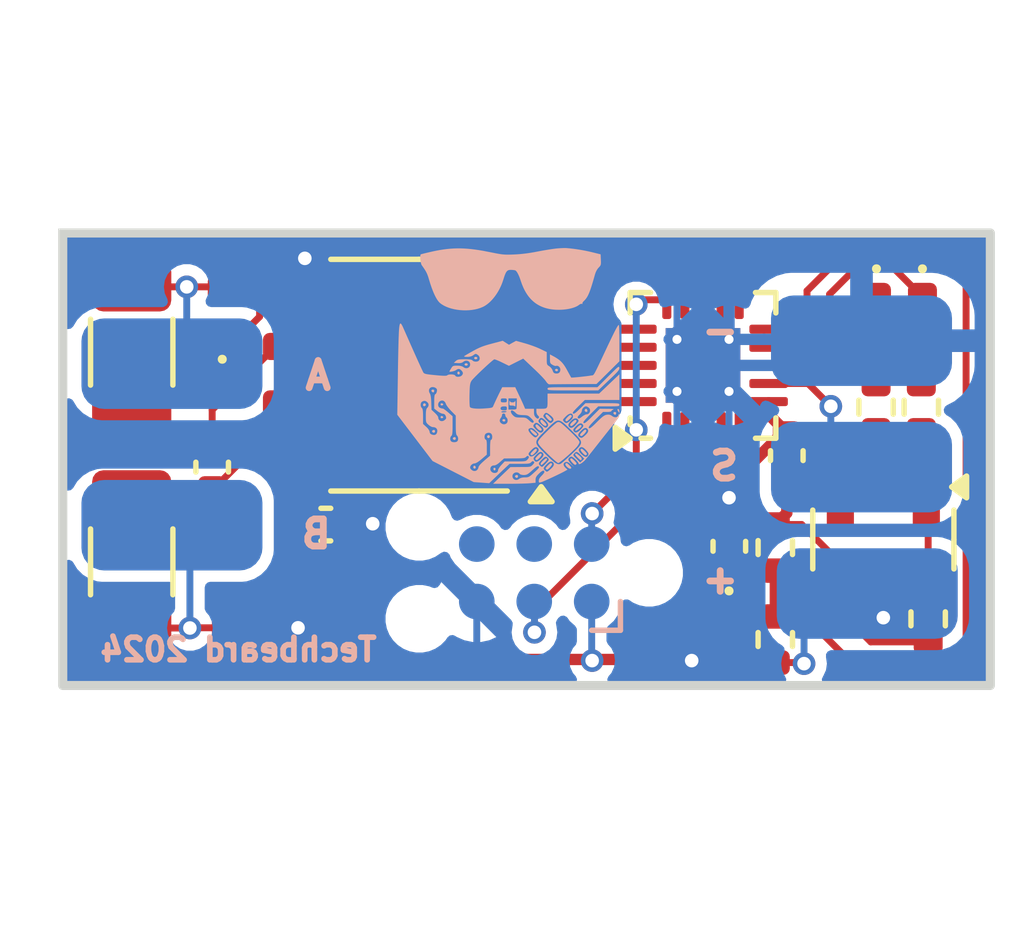
<source format=kicad_pcb>
(kicad_pcb (version 20240108) (generator "pcbnew") (generator_version "8.0")
  (layers (0 "F.Cu" signal) (31 "B.Cu" signal) (34 "B.Paste" user) (35 "F.Paste" user) (36 "B.SilkS" user "B.Silkscreen") (37 "F.SilkS" user "F.Silkscreen") (38 "B.Mask" user) (39 "F.Mask" user) (44 "Edge.Cuts" user))
  (net 0 "")
  (net 1 "+5V")
  (net 2 "GND")
  (net 3 "Voltage")
  (net 6 "StateLed1")
  (net 7 "Net-(D3-A)")
  (net 8 "StateLed0")
  (net 9 "Net-(D4-A)")
  (net 10 "NRST")
  (net 14 "U2_DE")
  (net 15 "U2_RE")
  (net 18 "SWD")
  (net 21 "U2_DI")
  (net 22 "U2_RO")
  (net 24 "A")
  (net 25 "B")
  (net 26 "Net-(Q1-G)")
  (net 27 "VCC")
  (net 28 "Net-(D5-A2)")
  (net 29 "Net-(D6-A2)")
  (net 30 "WSxx")
  (footprint "Resistor_SMD:R_1206_3216Metric" (layer "F.Cu") (at 54.8132 106.774 90)
    (property "Reference" "R10" (hide yes))
    (property "Value" "10")
  )
  (footprint "Package_DFN_QFN:QFN-20-1EP_3x3mm_P0.4mm_EP1.65x1.65mm_ThermalVias" (layer "F.Cu") (at 67.4392 107.066 90)
    (property "Reference" "IC1" (hide yes))
    (property "Value" "CH32V003F4U6")
  )
  (footprint "Resistor_SMD:R_0402_1005Metric" (layer "F.Cu") (at 71.2642 107.99 90)
    (property "Reference" "R5" (hide yes))
    (property "Value" "1k")
  )
  (footprint "Diode_SMD:D_0402_1005Metric" (layer "F.Cu") (at 57.3642 112.865 180)
    (property "Reference" "D5" (hide yes))
    (property "Value" "D_TVS")
  )
  (footprint "Package_TO_SOT_SMD:SOT-23" (layer "F.Cu") (at 71.4248 110.9142 -90)
    (property "Reference" "Q1" (hide yes))
    (property "Value" "AO3401A")
  )
  (footprint "Capacitor_SMD:C_0402_1005Metric" (layer "F.Cu") (at 59.1032 110.584)
    (property "Reference" "C5" (hide yes))
    (property "Value" "100n")
  )
  (footprint "Resistor_SMD:R_1206_3216Metric" (layer "F.Cu") (at 54.8132 111.4075 -90)
    (property "Reference" "R9" (hide yes))
    (property "Value" "10")
  )
  (footprint "LED_SMD:LED_0402_1005Metric" (layer "F.Cu") (at 71.2732 106.021 -90)
    (property "Reference" "D4" (hide yes))
    (property "Value" "S2")
  )
  (footprint "Diode_SMD:D_0402_1005Metric" (layer "F.Cu") (at 56.8142 105.84 90)
    (property "Reference" "D6" (hide yes))
    (property "Value" "D_TVS")
  )
  (footprint "Package_SO:SOIC-8_3.9x4.9mm_P1.27mm" (layer "F.Cu") (at 61.1632 107.282 180)
    (property "Reference" "U1" (hide yes))
    (property "Value" "MAX485E")
  )
  (footprint "LED_SMD:LED_0402_1005Metric" (layer "F.Cu") (at 72.2892 106.021 -90)
    (property "Reference" "D3" (hide yes))
    (property "Value" "S1")
  )
  (footprint "Resistor_SMD:R_0402_1005Metric" (layer "F.Cu") (at 72.4154 112.6668 -90)
    (property "Reference" "R8" (hide yes))
    (property "Value" "100k")
  )
  (footprint "Capacitor_SMD:C_0402_1005Metric" (layer "F.Cu") (at 68.0212 111.064 90)
    (property "Reference" "C4" (hide yes))
    (property "Value" "100n")
  )
  (footprint "Resistor_SMD:R_0402_1005Metric" (layer "F.Cu") (at 69.0372 113.124 90)
    (property "Reference" "R1" (hide yes))
    (property "Value" "1M")
  )
  (footprint "Resistor_SMD:R_0402_1005Metric" (layer "F.Cu") (at 72.2642 107.99 90)
    (property "Reference" "R4" (hide yes))
    (property "Value" "1k")
  )
  (footprint "Diode_SMD:D_0402_1005Metric" (layer "F.Cu") (at 68.0142 113.14 -90)
    (property "Reference" "D2" (hide yes))
    (property "Value" "5,1V")
  )
  (footprint "Capacitor_SMD:C_0402_1005Metric" (layer "F.Cu") (at 69.2912 109.06 -90)
    (property "Reference" "C3" (hide yes))
    (property "Value" "100n")
  )
  (footprint "Capacitor_SMD:C_0402_1005Metric" (layer "F.Cu") (at 56.5912 109.314 90)
    (property "Reference" "R6" (hide yes))
    (property "Value" "120")
  )
  (footprint "Resistor_SMD:R_0402_1005Metric" (layer "F.Cu") (at 69.0372 111.092 90)
    (property "Reference" "R2" (hide yes))
    (property "Value" "270k")
  )
  (footprint "Techbeard:SolderWirePad_1x01_SMD_2x4mm" (layer "B.Cu") (at 55.7022 107.028 90)
    (property "Reference" "J5" (hide yes))
    (property "Value" "Conn_01x01_Socket")
  )
  (footprint "Techbeard:SolderWirePad_1x01_SMD_2x4mm" (layer "B.Cu") (at 70.9422 106.52 -90)
    (property "Reference" "J3" (hide yes))
    (property "Value" "Conn_01x01_Socket")
  )
  (footprint "Techbeard:SolderWirePad_1x01_SMD_2x4mm" (layer "B.Cu") (at 70.9422 109.314 -90)
    (property "Reference" "J6" (hide yes))
    (property "Value" "Conn_01x01_Socket")
  )
  (footprint "Techbeard:SolderWirePad_1x01_SMD_2x4mm" (layer "B.Cu") (at 71.0692 112.108 -90)
    (property "Reference" "J2" (hide yes))
    (property "Value" "Conn_01x01_Socket")
  )
  (footprint "Connector:Tag-Connect_TC2030-IDC-NL_2x03_P1.27mm_Vertical" (layer "B.Cu") (at 63.7092 111.65 180)
    (property "Reference" "J1" (hide yes))
    (property "Value" "TagConnect")
  )
  (footprint "Techbeard:SolderWirePad_1x01_SMD_2x4mm" (layer "B.Cu") (at 55.7022 110.598 90)
    (property "Reference" "J4" (hide yes))
    (property "Value" "Conn_01x01_Socket")
  )
  (gr_poly (pts (xy 63.76224 108.371144) (xy 63.764233 108.371454) (xy 63.76631 108.371967) (xy 63.768478 108.372686) (xy 63.770742 108.373614) (xy 63.77311 108.374754) (xy 63.775588 108.376108) (xy 63.780899 108.379474) (xy 63.786726 108.383733) (xy 63.793122 108.38891) (xy 63.800138 108.395027) (xy 63.807825 108.402108) (xy 63.816237 108.410176) (xy 63.825423 108.419254) (xy 63.834211 108.42815) (xy 63.84207 108.436349) (xy 63.849018 108.443896) (xy 63.855078 108.450839) (xy 63.857781 108.454098) (xy 63.86027 108.457224) (xy 63.862547 108.460221) (xy 63.864614 108.463097) (xy 63.866475 108.465856) (xy 63.868132 108.468505) (xy 63.869587 108.471049) (xy 63.870843 108.473494) (xy 63.871903 108.475846) (xy 63.872769 108.478111) (xy 63.873443 108.480295) (xy 63.87393 108.482403) (xy 63.87423 108.484441) (xy 63.874347 108.486416) (xy 63.874282 108.488332) (xy 63.87404 108.490196) (xy 63.873622 108.492013) (xy 63.873031 108.49379) (xy 63.872269 108.495532) (xy 63.871339 108.497245) (xy 63.870244 108.498934) (xy 63.868986 108.500606) (xy 63.867568 108.502267) (xy 63.865992 108.503921) (xy 63.86276 108.506466) (xy 63.859044 108.508174) (xy 63.85489 108.509089) (xy 63.850341 108.509254) (xy 63.845443 108.508711) (xy 63.840238 108.507502) (xy 63.834772 108.505671) (xy 63.829089 108.50326) (xy 63.823232 108.500311) (xy 63.817246 108.496867) (xy 63.811176 108.492972) (xy 63.805066 108.488666) (xy 63.792901 108.478998) (xy 63.781105 108.468202) (xy 63.770033 108.456622) (xy 63.760038 108.444597) (xy 63.755556 108.438524) (xy 63.751475 108.432468) (xy 63.747841 108.426472) (xy 63.744697 108.420577) (xy 63.742089 108.414828) (xy 63.740059 108.409265) (xy 63.738653 108.403933) (xy 63.737914 108.398873) (xy 63.737887 108.394128) (xy 63.738616 108.389742) (xy 63.740146 108.385756) (xy 63.74252 108.382213) (xy 63.745505 108.378578) (xy 63.747014 108.377017) (xy 63.748542 108.375629) (xy 63.750096 108.374418) (xy 63.751682 108.373388) (xy 63.753307 108.37254) (xy 63.754978 108.371877) (xy 63.7567 108.371404) (xy 63.75848 108.371122) (xy 63.760324 108.371034)) (stroke (width -0.000001)) (fill solid) (layer "B.SilkS"))
  (gr_poly (pts (xy 63.977901 109.119745) (xy 63.979686 109.120065) (xy 63.981389 109.120593) (xy 63.983017 109.121325) (xy 63.984578 109.122257) (xy 63.98608 109.123387) (xy 63.987532 109.12471) (xy 63.988941 109.126223) (xy 63.990315 109.127922) (xy 63.991663 109.129804) (xy 63.992992 109.131865) (xy 63.993396 109.132774) (xy 63.993617 109.133843) (xy 63.993659 109.135067) (xy 63.993526 109.13644) (xy 63.992748 109.139617) (xy 63.991311 109.143331) (xy 63.989243 109.147541) (xy 63.986574 109.152205) (xy 63.983331 109.157283) (xy 63.979543 109.162733) (xy 63.975237 109.168514) (xy 63.970444 109.174585) (xy 63.965191 109.180903) (xy 63.959506 109.187428) (xy 63.953418 109.194118) (xy 63.946955 109.200933) (xy 63.940147 109.20783) (xy 63.93302 109.214768) (xy 63.922924 109.224467) (xy 63.913765 109.233076) (xy 63.909521 109.236979) (xy 63.905491 109.240619) (xy 63.901668 109.244) (xy 63.898045 109.247125) (xy 63.894617 109.249996) (xy 63.891375 109.252617) (xy 63.888314 109.254991) (xy 63.885426 109.257122) (xy 63.882705 109.259013) (xy 63.880143 109.260667) (xy 63.877735 109.262086) (xy 63.875473 109.263275) (xy 63.873351 109.264237) (xy 63.871361 109.264975) (xy 63.869497 109.265491) (xy 63.86861 109.265668) (xy 63.867753 109.26579) (xy 63.866923 109.265859) (xy 63.86612 109.265875) (xy 63.865344 109.265838) (xy 63.864594 109.265748) (xy 63.863868 109.265607) (xy 63.863166 109.265413) (xy 63.862487 109.265169) (xy 63.861831 109.264874) (xy 63.861195 109.264528) (xy 63.86058 109.264133) (xy 63.859985 109.263688) (xy 63.859408 109.263194) (xy 63.858849 109.262651) (xy 63.858308 109.262059) (xy 63.857273 109.260733) (xy 63.856295 109.259218) (xy 63.85537 109.257518) (xy 63.854488 109.255635) (xy 63.853645 109.253574) (xy 63.852895 109.25189) (xy 63.8523 109.250144) (xy 63.851858 109.248337) (xy 63.851568 109.24647) (xy 63.851429 109.244544) (xy 63.85144 109.242559) (xy 63.8516 109.240516) (xy 63.851909 109.238416) (xy 63.852365 109.236258) (xy 63.852967 109.234045) (xy 63.854606 109.229452) (xy 63.856819 109.224641) (xy 63.859598 109.219619) (xy 63.862935 109.21439) (xy 63.866822 109.20896) (xy 63.871252 109.203333) (xy 63.876217 109.197515) (xy 63.881709 109.191511) (xy 63.88772 109.185327) (xy 63.894243 109.178966) (xy 63.90127 109.172435) (xy 63.912319 109.162426) (xy 63.922357 109.153546) (xy 63.93145 109.145766) (xy 63.935662 109.14228) (xy 63.939662 109.139059) (xy 63.943458 109.136099) (xy 63.947057 109.133396) (xy 63.950469 109.130946) (xy 63.953701 109.128748) (xy 63.956761 109.126796) (xy 63.959657 109.125087) (xy 63.962398 109.123618) (xy 63.964991 109.122385) (xy 63.967444 109.121384) (xy 63.969766 109.120612) (xy 63.971964 109.120066) (xy 63.974048 109.119742) (xy 63.976024 109.119636)) (stroke (width -0.000001)) (fill solid) (layer "B.SilkS"))
  (gr_poly (pts (xy 62.036815 107.20189) (xy 62.038599 107.202162) (xy 62.040366 107.202594) (xy 62.04211 107.203184) (xy 62.043826 107.203926) (xy 62.045508 107.204816) (xy 62.04715 107.205849) (xy 62.048746 107.207022) (xy 62.05029 107.208328) (xy 62.051776 107.209765) (xy 62.0532 107.211327) (xy 62.054554 107.213009) (xy 62.055833 107.214808) (xy 62.057032 107.216719) (xy 62.058144 107.218737) (xy 62.059164 107.220857) (xy 62.060085 107.223076) (xy 62.060903 107.225388) (xy 62.06161 107.22779) (xy 62.062202 107.230276) (xy 62.062673 107.232842) (xy 62.063016 107.235484) (xy 62.063226 107.238197) (xy 62.063298 107.240977) (xy 62.063262 107.242289) (xy 62.063156 107.243579) (xy 62.062981 107.244847) (xy 62.06274 107.246089) (xy 62.062434 107.247306) (xy 62.062065 107.248496) (xy 62.061636 107.249657) (xy 62.061148 107.250788) (xy 62.060603 107.251889) (xy 62.060003 107.252957) (xy 62.059351 107.253992) (xy 62.058647 107.254991) (xy 62.057894 107.255955) (xy 62.057094 107.256881) (xy 62.056249 107.257768) (xy 62.05536 107.258615) (xy 62.05443 107.259421) (xy 62.053461 107.260185) (xy 62.052454 107.260904) (xy 62.051412 107.261578) (xy 62.050336 107.262206) (xy 62.049229 107.262786) (xy 62.048092 107.263317) (xy 62.046927 107.263797) (xy 62.045736 107.264226) (xy 62.044521 107.264601) (xy 62.043284 107.264923) (xy 62.042028 107.265189) (xy 62.040753 107.265398) (xy 62.039462 107.265549) (xy 62.038157 107.26564) (xy 62.036839 107.265671) (xy 62.034406 107.265564) (xy 62.032068 107.26525) (xy 62.02983 107.264738) (xy 62.027693 107.264038) (xy 62.02566 107.26316) (xy 62.023736 107.262113) (xy 62.021921 107.260907) (xy 62.02022 107.259553) (xy 62.018636 107.258058) (xy 62.01717 107.256434) (xy 62.015827 107.254689) (xy 62.014608 107.252835) (xy 62.013518 107.250879) (xy 62.012558 107.248832) (xy 62.011732 107.246704) (xy 62.011043 107.244504) (xy 62.010493 107.242243) (xy 62.010085 107.239928) (xy 62.009823 107.237572) (xy 62.009709 107.235182) (xy 62.009747 107.232769) (xy 62.009938 107.230342) (xy 62.010286 107.227912) (xy 62.010795 107.225487) (xy 62.011466 107.223078) (xy 62.012302 107.220694) (xy 62.013307 107.218345) (xy 62.014484 107.216041) (xy 62.015835 107.213791) (xy 62.017364 107.211605) (xy 62.019073 107.209492) (xy 62.020964 107.207463) (xy 62.022638 107.206077) (xy 62.024347 107.204894) (xy 62.026085 107.203908) (xy 62.027848 107.203115) (xy 62.029628 107.202511) (xy 62.031421 107.202091) (xy 62.03322 107.201851) (xy 62.03502 107.201785)) (stroke (width -0.000001)) (fill solid) (layer "B.SilkS"))
  (gr_poly (pts (xy 64.758919 108.908468) (xy 64.761254 108.908881) (xy 64.763691 108.909556) (xy 64.766237 108.910497) (xy 64.768902 108.911707) (xy 64.771695 108.913189) (xy 64.774625 108.914946) (xy 64.777699 108.916981) (xy 64.784317 108.9219) (xy 64.791621 108.927971) (xy 64.799678 108.93522) (xy 64.80856 108.943674) (xy 64.818336 108.953357) (xy 64.829076 108.964296) (xy 64.837513 108.973152) (xy 64.844985 108.981236) (xy 64.851516 108.988601) (xy 64.854437 108.992031) (xy 64.857132 108.995302) (xy 64.859606 108.998421) (xy 64.86186 109.001393) (xy 64.863898 109.004227) (xy 64.865724 109.006929) (xy 64.867341 109.009506) (xy 64.868752 109.011964) (xy 64.86996 109.01431) (xy 64.870968 109.016551) (xy 64.87178 109.018694) (xy 64.872398 109.020746) (xy 64.872827 109.022713) (xy 64.873069 109.024602) (xy 64.873128 109.026421) (xy 64.873007 109.028175) (xy 64.872708 109.029871) (xy 64.872236 109.031517) (xy 64.871593 109.033119) (xy 64.870783 109.034683) (xy 64.869809 109.036218) (xy 64.868674 109.037728) (xy 64.867381 109.039222) (xy 64.865934 109.040706) (xy 64.864336 109.042187) (xy 64.86259 109.043671) (xy 64.858965 109.046355) (xy 64.857156 109.047475) (xy 64.855341 109.048443) (xy 64.853516 109.049257) (xy 64.851676 109.049915) (xy 64.849814 109.050415) (xy 64.847927 109.050754) (xy 64.846009 109.050931) (xy 64.844055 109.050943) (xy 64.842059 109.050787) (xy 64.840017 109.050462) (xy 64.837924 109.049964) (xy 64.835773 109.049293) (xy 64.83356 109.048446) (xy 64.831281 109.04742) (xy 64.828928 109.046212) (xy 64.826499 109.044822) (xy 64.821386 109.041484) (xy 64.815902 109.037385) (xy 64.810004 109.032509) (xy 64.803651 109.026837) (xy 64.796802 109.020351) (xy 64.789416 109.013034) (xy 64.781451 109.004866) (xy 64.775625 108.998568) (xy 64.770071 108.992267) (xy 64.764812 108.986003) (xy 64.75987 108.979813) (xy 64.75527 108.973737) (xy 64.751034 108.967814) (xy 64.747185 108.962082) (xy 64.743747 108.956579) (xy 64.740744 108.951346) (xy 64.738197 108.94642) (xy 64.736132 108.94184) (xy 64.73457 108.937645) (xy 64.733985 108.935704) (xy 64.733535 108.933874) (xy 64.733222 108.932159) (xy 64.73305 108.930565) (xy 64.733022 108.929097) (xy 64.73314 108.927758) (xy 64.733407 108.926554) (xy 64.733826 108.925491) (xy 64.737434 108.920307) (xy 64.741029 108.916017) (xy 64.742844 108.914215) (xy 64.744681 108.912646) (xy 64.746551 108.911314) (xy 64.74846 108.910222) (xy 64.750419 108.909372) (xy 64.752436 108.908769) (xy 64.754519 108.908415) (xy 64.756677 108.908313)) (stroke (width -0.000001)) (fill solid) (layer "B.SilkS"))
  (gr_poly (pts (xy 65.564479 108.028418) (xy 65.566168 108.028795) (xy 65.567859 108.0294) (xy 65.569544 108.030227) (xy 65.571216 108.031269) (xy 65.572867 108.032517) (xy 65.574492 108.033966) (xy 65.576082 108.035608) (xy 65.577632 108.037437) (xy 65.579132 108.039444) (xy 65.580577 108.041623) (xy 65.58196 108.043966) (xy 65.584508 108.049119) (xy 65.586721 108.054846) (xy 65.588541 108.061089) (xy 65.589286 108.064387) (xy 65.589911 108.067792) (xy 65.59041 108.071299) (xy 65.590775 108.074899) (xy 65.590999 108.078585) (xy 65.591075 108.082351) (xy 65.591027 108.093934) (xy 65.590913 108.098498) (xy 65.59069 108.10225) (xy 65.590526 108.103824) (xy 65.590322 108.105197) (xy 65.590072 108.106369) (xy 65.589773 108.107342) (xy 65.58942 108.108116) (xy 65.589008 108.108692) (xy 65.588532 108.10907) (xy 65.587989 108.109251) (xy 65.587373 108.109235) (xy 65.58668 108.109024) (xy 65.585906 108.108618) (xy 65.585047 108.108018) (xy 65.584096 108.107223) (xy 65.583051 108.106236) (xy 65.580658 108.103684) (xy 65.57783 108.100367) (xy 65.574532 108.096291) (xy 65.566381 108.08588) (xy 65.56382 108.082224) (xy 65.561431 108.078548) (xy 65.559223 108.074872) (xy 65.557204 108.071217) (xy 65.555381 108.067603) (xy 65.553762 108.064051) (xy 65.552355 108.060582) (xy 65.551168 108.057216) (xy 65.550208 108.053974) (xy 65.549483 108.050877) (xy 65.549001 108.047945) (xy 65.54877 108.0452) (xy 65.548751 108.043903) (xy 65.548797 108.042661) (xy 65.54891 108.041475) (xy 65.54909 108.040349) (xy 65.549339 108.039285) (xy 65.549658 108.038286) (xy 65.550046 108.037353) (xy 65.550506 108.036491) (xy 65.551864 108.03449) (xy 65.553287 108.032781) (xy 65.554769 108.031358) (xy 65.556301 108.030214) (xy 65.557877 108.02934) (xy 65.55949 108.028731) (xy 65.561133 108.028379) (xy 65.562798 108.028277)) (stroke (width -0.000001)) (fill solid) (layer "B.SilkS"))
  (gr_poly (pts (xy 61.66191 107.903448) (xy 61.663415 107.903529) (xy 61.664963 107.903681) (xy 61.666554 107.903904) (xy 61.668187 107.904199) (xy 61.671561 107.904931) (xy 61.674738 107.905799) (xy 61.677715 107.906794) (xy 61.680493 107.907906) (xy 61.683068 107.909126) (xy 61.685441 107.910447) (xy 61.68761 107.911857) (xy 61.689574 107.913349) (xy 61.691331 107.914913) (xy 61.692879 107.916541) (xy 61.694219 107.918223) (xy 61.695348 107.91995) (xy 61.696265 107.921713) (xy 61.696969 107.923503) (xy 61.697458 107.925312) (xy 61.697732 107.927129) (xy 61.697788 107.928947) (xy 61.697627 107.930755) (xy 61.697245 107.932546) (xy 61.696643 107.934309) (xy 61.695819 107.936036) (xy 61.694771 107.937718) (xy 61.693498 107.939345) (xy 61.691999 107.94091) (xy 61.690273 107.942402) (xy 61.688318 107.943812) (xy 61.686133 107.945132) (xy 61.683717 107.946353) (xy 61.681069 107.947465) (xy 61.678186 107.94846) (xy 61.675069 107.949328) (xy 61.671714 107.95006) (xy 61.669916 107.950355) (xy 61.66816 107.950578) (xy 61.666448 107.950729) (xy 61.66478 107.950811) (xy 61.663156 107.950823) (xy 61.661579 107.950765) (xy 61.66005 107.950639) (xy 61.658568 107.950446) (xy 61.657135 107.950185) (xy 61.655753 107.949858) (xy 61.654421 107.949464) (xy 61.653142 107.949006) (xy 61.651915 107.948483) (xy 61.650743 107.947896) (xy 61.649625 107.947245) (xy 61.648563 107.946532) (xy 61.647558 107.945757) (xy 61.646611 107.944921) (xy 61.645723 107.944024) (xy 61.644894 107.943066) (xy 61.644127 107.94205) (xy 61.64342 107.940974) (xy 61.642777 107.939841) (xy 61.642197 107.93865) (xy 61.641682 107.937402) (xy 61.641232 107.936098) (xy 61.640849 107.934738) (xy 61.640533 107.933324) (xy 61.640286 107.931855) (xy 61.640108 107.930332) (xy 61.64 107.928757) (xy 61.639964 107.927129) (xy 61.639995 107.925502) (xy 61.640088 107.923926) (xy 61.640241 107.922404) (xy 61.640454 107.920935) (xy 61.640726 107.919521) (xy 61.641057 107.918161) (xy 61.641447 107.916857) (xy 61.641894 107.915609) (xy 61.642397 107.914418) (xy 61.642957 107.913284) (xy 61.643573 107.912209) (xy 61.644243 107.911192) (xy 61.644968 107.910235) (xy 61.645746 107.909338) (xy 61.646577 107.908502) (xy 61.647461 107.907727) (xy 61.648396 107.907014) (xy 61.649382 107.906363) (xy 61.650419 107.905776) (xy 61.651506 107.905253) (xy 61.652641 107.904795) (xy 61.653825 107.904401) (xy 61.655057 107.904074) (xy 61.656336 107.903813) (xy 61.657661 107.903619) (xy 61.659032 107.903494) (xy 61.660449 107.903436)) (stroke (width -0.000001)) (fill solid) (layer "B.SilkS"))
  (gr_poly (pts (xy 62.389593 109.283279) (xy 62.391377 109.283551) (xy 62.393144 109.283983) (xy 62.394888 109.284573) (xy 62.396604 109.285315) (xy 62.398286 109.286205) (xy 62.399928 109.287238) (xy 62.401524 109.288411) (xy 62.403068 109.289717) (xy 62.404554 109.291154) (xy 62.405978 109.292716) (xy 62.407332 109.294398) (xy 62.408611 109.296197) (xy 62.40981 109.298108) (xy 62.410922 109.300126) (xy 62.411941 109.302246) (xy 62.412863 109.304465) (xy 62.41368 109.306777) (xy 62.414388 109.309179) (xy 62.41498 109.311665) (xy 62.415451 109.314231) (xy 62.415794 109.316873) (xy 62.416004 109.319586) (xy 62.416076 109.322366) (xy 62.41604 109.323678) (xy 62.415934 109.324968) (xy 62.415759 109.326236) (xy 62.415518 109.327478) (xy 62.415212 109.328695) (xy 62.414843 109.329884) (xy 62.414414 109.331046) (xy 62.413926 109.332177) (xy 62.413381 109.333278) (xy 62.412781 109.334346) (xy 62.412128 109.33538) (xy 62.411425 109.33638) (xy 62.410672 109.337344) (xy 62.409872 109.33827) (xy 62.409027 109.339157) (xy 62.408138 109.340004) (xy 62.407208 109.34081) (xy 62.406239 109.341574) (xy 62.405232 109.342293) (xy 62.40419 109.342967) (xy 62.403114 109.343595) (xy 62.402007 109.344175) (xy 62.400869 109.344706) (xy 62.399705 109.345186) (xy 62.398514 109.345615) (xy 62.397299 109.34599) (xy 62.396062 109.346312) (xy 62.394806 109.346578) (xy 62.393531 109.346787) (xy 62.39224 109.346938) (xy 62.390935 109.347029) (xy 62.389617 109.34706) (xy 62.387184 109.346953) (xy 62.384846 109.346639) (xy 62.382607 109.346127) (xy 62.380471 109.345427) (xy 62.378438 109.344549) (xy 62.376513 109.343502) (xy 62.374699 109.342296) (xy 62.372998 109.340942) (xy 62.371413 109.339447) (xy 62.369948 109.337823) (xy 62.368604 109.336078) (xy 62.367386 109.334224) (xy 62.366296 109.332268) (xy 62.365336 109.330221) (xy 62.36451 109.328093) (xy 62.36382 109.325893) (xy 62.36327 109.323632) (xy 62.362863 109.321317) (xy 62.362601 109.318961) (xy 62.362487 109.316571) (xy 62.362524 109.314158) (xy 62.362716 109.311731) (xy 62.363064 109.309301) (xy 62.363572 109.306877) (xy 62.364243 109.304467) (xy 62.36508 109.302084) (xy 62.366085 109.299735) (xy 62.367262 109.29743) (xy 62.368613 109.29518) (xy 62.370142 109.292994) (xy 62.37185 109.290881) (xy 62.373742 109.288852) (xy 62.375416 109.287466) (xy 62.377124 109.286283) (xy 62.378863 109.285297) (xy 62.380626 109.284504) (xy 62.382406 109.2839) (xy 62.384199 109.28348) (xy 62.385998 109.28324) (xy 62.387798 109.283174)) (stroke (width -0.000001)) (fill solid) (layer "B.SilkS"))
  (gr_poly (pts (xy 61.47166 107.600816) (xy 61.474159 107.60103) (xy 61.476616 107.601395) (xy 61.479018 107.601907) (xy 61.48135 107.602566) (xy 61.483598 107.60337) (xy 61.485748 107.604317) (xy 61.487786 107.605406) (xy 61.489697 107.606635) (xy 61.491467 107.608003) (xy 61.493082 107.609508) (xy 61.494528 107.611148) (xy 61.49579 107.612922) (xy 61.496855 107.614828) (xy 61.497708 107.616864) (xy 61.498335 107.61903) (xy 61.498721 107.621322) (xy 61.498853 107.62374) (xy 61.498792 107.626404) (xy 61.498612 107.629091) (xy 61.498318 107.631783) (xy 61.497916 107.634462) (xy 61.497411 107.63711) (xy 61.496807 107.639709) (xy 61.49611 107.64224) (xy 61.495326 107.644687) (xy 61.494458 107.64703) (xy 61.493513 107.649251) (xy 61.492496 107.651334) (xy 61.491412 107.653258) (xy 61.490266 107.655007) (xy 61.489062 107.656562) (xy 61.488441 107.657261) (xy 61.487807 107.657905) (xy 61.487162 107.658491) (xy 61.486506 107.659018) (xy 61.484938 107.660348) (xy 61.483219 107.661372) (xy 61.481367 107.662102) (xy 61.479395 107.662553) (xy 61.477321 107.662737) (xy 61.475158 107.662669) (xy 61.472923 107.662362) (xy 61.470631 107.661829) (xy 61.468298 107.661085) (xy 61.465939 107.660142) (xy 61.46357 107.659015) (xy 61.461205 107.657716) (xy 61.458862 107.65626) (xy 61.456554 107.654659) (xy 61.454299 107.652929) (xy 61.45211 107.651081) (xy 61.450004 107.64913) (xy 61.447997 107.647089) (xy 61.446103 107.644972) (xy 61.444338 107.642792) (xy 61.442718 107.640563) (xy 61.441258 107.638299) (xy 61.439974 107.636012) (xy 61.438881 107.633717) (xy 61.437995 107.631428) (xy 61.437331 107.629157) (xy 61.436904 107.626918) (xy 61.436731 107.624726) (xy 61.436827 107.622592) (xy 61.437207 107.620532) (xy 61.437886 107.618558) (xy 61.438881 107.616685) (xy 61.440295 107.614457) (xy 61.44188 107.612404) (xy 61.443623 107.610523) (xy 61.445509 107.608813) (xy 61.447525 107.607272) (xy 61.449656 107.605899) (xy 61.451887 107.604692) (xy 61.454205 107.603649) (xy 61.456595 107.602769) (xy 61.459044 107.60205) (xy 61.461536 107.60149) (xy 61.464058 107.601089) (xy 61.466595 107.600844) (xy 61.469134 107.600754)) (stroke (width -0.000001)) (fill solid) (layer "B.SilkS"))
  (gr_poly (pts (xy 64.411592 104.472436) (xy 64.426909 104.473435) (xy 64.495349 104.479615) (xy 64.565319 104.487491) (xy 64.636198 104.496937) (xy 64.707367 104.507831) (xy 64.778205 104.520047) (xy 64.848093 104.533462) (xy 64.916409 104.547952) (xy 64.982534 104.563393) (xy 65.176562 104.611018) (xy 65.181854 104.730963) (xy 65.182734 104.750945) (xy 65.183352 104.768704) (xy 65.183656 104.784452) (xy 65.18359 104.798404) (xy 65.183401 104.804773) (xy 65.1831 104.810775) (xy 65.18268 104.816434) (xy 65.182133 104.821779) (xy 65.181453 104.826835) (xy 65.180633 104.83163) (xy 65.179666 104.836191) (xy 65.178546 104.840544) (xy 65.177266 104.844716) (xy 65.175819 104.848734) (xy 65.174198 104.852625) (xy 65.172397 104.856416) (xy 65.170408 104.860133) (xy 65.168225 104.863802) (xy 65.165841 104.867452) (xy 65.16325 104.871109) (xy 65.160444 104.874799) (xy 65.157417 104.87855) (xy 65.150672 104.88634) (xy 65.14296 104.894693) (xy 65.134228 104.903824) (xy 65.127968 104.910392) (xy 65.121768 104.917508) (xy 65.115644 104.92514) (xy 65.109617 104.933259) (xy 65.103703 104.941832) (xy 65.097921 104.950829) (xy 65.092288 104.960218) (xy 65.086824 104.96997) (xy 65.081546 104.980052) (xy 65.076471 104.990433) (xy 65.071619 105.001084) (xy 65.067008 105.011972) (xy 65.062654 105.023067) (xy 65.058577 105.034338) (xy 65.054795 105.045753) (xy 65.051326 105.057282) (xy 65.031267 105.128312) (xy 65.012647 105.192847) (xy 64.995294 105.251294) (xy 64.979034 105.304061) (xy 64.963693 105.351558) (xy 64.949099 105.394192) (xy 64.935079 105.432371) (xy 64.921459 105.466504) (xy 64.908067 105.497) (xy 64.894729 105.524265) (xy 64.881272 105.548709) (xy 64.867523 105.570739) (xy 64.853309 105.590765) (xy 64.838457 105.609193) (xy 64.822793 105.626434) (xy 64.806145 105.642893) (xy 64.801932 105.646919) (xy 64.797908 105.651038) (xy 64.794095 105.655218) (xy 64.790518 105.65943) (xy 64.787199 105.663641) (xy 64.784162 105.667822) (xy 64.78143 105.671941) (xy 64.779025 105.675966) (xy 64.776972 105.679868) (xy 64.775294 105.683614) (xy 64.774603 105.68542) (xy 64.774014 105.687175) (xy 64.77353 105.688876) (xy 64.773155 105.690518) (xy 64.77289 105.692099) (xy 64.77274 105.693614) (xy 64.772707 105.695059) (xy 64.772793 105.69643) (xy 64.773002 105.697724) (xy 64.773337 105.698936) (xy 64.7738 105.700064) (xy 64.774395 105.701102) (xy 64.775284 105.702983) (xy 64.775966 105.704657) (xy 64.776229 105.705417) (xy 64.776441 105.706125) (xy 64.776602 105.706781) (xy 64.77671 105.707386) (xy 64.776767 105.707938) (xy 64.776772 105.70844) (xy 64.776726 105.708889) (xy 64.776627 105.709287) (xy 64.776478 105.709633) (xy 64.776276 105.709928) (xy 64.776023 105.710171) (xy 64.775718 105.710362) (xy 64.775361 105.710502) (xy 64.774953 105.710589) (xy 64.774493 105.710626) (xy 64.773982 105.71061) (xy 64.773418 105.710543) (xy 64.772803 105.710424) (xy 64.772137 105.710254) (xy 64.771418 105.710031) (xy 64.769827 105.709432) (xy 64.768029 105.708626) (xy 64.766023 105.707613) (xy 64.763812 105.706393) (xy 64.762763 105.705783) (xy 64.761606 105.705275) (xy 64.760344 105.704867) (xy 64.758982 105.704557) (xy 64.755975 105.704227) (xy 64.752622 105.704271) (xy 64.748959 105.704677) (xy 64.745022 105.705432) (xy 64.740848 105.706523) (xy 64.736472 105.707937) (xy 64.73193 105.709661) (xy 64.727259 105.711682) (xy 64.722496 105.713987) (xy 64.717675 105.716563) (xy 64.712834 105.719398) (xy 64.708008 105.722478) (xy 64.703234 105.725791) (xy 64.698548 105.729324) (xy 64.681928 105.741287) (xy 64.663239 105.752685) (xy 64.642602 105.763488) (xy 64.620138 105.773669) (xy 64.595968 105.783199) (xy 64.570215 105.792049) (xy 64.542999 105.800191) (xy 64.514442 105.807596) (xy 64.484666 105.814237) (xy 64.453791 105.820085) (xy 64.42194 105.825111) (xy 64.389233 105.829287) (xy 64.355793 105.832584) (xy 64.321741 105.834975) (xy 64.287197 105.83643) (xy 64.252284 105.836921) (xy 64.17346 105.834518) (xy 64.135445 105.831509) (xy 64.098354 105.827289) (xy 64.062181 105.821854) (xy 64.026922 105.815202) (xy 63.99257 105.807327) (xy 63.95912 105.798226) (xy 63.926567 105.787895) (xy 63.894905 105.776331) (xy 63.864128 105.763528) (xy 63.834232 105.749485) (xy 63.80521 105.734195) (xy 63.777058 105.717657) (xy 63.749769 105.699866) (xy 63.723338 105.680817) (xy 63.69776 105.660507) (xy 63.673029 105.638933) (xy 63.649139 105.61609) (xy 63.626086 105.591975) (xy 63.603864 105.566583) (xy 63.582467 105.539911) (xy 63.561889 105.511954) (xy 63.542126 105.48271) (xy 63.523171 105.452174) (xy 63.50502 105.420342) (xy 63.487666 105.38721) (xy 63.471105 105.352775) (xy 63.440337 105.279978) (xy 63.412673 105.201921) (xy 63.404678 105.17733) (xy 63.396588 105.153855) (xy 63.38843 105.131538) (xy 63.380234 105.110419) (xy 63.372027 105.090541) (xy 63.363839 105.071944) (xy 63.355697 105.054671) (xy 63.347629 105.038761) (xy 63.339666 105.024257) (xy 63.331834 105.011201) (xy 63.324162 104.999632) (xy 63.316679 104.989593) (xy 63.313017 104.98516) (xy 63.309413 104.981125) (xy 63.30587 104.977493) (xy 63.302392 104.974269) (xy 63.298982 104.971459) (xy 63.295645 104.969067) (xy 63.292383 104.967099) (xy 63.2892 104.96556) (xy 63.285902 104.964569) (xy 63.281993 104.963586) (xy 63.272554 104.961674) (xy 63.261295 104.959886) (xy 63.248631 104.958284) (xy 63.234975 104.95693) (xy 63.22074 104.955886) (xy 63.206339 104.955214) (xy 63.192187 104.954977) (xy 63.176701 104.95536) (xy 63.162559 104.956637) (xy 63.149616 104.959) (xy 63.137727 104.962639) (xy 63.132132 104.964996) (xy 63.126747 104.967745) (xy 63.121553 104.970908) (xy 63.116532 104.97451) (xy 63.111667 104.978575) (xy 63.106938 104.983126) (xy 63.097819 104.993782) (xy 63.08903 105.006671) (xy 63.080428 105.021984) (xy 63.071867 105.039911) (xy 63.063202 105.060644) (xy 63.05429 105.084375) (xy 63.044985 105.111294) (xy 63.024617 105.175463) (xy 63.007899 105.225742) (xy 62.98893 105.275243) (xy 62.967857 105.323768) (xy 62.944829 105.371117) (xy 62.919992 105.417091) (xy 62.893494 105.461492) (xy 62.865481 105.50412) (xy 62.836102 105.544777) (xy 62.805503 105.583263) (xy 62.773832 105.619381) (xy 62.741235 105.652929) (xy 62.707861 105.683711) (xy 62.673857 105.711526) (xy 62.63937 105.736176) (xy 62.621991 105.747252) (xy 62.604546 105.757462) (xy 62.587054 105.766781) (xy 62.569534 105.775185) (xy 62.515237 105.797313) (xy 62.457286 105.815451) (xy 62.396327 105.829662) (xy 62.333007 105.840008) (xy 62.267972 105.84655) (xy 62.201866 105.849351) (xy 62.135337 105.848473) (xy 62.06903 105.843977) (xy 62.003592 105.835926) (xy 61.939667 105.824381) (xy 61.877903 105.809405) (xy 61.818944 105.79106) (xy 61.763438 105.769408) (xy 61.712029 105.74451) (xy 61.665364 105.716429) (xy 61.644013 105.701214) (xy 61.624089 105.685227) (xy 61.609439 105.671264) (xy 61.59461 105.654558) (xy 61.579631 105.635175) (xy 61.564531 105.613183) (xy 61.549337 105.588648) (xy 61.534079 105.561637) (xy 61.518785 105.532219) (xy 61.503484 105.500459) (xy 61.488202 105.466426) (xy 61.47297 105.430186) (xy 61.442767 105.351355) (xy 61.413101 105.264504) (xy 61.384201 105.170171) (xy 61.370213 105.123176) (xy 61.363442 105.102225) (xy 61.35664 105.08261) (xy 61.349672 105.06406) (xy 61.342405 105.046303) (xy 61.334703 105.029067) (xy 61.326433 105.012083) (xy 61.31746 104.995077) (xy 61.307651 104.97778) (xy 61.296869 104.959919) (xy 61.284982 104.941224) (xy 61.271854 104.921423) (xy 61.257352 104.900244) (xy 61.223687 104.852671) (xy 61.221073 104.848784) (xy 61.218526 104.844105) (xy 61.213658 104.832596) (xy 61.209126 104.818592) (xy 61.204973 104.802538) (xy 61.201244 104.784882) (xy 61.197983 104.766072) (xy 61.195233 104.746553) (xy 61.193039 104.726773) (xy 61.191444 104.70718) (xy 61.190493 104.688219) (xy 61.190229 104.670339) (xy 61.190696 104.653986) (xy 61.191939 104.639606) (xy 61.194 104.627648) (xy 61.195352 104.622716) (xy 61.196925 104.618558) (xy 61.198724 104.615228) (xy 61.200756 104.612782) (xy 61.203049 104.611526) (xy 61.207853 104.609761) (xy 61.224458 104.604817) (xy 61.281895 104.590072) (xy 61.364467 104.570366) (xy 61.463576 104.547518) (xy 61.545459 104.530529) (xy 61.624782 104.515947) (xy 61.702084 104.503784) (xy 61.777906 104.49405) (xy 61.852787 104.486755) (xy 61.927268 104.48191) (xy 62.001889 104.479524) (xy 62.077188 104.479608) (xy 62.153708 104.482173) (xy 62.231987 104.487229) (xy 62.312566 104.494786) (xy 62.395984 104.504854) (xy 62.482782 104.517444) (xy 62.573499 104.532566) (xy 62.768853 104.570449) (xy 62.848025 104.586379) (xy 62.91374 104.598671) (xy 62.970236 104.607656) (xy 62.996351 104.611011) (xy 63.021751 104.613664) (xy 63.046964 104.615655) (xy 63.072521 104.617026) (xy 63.098952 104.617819) (xy 63.126785 104.618074) (xy 63.188779 104.617137) (xy 63.262742 104.614546) (xy 63.324168 104.611307) (xy 63.385718 104.606829) (xy 63.447847 104.601027) (xy 63.51101 104.59382) (xy 63.57566 104.585125) (xy 63.642254 104.574858) (xy 63.711245 104.562938) (xy 63.783089 104.549282) (xy 63.904439 104.526875) (xy 64.026286 104.506287) (xy 64.083002 104.497451) (xy 64.134572 104.489999) (xy 64.179238 104.484242) (xy 64.215242 104.480491) (xy 64.246765 104.478017) (xy 64.278577 104.475915) (xy 64.30981 104.474227) (xy 64.339596 104.472994) (xy 64.367068 104.472257) (xy 64.391355 104.472057)) (stroke (width -0.000001)) (fill solid) (layer "B.SilkS"))
  (gr_poly (pts (xy 61.66191 108.18567) (xy 61.663415 108.185751) (xy 61.664963 108.185903) (xy 61.666554 108.186126) (xy 61.668187 108.186421) (xy 61.671561 108.187153) (xy 61.674738 108.188021) (xy 61.677715 108.189016) (xy 61.680493 108.190128) (xy 61.683068 108.191349) (xy 61.685441 108.192669) (xy 61.68761 108.194079) (xy 61.689574 108.195571) (xy 61.691331 108.197136) (xy 61.692879 108.198763) (xy 61.694219 108.200445) (xy 61.695348 108.202172) (xy 61.696265 108.203935) (xy 61.696969 108.205726) (xy 61.697458 108.207534) (xy 61.697732 108.209352) (xy 61.697788 108.211169) (xy 61.697627 108.212978) (xy 61.697245 108.214768) (xy 61.696643 108.216531) (xy 61.695819 108.218258) (xy 61.694771 108.21994) (xy 61.693498 108.221568) (xy 61.691999 108.223132) (xy 61.690273 108.224624) (xy 61.688318 108.226034) (xy 61.686133 108.227355) (xy 61.683717 108.228575) (xy 61.681069 108.229687) (xy 61.678186 108.230682) (xy 61.675069 108.23155) (xy 61.671714 108.232282) (xy 61.669916 108.232577) (xy 61.66816 108.2328) (xy 61.666448 108.232952) (xy 61.66478 108.233033) (xy 61.663156 108.233045) (xy 61.661579 108.232988) (xy 61.66005 108.232862) (xy 61.658568 108.232668) (xy 61.657135 108.232407) (xy 61.655753 108.23208) (xy 61.654421 108.231687) (xy 61.653142 108.231228) (xy 61.651915 108.230705) (xy 61.650743 108.230118) (xy 61.649625 108.229468) (xy 61.648563 108.228754) (xy 61.647558 108.227979) (xy 61.646611 108.227143) (xy 61.645723 108.226246) (xy 61.644894 108.225289) (xy 61.644127 108.224272) (xy 61.64342 108.223197) (xy 61.642777 108.222063) (xy 61.642197 108.220872) (xy 61.641682 108.219624) (xy 61.641232 108.21832) (xy 61.640849 108.216961) (xy 61.640533 108.215546) (xy 61.640286 108.214077) (xy 61.640108 108.212555) (xy 61.64 108.210979) (xy 61.639964 108.209352) (xy 61.639995 108.207724) (xy 61.640088 108.206149) (xy 61.640241 108.204626) (xy 61.640454 108.203157) (xy 61.640726 108.201743) (xy 61.641057 108.200383) (xy 61.641447 108.199079) (xy 61.641894 108.197831) (xy 61.642397 108.19664) (xy 61.642957 108.195507) (xy 61.643573 108.194431) (xy 61.644243 108.193415) (xy 61.644968 108.192457) (xy 61.645746 108.19156) (xy 61.646577 108.190724) (xy 61.647461 108.189949) (xy 61.648396 108.189236) (xy 61.649382 108.188585) (xy 61.650419 108.187998) (xy 61.651506 108.187475) (xy 61.652641 108.187017) (xy 61.653825 108.186623) (xy 61.655057 108.186296) (xy 61.656336 108.186035) (xy 61.657661 108.185841) (xy 61.659032 108.185716) (xy 61.660449 108.185658)) (stroke (width -0.000001)) (fill solid) (layer "B.SilkS"))
  (gr_poly (pts (xy 64.512761 108.161726) (xy 64.514657 108.162057) (xy 64.516525 108.16255) (xy 64.51837 108.163203) (xy 64.520199 108.164014) (xy 64.522015 108.16498) (xy 64.523826 108.166098) (xy 64.525636 108.167367) (xy 64.52745 108.168782) (xy 64.531085 108.171767) (xy 64.532646 108.173276) (xy 64.534034 108.174804) (xy 64.535245 108.176358) (xy 64.536276 108.177944) (xy 64.537124 108.179569) (xy 64.537786 108.18124) (xy 64.53826 108.182962) (xy 64.538542 108.184742) (xy 64.538629 108.186586) (xy 64.53852 108.188502) (xy 64.53821 108.190495) (xy 64.537697 108.192572) (xy 64.536978 108.19474) (xy 64.53605 108.197004) (xy 64.53491 108.199372) (xy 64.533555 108.20185) (xy 64.53019 108.207161) (xy 64.52593 108.212988) (xy 64.520753 108.219384) (xy 64.514636 108.2264) (xy 64.507555 108.234087) (xy 64.499487 108.242499) (xy 64.490409 108.251685) (xy 64.481513 108.260473) (xy 64.473314 108.268332) (xy 64.465767 108.27528) (xy 64.458824 108.28134) (xy 64.455565 108.284044) (xy 64.45244 108.286532) (xy 64.449442 108.288809) (xy 64.446567 108.290876) (xy 64.443808 108.292737) (xy 64.441159 108.294394) (xy 64.438615 108.295849) (xy 64.436169 108.297105) (xy 64.433817 108.298165) (xy 64.431552 108.299031) (xy 64.429368 108.299706) (xy 64.42726 108.300192) (xy 64.425222 108.300492) (xy 64.423248 108.300609) (xy 64.421331 108.300545) (xy 64.419468 108.300302) (xy 64.41765 108.299884) (xy 64.415873 108.299293) (xy 64.414132 108.298531) (xy 64.412419 108.297601) (xy 64.410729 108.296506) (xy 64.409057 108.295248) (xy 64.407397 108.29383) (xy 64.405742 108.292254) (xy 64.403039 108.28925) (xy 64.400898 108.28616) (xy 64.400048 108.284569) (xy 64.399347 108.282941) (xy 64.398801 108.281269) (xy 64.398411 108.279549) (xy 64.398182 108.277774) (xy 64.398116 108.27594) (xy 64.398216 108.27404) (xy 64.398487 108.272069) (xy 64.398931 108.270023) (xy 64.399551 108.267894) (xy 64.40035 108.265679) (xy 64.401333 108.263371) (xy 64.403859 108.258454) (xy 64.407155 108.253101) (xy 64.411247 108.247267) (xy 64.41616 108.240909) (xy 64.421921 108.233982) (xy 64.428556 108.226443) (xy 64.436089 108.218247) (xy 64.444548 108.209352) (xy 64.452823 108.200873) (xy 64.460481 108.193284) (xy 64.467566 108.186562) (xy 64.474121 108.180688) (xy 64.477213 108.178063) (xy 64.48019 108.175641) (xy 64.483056 108.173421) (xy 64.485817 108.1714) (xy 64.488478 108.169576) (xy 64.491046 108.167945) (xy 64.493525 108.166505) (xy 64.495921 108.165254) (xy 64.49824 108.164189) (xy 64.500486 108.163308) (xy 64.502666 108.162607) (xy 64.504785 108.162085) (xy 64.506849 108.161738) (xy 64.508862 108.161565) (xy 64.510831 108.161561)) (stroke (width -0.000001)) (fill solid) (layer "B.SilkS"))
  (gr_poly (pts (xy 64.204782 107.141641) (xy 64.207139 107.141903) (xy 64.209453 107.14231) (xy 64.211714 107.14286) (xy 64.213914 107.14355) (xy 64.216042 107.144376) (xy 64.218089 107.145335) (xy 64.220045 107.146426) (xy 64.2219 107.147644) (xy 64.223644 107.148988) (xy 64.225268 107.150453) (xy 64.226763 107.152038) (xy 64.228117 107.153739) (xy 64.229323 107.155553) (xy 64.23037 107.157478) (xy 64.231248 107.15951) (xy 64.231948 107.161647) (xy 64.23246 107.163886) (xy 64.232774 107.166224) (xy 64.232881 107.168657) (xy 64.23285 107.169975) (xy 64.232759 107.17128) (xy 64.232608 107.172571) (xy 64.232399 107.173845) (xy 64.232133 107.175102) (xy 64.231811 107.176339) (xy 64.231436 107.177554) (xy 64.231007 107.178744) (xy 64.230527 107.179909) (xy 64.229996 107.181047) (xy 64.229416 107.182154) (xy 64.228788 107.18323) (xy 64.228114 107.184272) (xy 64.227395 107.185279) (xy 64.226632 107.186248) (xy 64.225826 107.187178) (xy 64.224978 107.188067) (xy 64.224091 107.188912) (xy 64.223165 107.189712) (xy 64.222201 107.190465) (xy 64.221202 107.191168) (xy 64.220167 107.191821) (xy 64.219099 107.192421) (xy 64.217998 107.192966) (xy 64.216867 107.193454) (xy 64.215706 107.193883) (xy 64.214516 107.194252) (xy 64.213299 107.194557) (xy 64.212057 107.194799) (xy 64.210789 107.194973) (xy 64.209499 107.19508) (xy 64.208187 107.195116) (xy 64.205407 107.195044) (xy 64.202694 107.194834) (xy 64.200053 107.194491) (xy 64.197486 107.19402) (xy 64.195 107.193428) (xy 64.192599 107.19272) (xy 64.190286 107.191903) (xy 64.188067 107.190981) (xy 64.185947 107.189962) (xy 64.183929 107.18885) (xy 64.182018 107.187651) (xy 64.180219 107.186372) (xy 64.178537 107.185018) (xy 64.176975 107.183594) (xy 64.175539 107.182108) (xy 64.174232 107.180563) (xy 64.17306 107.178968) (xy 64.172026 107.177326) (xy 64.171136 107.175644) (xy 64.170394 107.173928) (xy 64.169804 107.172184) (xy 64.169372 107.170417) (xy 64.1691 107.168633) (xy 64.168995 107.166838) (xy 64.169061 107.165038) (xy 64.169301 107.163239) (xy 64.169721 107.161446) (xy 64.170325 107.159665) (xy 64.171118 107.157903) (xy 64.172103 107.156164) (xy 64.173287 107.154455) (xy 64.174673 107.152782) (xy 64.176702 107.15089) (xy 64.178815 107.149182) (xy 64.181001 107.147653) (xy 64.183251 107.146302) (xy 64.185555 107.145125) (xy 64.187904 107.14412) (xy 64.190288 107.143283) (xy 64.192698 107.142612) (xy 64.195122 107.142104) (xy 64.197553 107.141756) (xy 64.199979 107.141564) (xy 64.202392 107.141527)) (stroke (width -0.000001)) (fill solid) (layer "B.SilkS"))
  (gr_poly (pts (xy 60.755846 106.14) (xy 60.759065 106.141341) (xy 60.762457 106.143673) (xy 60.766029 106.146989) (xy 60.769788 106.151279) (xy 60.773742 106.156536) (xy 60.777895 106.162751) (xy 60.782256 106.169915) (xy 60.786831 106.17802) (xy 60.796651 106.197021) (xy 60.807409 106.219685) (xy 61.040242 106.745324) (xy 61.118074 106.918984) (xy 61.185322 107.067013) (xy 61.234711 107.173701) (xy 61.250434 107.206632) (xy 61.258964 107.223338) (xy 61.263138 107.22872) (xy 61.267877 107.233652) (xy 61.273417 107.238182) (xy 61.279993 107.242355) (xy 61.287841 107.246218) (xy 61.297195 107.249817) (xy 61.30829 107.253199) (xy 61.321362 107.256411) (xy 61.336646 107.259498) (xy 61.354376 107.262509) (xy 61.398119 107.268482) (xy 61.45447 107.274704) (xy 61.525312 107.281546) (xy 61.557447 107.284648) (xy 61.587099 107.287341) (xy 61.614349 107.289631) (xy 61.639275 107.291523) (xy 61.661959 107.293022) (xy 61.68248 107.294134) (xy 61.700919 107.294864) (xy 61.717355 107.295216) (xy 61.731869 107.295196) (xy 61.74454 107.29481) (xy 61.75545 107.294061) (xy 61.764677 107.292956) (xy 61.772302 107.2915) (xy 61.775539 107.290641) (xy 61.778406 107.289697) (xy 61.780912 107.288668) (xy 61.783067 107.287553) (xy 61.784883 107.286355) (xy 61.786367 107.285074) (xy 61.789482 107.282366) (xy 61.793174 107.279863) (xy 61.797402 107.277563) (xy 61.802125 107.275465) (xy 61.8073 107.273568) (xy 61.812885 107.271869) (xy 61.825118 107.269061) (xy 61.838487 107.267028) (xy 61.852658 107.265757) (xy 61.867293 107.265236) (xy 61.882058 107.265451) (xy 61.896616 107.266389) (xy 61.910632 107.268038) (xy 61.923769 107.270384) (xy 61.935692 107.273416) (xy 61.941092 107.275184) (xy 61.946064 107.277119) (xy 61.950564 107.279218) (xy 61.95455 107.281481) (xy 61.957981 107.283905) (xy 61.960814 107.286488) (xy 61.963008 107.289231) (xy 61.96452 107.292129) (xy 61.965911 107.295328) (xy 61.967752 107.298311) (xy 61.970017 107.301077) (xy 61.972681 107.303629) (xy 61.975719 107.305966) (xy 61.979104 107.30809) (xy 61.982812 107.31) (xy 61.986817 107.311698) (xy 61.991093 107.313183) (xy 61.995614 107.314458) (xy 62.005293 107.316376) (xy 62.015648 107.317457) (xy 62.026477 107.317706) (xy 62.037574 107.317128) (xy 62.048735 107.315728) (xy 62.059758 107.313512) (xy 62.070436 107.310485) (xy 62.080567 107.306651) (xy 62.085363 107.304434) (xy 62.089946 107.302017) (xy 62.094289 107.299401) (xy 62.098368 107.296586) (xy 62.102158 107.293574) (xy 62.105631 107.290365) (xy 62.10899 107.286903) (xy 62.112121 107.283459) (xy 62.115024 107.28003) (xy 62.117699 107.276616) (xy 62.120146 107.273214) (xy 62.122363 107.26982) (xy 62.124351 107.266434) (xy 62.126109 107.263053) (xy 62.127637 107.259674) (xy 62.128935 107.256296) (xy 62.130002 107.252915) (xy 62.130839 107.249531) (xy 62.131444 107.24614) (xy 62.131818 107.24274) (xy 62.131959 107.239329) (xy 62.131869 107.235906) (xy 62.131546 107.232466) (xy 62.13099 107.229009) (xy 62.130201 107.225532) (xy 62.129178 107.222032) (xy 62.127922 107.218508) (xy 62.126431 107.214957) (xy 62.124706 107.211377) (xy 62.122746 107.207766) (xy 62.120551 107.204121) (xy 62.118121 107.20044) (xy 62.115455 107.196722) (xy 62.112552 107.192962) (xy 62.106038 107.185314) (xy 62.098575 107.177477) (xy 62.090833 107.170015) (xy 62.083434 107.163503) (xy 62.076309 107.157943) (xy 62.072828 107.155519) (xy 62.069389 107.153333) (xy 62.065983 107.151385) (xy 62.062602 107.149675) (xy 62.059238 107.148202) (xy 62.055881 107.146967) (xy 62.052522 107.145969) (xy 62.049154 107.14521) (xy 62.045766 107.144688) (xy 62.042352 107.144404) (xy 62.038901 107.144357) (xy 62.035405 107.144548) (xy 62.031856 107.144977) (xy 62.028244 107.145644) (xy 62.024561 107.146548) (xy 62.020799 107.14769) (xy 62.016948 107.14907) (xy 62.012999 107.150688) (xy 62.008945 107.152543) (xy 62.004776 107.154636) (xy 61.99606 107.159535) (xy 61.98678 107.165384) (xy 61.976867 107.172185) (xy 61.973509 107.174328) (xy 61.96974 107.176455) (xy 61.961106 107.180632) (xy 61.951237 107.184665) (xy 61.940404 107.188501) (xy 61.928879 107.192089) (xy 61.916933 107.195377) (xy 61.904837 107.198314) (xy 61.892862 107.200848) (xy 61.88128 107.202927) (xy 61.870362 107.2045) (xy 61.86038 107.205515) (xy 61.851604 107.205919) (xy 61.844306 107.205663) (xy 61.841296 107.20527) (xy 61.838757 107.204693) (xy 61.836723 107.203924) (xy 61.835229 107.202958) (xy 61.834307 107.201788) (xy 61.833992 107.200407) (xy 61.834716 107.198471) (xy 61.836803 107.194179) (xy 61.840131 107.187819) (xy 61.844576 107.179682) (xy 61.850012 107.170056) (xy 61.856316 107.159231) (xy 61.863365 107.147497) (xy 61.871034 107.135143) (xy 61.877345 107.124547) (xy 61.883161 107.115196) (xy 61.888645 107.107013) (xy 61.893964 107.099921) (xy 61.899284 107.093841) (xy 61.901995 107.091157) (xy 61.904768 107.088697) (xy 61.907624 107.086451) (xy 61.910584 107.08441) (xy 61.913667 107.082564) (xy 61.916895 107.080904) (xy 61.920288 107.079419) (xy 61.923868 107.0781) (xy 61.927654 107.076938) (xy 61.931668 107.075922) (xy 61.94046 107.074292) (xy 61.950409 107.073132) (xy 61.961681 107.072364) (xy 61.974442 107.071912) (xy 62.00509 107.071643) (xy 62.017662 107.071768) (xy 62.029601 107.072143) (xy 62.040936 107.072771) (xy 62.051695 107.073655) (xy 62.061906 107.074798) (xy 62.071597 107.076201) (xy 62.080798 107.077868) (xy 62.089536 107.079801) (xy 62.09784 107.082003) (xy 62.105738 107.084476) (xy 62.113259 107.087223) (xy 62.120431 107.090247) (xy 62.127283 107.093549) (xy 62.133843 107.097133) (xy 62.140139 107.101002) (xy 62.146201 107.105157) (xy 62.152052 107.109541) (xy 62.158019 107.113437) (xy 62.16408 107.116853) (xy 62.170216 107.119799) (xy 62.176408 107.122282) (xy 62.182636 107.124311) (xy 62.18888 107.125894) (xy 62.195121 107.12704) (xy 62.201338 107.127758) (xy 62.207513 107.128054) (xy 62.213624 107.127939) (xy 62.219654 107.127419) (xy 62.225581 107.126505) (xy 62.231386 107.125203) (xy 62.23705 107.123523) (xy 62.242553 107.121473) (xy 62.247875 107.119061) (xy 62.252996 107.116296) (xy 62.257898 107.113186) (xy 62.262559 107.109739) (xy 62.26696 107.105964) (xy 62.271082 107.10187) (xy 62.274905 107.097464) (xy 62.27841 107.092755) (xy 62.281575 107.087751) (xy 62.284383 107.082462) (xy 62.286813 107.076894) (xy 62.288845 107.071058) (xy 62.29046 107.06496) (xy 62.291637 107.05861) (xy 62.292359 107.052015) (xy 62.292603 107.045185) (xy 62.292359 107.0382) (xy 62.291637 107.03147) (xy 62.290458 107.025003) (xy 62.288841 107.018806) (xy 62.286806 107.012887) (xy 62.284371 107.007253) (xy 62.281557 107.001912) (xy 62.278382 106.996871) (xy 62.274866 106.992137) (xy 62.271028 106.987719) (xy 62.266889 106.983622) (xy 62.262466 106.979856) (xy 62.257779 106.976426) (xy 62.252849 106.973341) (xy 62.247693 106.970609) (xy 62.242333 106.968235) (xy 62.236786 106.966229) (xy 62.231072 106.964597) (xy 62.225212 106.963347) (xy 62.219223 106.962485) (xy 62.213126 106.962021) (xy 62.206939 106.96196) (xy 62.200683 106.962311) (xy 62.194377 106.963081) (xy 62.188039 106.964278) (xy 62.18169 106.965908) (xy 62.175349 106.967979) (xy 62.169035 106.970499) (xy 62.162767 106.973474) (xy 62.156565 106.976914) (xy 62.150449 106.980824) (xy 62.144437 106.985213) (xy 62.138165 106.989948) (xy 62.131886 106.994242) (xy 62.12555 106.998107) (xy 62.119108 107.001556) (xy 62.112511 107.004602) (xy 62.10571 107.007258) (xy 62.098656 107.009536) (xy 62.0913 107.011451) (xy 62.083592 107.013013) (xy 62.075483 107.014238) (xy 62.066925 107.015136) (xy 62.057868 107.015723) (xy 62.048264 107.016009) (xy 62.038063 107.016009) (xy 62.027215 107.015734) (xy 62.015673 107.015199) (xy 61.931006 107.009907) (xy 61.975103 106.969338) (xy 61.981914 106.963379) (xy 61.988581 106.958048) (xy 61.995288 106.953312) (xy 62.002223 106.949136) (xy 62.009572 106.945487) (xy 62.017519 106.942332) (xy 62.026253 106.939636) (xy 62.035957 106.937367) (xy 62.04682 106.935491) (xy 62.059026 106.933974) (xy 62.072761 106.932782) (xy 62.088213 106.931883) (xy 62.125006 106.930825) (xy 62.170895 106.930532) (xy 62.191576 106.930616) (xy 62.210665 106.930873) (xy 62.228225 106.931311) (xy 62.244317 106.931938) (xy 62.259003 106.932761) (xy 62.272346 106.933788) (xy 62.284407 106.935027) (xy 62.295249 106.936485) (xy 62.304933 106.938171) (xy 62.313522 106.940092) (xy 62.317425 106.941143) (xy 62.321077 106.942256) (xy 62.324486 106.943432) (xy 62.327661 106.944671) (xy 62.330607 106.945974) (xy 62.333335 106.947344) (xy 62.33585 106.94878) (xy 62.338161 106.950283) (xy 62.340276 106.951855) (xy 62.342202 106.953496) (xy 62.343948 106.955207) (xy 62.34552 106.95699) (xy 62.348157 106.959884) (xy 62.351096 106.962612) (xy 62.354316 106.965172) (xy 62.357798 106.967564) (xy 62.361523 106.969786) (xy 62.365472 106.971838) (xy 62.369625 106.97372) (xy 62.373963 106.975429) (xy 62.383115 106.978326) (xy 62.392773 106.980524) (xy 62.402783 106.982014) (xy 62.412989 106.982787) (xy 62.423236 106.982838) (xy 62.43337 106.982157) (xy 62.443235 106.980737) (xy 62.452676 106.978571) (xy 62.45719 106.977205) (xy 62.461539 106.97565) (xy 62.465705 106.973904) (xy 62.469668 106.971966) (xy 62.473408 106.969837) (xy 62.476907 106.967513) (xy 62.480146 106.964995) (xy 62.483103 106.962282) (xy 62.486277 106.958894) (xy 62.489182 106.955352) (xy 62.491822 106.951666) (xy 62.494197 106.947847) (xy 62.496308 106.943908) (xy 62.498157 106.939857) (xy 62.499745 106.935708) (xy 62.501073 106.931469) (xy 62.502143 106.927154) (xy 62.502956 106.922771) (xy 62.503513 106.918333) (xy 62.503815 106.913851) (xy 62.503865 106.909335) (xy 62.503662 106.904797) (xy 62.503209 106.900246) (xy 62.502506 106.895695) (xy 62.501556 106.891155) (xy 62.500358 106.886636) (xy 62.498915 106.882149) (xy 62.497228 106.877705) (xy 62.495298 106.873316) (xy 62.493127 106.868992) (xy 62.490715 106.864744) (xy 62.488064 106.860583) (xy 62.485176 106.85652) (xy 62.482051 106.852567) (xy 62.478691 106.848734) (xy 62.475097 106.845032) (xy 62.47127 106.841472) (xy 62.467213 106.838065) (xy 62.462925 106.834822) (xy 62.458409 106.831754) (xy 62.450905 106.826796) (xy 62.444188 106.822511) (xy 62.438131 106.818914) (xy 62.432612 106.816017) (xy 62.430015 106.814835) (xy 62.427506 106.813833) (xy 62.42507 106.813013) (xy 62.42269 106.812376) (xy 62.420352 106.811923) (xy 62.418039 106.811657) (xy 62.415737 106.811579) (xy 62.41343 106.81169) (xy 62.411102 106.811993) (xy 62.408738 106.812488) (xy 62.406322 106.813178) (xy 62.403839 106.814064) (xy 62.401273 106.815147) (xy 62.398609 106.81643) (xy 62.395831 106.817914) (xy 62.392925 106.8196) (xy 62.386661 106.823587) (xy 62.379695 106.828402) (xy 62.371903 106.83406) (xy 62.363159 106.840574) (xy 62.356459 106.845059) (xy 62.349582 106.849255) (xy 62.342513 106.853162) (xy 62.33524 106.85678) (xy 62.32775 106.860108) (xy 62.32003 106.863146) (xy 62.312067 106.865895) (xy 62.303848 106.868355) (xy 62.295361 106.870526) (xy 62.286592 106.872407) (xy 62.277528 106.873998) (xy 62.268157 106.875301) (xy 62.258465 106.876313) (xy 62.248441 106.877037) (xy 62.23807 106.877471) (xy 62.227339 106.877616) (xy 62.218351 106.877534) (xy 62.209918 106.877295) (xy 62.202058 106.876906) (xy 62.19479 106.876375) (xy 62.188132 106.87571) (xy 62.182102 106.874918) (xy 62.179328 106.874477) (xy 62.176718 106.874007) (xy 62.174273 106.87351) (xy 62.171997 106.872985) (xy 62.169892 106.872435) (xy 62.167959 106.87186) (xy 62.166202 106.871261) (xy 62.164621 106.870639) (xy 62.163221 106.869995) (xy 62.162002 106.86933) (xy 62.160967 106.868645) (xy 62.160119 106.867942) (xy 62.159459 106.86722) (xy 62.15899 106.86648) (xy 62.158714 106.865725) (xy 62.158634 106.864955) (xy 62.158751 106.86417) (xy 62.159068 106.863372) (xy 62.159588 106.862562) (xy 62.160312 106.86174) (xy 62.167712 106.856525) (xy 62.181478 106.847795) (xy 62.225135 106.821612) (xy 62.285327 106.78683) (xy 62.356103 106.747088) (xy 62.406763 106.719351) (xy 62.454137 106.695191) (xy 62.500063 106.673883) (xy 62.546383 106.654704) (xy 62.594935 106.636931) (xy 62.647558 106.61984) (xy 62.706094 106.602707) (xy 62.772381 106.58481) (xy 63.01227 106.52131) (xy 63.081062 106.565407) (xy 63.151617 106.609505) (xy 63.229228 106.565407) (xy 63.306839 106.523074) (xy 63.509687 106.579518) (xy 63.553105 106.592496) (xy 63.599066 106.607272) (xy 63.646144 106.62333) (xy 63.692911 106.640152) (xy 63.737942 106.657222) (xy 63.77981 106.674024) (xy 63.817089 106.69004) (xy 63.848353 106.704754) (xy 63.985937 106.771782) (xy 63.985937 106.911129) (xy 63.986047 106.956687) (xy 63.986309 106.975311) (xy 63.986819 106.991497) (xy 63.987192 106.998752) (xy 63.987659 107.005491) (xy 63.988229 107.011743) (xy 63.988913 107.017542) (xy 63.989721 107.022916) (xy 63.990663 107.027897) (xy 63.99175 107.032517) (xy 63.992992 107.036807) (xy 63.9944 107.040796) (xy 63.995983 107.044517) (xy 63.997752 107.048) (xy 63.999717 107.051276) (xy 64.001889 107.054377) (xy 64.004278 107.057332) (xy 64.006895 107.060175) (xy 64.009749 107.062934) (xy 64.012852 107.065642) (xy 64.016212 107.068329) (xy 64.019842 107.071027) (xy 64.02375 107.073766) (xy 64.032446 107.079491) (xy 64.042381 107.085754) (xy 64.048329 107.089925) (xy 64.054246 107.094477) (xy 64.060101 107.099382) (xy 64.065863 107.104606) (xy 64.071501 107.11012) (xy 64.076984 107.115892) (xy 64.082281 107.121892) (xy 64.08736 107.128088) (xy 64.092192 107.134449) (xy 64.096745 107.140945) (xy 64.100987 107.147544) (xy 64.104889 107.154215) (xy 64.108418 107.160928) (xy 64.111545 107.167651) (xy 64.114237 107.174354) (xy 64.116465 107.181004) (xy 64.119427 107.189236) (xy 64.122387 107.196755) (xy 64.125383 107.203592) (xy 64.128453 107.209778) (xy 64.131638 107.215343) (xy 64.133285 107.217903) (xy 64.134975 107.22032) (xy 64.136713 107.222597) (xy 64.138503 107.224738) (xy 64.140351 107.226748) (xy 64.142261 107.228629) (xy 64.144239 107.230387) (xy 64.146288 107.232025) (xy 64.148415 107.233546) (xy 64.150623 107.234955) (xy 64.152917 107.236255) (xy 64.155303 107.237451) (xy 64.157785 107.238545) (xy 64.160369 107.239543) (xy 64.163058 107.240448) (xy 64.165858 107.241264) (xy 64.168774 107.241995) (xy 64.17181 107.242644) (xy 64.178263 107.243714) (xy 64.185256 107.244504) (xy 64.191131 107.245057) (xy 64.19685 107.245394) (xy 64.202409 107.245515) (xy 64.207808 107.245421) (xy 64.213044 107.245112) (xy 64.218115 107.24459) (xy 64.223019 107.243854) (xy 64.227755 107.242906) (xy 64.23232 107.241746) (xy 64.236713 107.240375) (xy 64.240931 107.238793) (xy 64.244973 107.237001) (xy 64.248837 107.235) (xy 64.252521 107.23279) (xy 64.256022 107.230373) (xy 64.25934 107.227747) (xy 64.262471 107.224916) (xy 64.265414 107.221878) (xy 64.268167 107.218635) (xy 64.270729 107.215187) (xy 64.273097 107.211535) (xy 64.275269 107.207679) (xy 64.277243 107.203621) (xy 64.279018 107.19936) (xy 64.280591 107.194898) (xy 64.281961 107.190235) (xy 64.283125 107.185371) (xy 64.284082 107.180309) (xy 64.28483 107.175047) (xy 64.285366 107.169587) (xy 64.28569 107.163929) (xy 64.285798 107.158074) (xy 64.285645 107.15314) (xy 64.285193 107.148268) (xy 64.284455 107.143466) (xy 64.283441 107.138743) (xy 64.282164 107.13411) (xy 64.280635 107.129576) (xy 64.278866 107.125149) (xy 64.276868 107.120839) (xy 64.274653 107.116656) (xy 64.272233 107.112609) (xy 64.269619 107.108708) (xy 64.266822 107.104961) (xy 64.263855 107.101378) (xy 64.26073 107.097969) (xy 64.257456 107.094742) (xy 64.254048 107.091707) (xy 64.250515 107.088875) (xy 64.24687 107.086253) (xy 64.243124 107.083851) (xy 64.239289 107.081679) (xy 64.235376 107.079746) (xy 64.231398 107.078061) (xy 64.227365 107.076634) (xy 64.22329 107.075474) (xy 64.219184 107.074591) (xy 64.215058 107.073993) (xy 64.210924 107.073691) (xy 64.206795 107.073693) (xy 64.202681 107.074009) (xy 64.198594 107.074649) (xy 64.194546 107.075621) (xy 64.190548 107.076935) (xy 64.18768 107.077743) (xy 64.184388 107.078189) (xy 64.180704 107.078284) (xy 64.176657 107.078037) (xy 64.17228 107.07746) (xy 64.167604 107.076563) (xy 64.162658 107.075355) (xy 64.157475 107.073848) (xy 64.152085 107.072051) (xy 64.14652 107.069976) (xy 64.140809 107.067631) (xy 64.134985 107.065029) (xy 64.129079 107.062178) (xy 64.12312 107.059089) (xy 64.117141 107.055773) (xy 64.111173 107.05224) (xy 64.102129 107.046821) (xy 64.094137 107.041712) (xy 64.087132 107.036769) (xy 64.081049 107.031846) (xy 64.075824 107.026798) (xy 64.071392 107.021483) (xy 64.069454 107.018679) (xy 64.067689 107.015753) (xy 64.066091 107.012689) (xy 64.06465 107.009466) (xy 64.062211 107.002476) (xy 64.060306 106.994638) (xy 64.058871 106.985809) (xy 64.057843 106.975842) (xy 64.057155 106.964594) (xy 64.056744 106.951919) (xy 64.056492 106.921713) (xy 64.056492 106.822935) (xy 64.142923 106.868796) (xy 64.169408 106.883831) (xy 64.194069 106.89862) (xy 64.217066 106.913332) (xy 64.238559 106.928134) (xy 64.258708 106.943195) (xy 64.277674 106.958682) (xy 64.295617 106.974763) (xy 64.312697 106.991607) (xy 64.329074 107.009381) (xy 64.344909 107.028252) (xy 64.360361 107.04839) (xy 64.375591 107.069962) (xy 64.390759 107.093136) (xy 64.406025 107.11808) (xy 64.421549 107.144961) (xy 64.437492 107.173949) (xy 64.470372 107.234252) (xy 64.498126 107.284633) (xy 64.525687 107.334463) (xy 64.530718 107.335324) (xy 64.542616 107.335314) (xy 64.58373 107.333002) (xy 64.642455 107.328169) (xy 64.712218 107.321454) (xy 64.858566 107.304945) (xy 64.922004 107.296432) (xy 64.970187 107.288602) (xy 64.990792 107.286597) (xy 64.999235 107.285183) (xy 65.007366 107.281822) (xy 65.015879 107.275256) (xy 65.02547 107.264231) (xy 65.036833 107.247491) (xy 65.050664 107.223779) (xy 65.088508 107.150419) (xy 65.144564 107.034106) (xy 65.333548 106.632435) (xy 65.391326 106.511367) (xy 65.439574 106.411673) (xy 65.460403 106.369337) (xy 65.479182 106.33174) (xy 65.496024 106.29868) (xy 65.511039 106.269956) (xy 65.524339 106.245366) (xy 65.536033 106.224708) (xy 65.546235 106.207781) (xy 65.555054 106.194384) (xy 65.55898 106.188946) (xy 65.562602 106.184315) (xy 65.565934 106.180466) (xy 65.568989 106.177372) (xy 65.571783 106.17501) (xy 65.574328 106.173355) (xy 65.576639 106.172379) (xy 65.578729 106.17206) (xy 65.58003 106.174154) (xy 65.581285 106.180297) (xy 65.583634 106.203893) (xy 65.585736 106.241172) (xy 65.587548 106.290461) (xy 65.590138 106.418371) (xy 65.591075 106.574227) (xy 65.591075 106.976393) (xy 65.33884 107.226866) (xy 65.08484 107.477338) (xy 64.583895 107.479102) (xy 64.219872 107.481748) (xy 64.100948 107.48307) (xy 64.047673 107.484393) (xy 64.045508 107.484481) (xy 64.043312 107.484415) (xy 64.041087 107.484196) (xy 64.038833 107.483825) (xy 64.03424 107.48263) (xy 64.029538 107.480838) (xy 64.024733 107.478457) (xy 64.01983 107.475495) (xy 64.014833 107.471959) (xy 64.009749 107.467857) (xy 64.004582 107.463197) (xy 63.999338 107.457987) (xy 63.994021 107.452234) (xy 63.988638 107.445946) (xy 63.983192 107.439131) (xy 63.977689 107.431797) (xy 63.972135 107.423951) (xy 63.966534 107.415602) (xy 63.96077 107.407296) (xy 63.952833 107.397033) (xy 63.931008 107.371229) (xy 63.902197 107.339389) (xy 63.867536 107.302713) (xy 63.828162 107.262398) (xy 63.785212 107.219645) (xy 63.739823 107.175651) (xy 63.693131 107.131616) (xy 63.465589 106.916421) (xy 63.306839 106.995796) (xy 63.149853 107.075171) (xy 62.998159 107.001088) (xy 62.982381 106.9933) (xy 62.966857 106.985833) (xy 62.936919 106.971984) (xy 62.909048 106.959788) (xy 62.883947 106.949494) (xy 62.872655 106.945138) (xy 62.862319 106.94135) (xy 62.853026 106.938161) (xy 62.844866 106.935603) (xy 62.837925 106.933707) (xy 62.832291 106.932503) (xy 62.828053 106.932022) (xy 62.826484 106.932063) (xy 62.825298 106.932296) (xy 62.813354 106.939311) (xy 62.793496 106.954348) (xy 62.734595 107.004202) (xy 62.657711 107.07328) (xy 62.571959 107.153003) (xy 62.486456 107.234793) (xy 62.410315 107.310071) (xy 62.352655 107.370261) (xy 62.333603 107.392016) (xy 62.32259 107.406782) (xy 62.31129 107.426846) (xy 62.306528 107.436982) (xy 62.302305 107.447572) (xy 62.298577 107.458906) (xy 62.295304 107.471274) (xy 62.292445 107.484965) (xy 62.289958 107.500268) (xy 62.287801 107.517473) (xy 62.285934 107.536869) (xy 62.282902 107.583392) (xy 62.280532 107.642151) (xy 62.278492 107.715463) (xy 62.277572 107.765551) (xy 62.277417 107.813221) (xy 62.277965 107.857377) (xy 62.279154 107.896923) (xy 62.280921 107.930764) (xy 62.282002 107.945203) (xy 62.283205 107.957805) (xy 62.284522 107.968432) (xy 62.285944 107.976949) (xy 62.287465 107.983218) (xy 62.289076 107.987101) (xy 62.294722 107.992825) (xy 62.302994 107.998081) (xy 62.313787 108.002856) (xy 62.326999 108.007138) (xy 62.342526 108.010914) (xy 62.360265 108.01417) (xy 62.380112 108.016893) (xy 62.401964 108.019072) (xy 62.425718 108.020693) (xy 62.451271 108.021742) (xy 62.507357 108.022076) (xy 62.569396 108.019971) (xy 62.591425 108.018447) (xy 62.965286 108.018447) (xy 62.965343 108.021505) (xy 62.965637 108.024446) (xy 62.96617 108.027272) (xy 62.966939 108.029981) (xy 62.967947 108.032572) (xy 62.969193 108.035047) (xy 62.970676 108.037404) (xy 62.972397 108.039643) (xy 62.974355 108.041764) (xy 62.976551 108.043767) (xy 62.978985 108.04565) (xy 62.981657 108.047415) (xy 62.984566 108.049059) (xy 62.987713 108.050584) (xy 62.991098 108.051989) (xy 62.994721 108.053274) (xy 62.998581 108.054437) (xy 63.002679 108.05548) (xy 63.011588 108.0572) (xy 63.021448 108.058432) (xy 63.032259 108.059174) (xy 63.04402 108.059421) (xy 63.053414 108.059352) (xy 63.06179 108.059118) (xy 63.069205 108.058677) (xy 63.072569 108.058366) (xy 63.075715 108.057988) (xy 63.078649 108.057538) (xy 63.081378 108.05701) (xy 63.083909 108.056399) (xy 63.08625 108.055701) (xy 63.088407 108.054909) (xy 63.090388 108.054019) (xy 63.0922 108.053026) (xy 63.09385 108.051925) (xy 63.095344 108.050709) (xy 63.096691 108.049375) (xy 63.097897 108.047917) (xy 63.098969 108.04633) (xy 63.099915 108.044608) (xy 63.100741 108.042747) (xy 63.101455 108.040741) (xy 63.102063 108.038585) (xy 63.102573 108.036274) (xy 63.102992 108.033804) (xy 63.103327 108.031167) (xy 63.103586 108.02836) (xy 63.1039 108.022214) (xy 63.103992 108.015324) (xy 63.1039 108.008434) (xy 63.103582 108.002288) (xy 63.102981 107.996844) (xy 63.102035 107.992063) (xy 63.101415 107.989907) (xy 63.100687 107.987901) (xy 63.099843 107.98604) (xy 63.098876 107.984318) (xy 63.097779 107.982731) (xy 63.096543 107.981273) (xy 63.095163 107.979938) (xy 63.093629 107.978723) (xy 63.091936 107.977622) (xy 63.090074 107.976629) (xy 63.088038 107.975739) (xy 63.085819 107.974947) (xy 63.083411 107.974249) (xy 63.080805 107.973638) (xy 63.074971 107.97266) (xy 63.068258 107.971971) (xy 63.060608 107.97153) (xy 63.05196 107.971295) (xy 63.042256 107.971227) (xy 63.035107 107.971349) (xy 63.028224 107.971712) (xy 63.021626 107.972308) (xy 63.015329 107.973128) (xy 63.009353 107.974166) (xy 63.006491 107.974763) (xy 63.003716 107.975412) (xy 63.00103 107.976112) (xy 62.998435 107.976861) (xy 62.995934 107.977658) (xy 62.993529 107.978503) (xy 62.991222 107.979394) (xy 62.989015 107.980331) (xy 62.986911 107.981312) (xy 62.984913 107.982337) (xy 62.983021 107.983405) (xy 62.981239 107.984514) (xy 62.979568 107.985664) (xy 62.978012 107.986854) (xy 62.976572 107.988082) (xy 62.97525 107.989348) (xy 62.97405 107.990651) (xy 62.972972 107.99199) (xy 62.97202 107.993364) (xy 62.971195 107.994772) (xy 62.9705 107.996212) (xy 62.969937 107.997685) (xy 62.968567 108.001431) (xy 62.967436 108.005064) (xy 62.966542 108.008582) (xy 62.965885 108.011985) (xy 62.965467 108.015274) (xy 62.965286 108.018447) (xy 62.591425 108.018447) (xy 62.636562 108.015324) (xy 62.661834 108.013411) (xy 62.684207 108.011593) (xy 62.703883 108.009801) (xy 62.721063 108.007965) (xy 62.72878 108.007009) (xy 62.735948 108.006016) (xy 62.742594 108.004977) (xy 62.748741 108.003883) (xy 62.754415 108.002726) (xy 62.759642 108.001497) (xy 62.764446 108.000187) (xy 62.768853 107.998787) (xy 62.772888 107.99729) (xy 62.776576 107.995686) (xy 62.779943 107.993966) (xy 62.783013 107.992121) (xy 62.785811 107.990144) (xy 62.788364 107.988025) (xy 62.790695 107.985755) (xy 62.792831 107.983326) (xy 62.794797 107.980729) (xy 62.796617 107.977955) (xy 62.798316 107.974996) (xy 62.799921 107.971843) (xy 62.801456 107.968487) (xy 62.802947 107.96492) (xy 62.805895 107.957116) (xy 62.820199 107.924291) (xy 62.844921 107.870464) (xy 62.859738 107.838935) (xy 62.969937 107.838935) (xy 62.970031 107.845825) (xy 62.970357 107.851971) (xy 62.970983 107.857415) (xy 62.971976 107.862196) (xy 62.972631 107.864352) (xy 62.973403 107.866358) (xy 62.974301 107.868219) (xy 62.975332 107.869941) (xy 62.976505 107.871528) (xy 62.977829 107.872986) (xy 62.979311 107.87432) (xy 62.980961 107.875536) (xy 62.982787 107.876637) (xy 62.984796 107.87763) (xy 62.986998 107.87852) (xy 62.989402 107.879312) (xy 62.992014 107.88001) (xy 62.994844 107.880621) (xy 63.001191 107.881599) (xy 63.008509 107.882288) (xy 63.016866 107.882729) (xy 63.026328 107.882963) (xy 63.036964 107.883032) (xy 63.0476 107.882963) (xy 63.057063 107.882729) (xy 63.06542 107.882288) (xy 63.069205 107.881977) (xy 63.072738 107.881599) (xy 63.076029 107.881149) (xy 63.079085 107.880621) (xy 63.081915 107.88001) (xy 63.084527 107.879312) (xy 63.08693 107.87852) (xy 63.089133 107.87763) (xy 63.091142 107.876637) (xy 63.092968 107.875536) (xy 63.094618 107.87432) (xy 63.0961 107.872986) (xy 63.097424 107.871528) (xy 63.098597 107.869941) (xy 63.099628 107.868219) (xy 63.100526 107.866358) (xy 63.101298 107.864352) (xy 63.101953 107.862196) (xy 63.102499 107.859886) (xy 63.102946 107.857415) (xy 63.1033 107.854778) (xy 63.103572 107.851971) (xy 63.103898 107.845825) (xy 63.103992 107.838935) (xy 63.103898 107.832045) (xy 63.103572 107.825899) (xy 63.102946 107.820456) (xy 63.101953 107.815674) (xy 63.101298 107.813518) (xy 63.100526 107.811512) (xy 63.099628 107.809651) (xy 63.098597 107.807929) (xy 63.097424 107.806342) (xy 63.0961 107.804884) (xy 63.094618 107.803549) (xy 63.092968 107.802334) (xy 63.091142 107.801233) (xy 63.089133 107.80024) (xy 63.08693 107.79935) (xy 63.084527 107.798558) (xy 63.081915 107.79786) (xy 63.079085 107.797249) (xy 63.072738 107.796271) (xy 63.06542 107.795582) (xy 63.057063 107.795141) (xy 63.0476 107.794907) (xy 63.036964 107.794838) (xy 63.13927 107.794838) (xy 63.13927 108.041782) (xy 63.227464 108.041782) (xy 63.238048 108.041699) (xy 63.24797 108.041448) (xy 63.25723 108.041026) (xy 63.265829 108.040432) (xy 63.273767 108.039661) (xy 63.277487 108.039209) (xy 63.281043 108.038713) (xy 63.284433 108.038171) (xy 63.287657 108.037583) (xy 63.290716 108.03695) (xy 63.29361 108.03627) (xy 63.296339 108.035544) (xy 63.298902 108.034771) (xy 63.3013 108.033951) (xy 63.303532 108.033083) (xy 63.305599 108.032168) (xy 63.307501 108.031204) (xy 63.309237 108.030193) (xy 63.310808 108.029132) (xy 63.312214 108.028022) (xy 63.313454 108.026863) (xy 63.314529 108.025654) (xy 63.315439 108.024395) (xy 63.316183 108.023085) (xy 63.316761 108.021725) (xy 63.317175 108.020314) (xy 63.317423 108.018852) (xy 63.318084 108.012823) (xy 63.318746 108.003032) (xy 63.320069 107.974313) (xy 63.322715 107.895379) (xy 63.324478 107.794838) (xy 63.13927 107.794838) (xy 63.036964 107.794838) (xy 63.026328 107.794907) (xy 63.016866 107.795141) (xy 63.008509 107.795582) (xy 63.004724 107.795893) (xy 63.001191 107.796271) (xy 62.9979 107.796721) (xy 62.994844 107.797249) (xy 62.992014 107.79786) (xy 62.989402 107.798558) (xy 62.986998 107.79935) (xy 62.984796 107.80024) (xy 62.982787 107.801233) (xy 62.980961 107.802334) (xy 62.979311 107.803549) (xy 62.977829 107.804884) (xy 62.976505 107.806342) (xy 62.975332 107.807929) (xy 62.974301 107.809651) (xy 62.973403 107.811512) (xy 62.972631 107.813518) (xy 62.971976 107.815674) (xy 62.97143 107.817985) (xy 62.970983 107.820456) (xy 62.970629 107.823092) (xy 62.970357 107.825899) (xy 62.970031 107.832045) (xy 62.969937 107.838935) (xy 62.859738 107.838935) (xy 62.876588 107.803078) (xy 62.911728 107.729574) (xy 63.001687 107.547893) (xy 63.2892 107.547893) (xy 63.366812 107.711935) (xy 63.399278 107.780368) (xy 63.430753 107.847975) (xy 63.457597 107.906652) (xy 63.476173 107.948296) (xy 63.507923 108.024143) (xy 63.703714 108.024143) (xy 63.703714 108.099991) (xy 63.70384 108.110561) (xy 63.704228 108.120475) (xy 63.704889 108.129779) (xy 63.705836 108.13852) (xy 63.707084 108.146745) (xy 63.708644 108.154499) (xy 63.71053 108.161829) (xy 63.712754 108.168782) (xy 63.71533 108.175404) (xy 63.71827 108.181743) (xy 63.721587 108.187843) (xy 63.725295 108.193752) (xy 63.729405 108.199517) (xy 63.733931 108.205183) (xy 63.738887 108.210798) (xy 63.744284 108.216407) (xy 63.750617 108.222011) (xy 63.756414 108.226925) (xy 63.759126 108.229127) (xy 63.761721 108.231162) (xy 63.764204 108.233031) (xy 63.766581 108.234735) (xy 63.768857 108.236277) (xy 63.771037 108.237657) (xy 63.773128 108.238878) (xy 63.775135 108.239941) (xy 63.777063 108.240847) (xy 63.778917 108.241599) (xy 63.780704 108.242198) (xy 63.782428 108.242645) (xy 63.784096 108.242942) (xy 63.785712 108.243092) (xy 63.787282 108.243094) (xy 63.788812 108.242952) (xy 63.790307 108.242666) (xy 63.791772 108.242238) (xy 63.793214 108.24167) (xy 63.794637 108.240964) (xy 63.796048 108.240121) (xy 63.797451 108.239142) (xy 63.798852 108.238029) (xy 63.800256 108.236785) (xy 63.80167 108.23541) (xy 63.803098 108.233906) (xy 63.804546 108.232275) (xy 63.80602 108.230518) (xy 63.808768 108.226958) (xy 63.80997 108.225231) (xy 63.811057 108.223535) (xy 63.812027 108.221866) (xy 63.81288 108.220221) (xy 63.813616 108.218595) (xy 63.814233 108.216986) (xy 63.814732 108.21539) (xy 63.815111 108.213803) (xy 63.81537 108.212222) (xy 63.815508 108.210644) (xy 63.815525 108.209064) (xy 63.815419 108.207479) (xy 63.815191 108.205886) (xy 63.81484 108.204281) (xy 63.814364 108.20266) (xy 63.813764 108.20102) (xy 63.813038 108.199358) (xy 63.812187 108.197669) (xy 63.811209 108.195951) (xy 63.810103 108.1942) (xy 63.80887 108.192411) (xy 63.807508 108.190583) (xy 63.804397 108.18679) (xy 63.802432 108.18463) (xy 63.910245 108.18463) (xy 63.910412 108.187191) (xy 63.910841 108.189801) (xy 63.91154 108.192478) (xy 63.912515 108.195241) (xy 63.913774 108.198106) (xy 63.915326 108.201094) (xy 63.917176 108.204221) (xy 63.919333 108.207505) (xy 63.924595 108.214619) (xy 63.931173 108.222581) (xy 63.939126 108.231535) (xy 63.948513 108.241625) (xy 63.971826 108.265796) (xy 63.986628 108.280747) (xy 64.000034 108.293877) (xy 64.01218 108.305224) (xy 64.017822 108.310241) (xy 64.023199 108.314827) (xy 64.028328 108.318986) (xy 64.033226 108.322724) (xy 64.037909 108.326045) (xy 64.042395 108.328955) (xy 64.0467 108.331458) (xy 64.050841 108.333558) (xy 64.054834 108.335261) (xy 64.058697 108.336572) (xy 64.062447 108.337495) (xy 64.066099 108.338036) (xy 64.069671 108.338198) (xy 64.07318 108.337988) (xy 64.076643 108.337409) (xy 64.080076 108.336467) (xy 64.083496 108.335167) (xy 64.086919 108.333513) (xy 64.090364 108.33151) (xy 64.093846 108.329163) (xy 64.097382 108.326477) (xy 64.100989 108.323457) (xy 64.104684 108.320107) (xy 64.108484 108.316433) (xy 64.116465 108.30813) (xy 64.119932 108.304155) (xy 64.123056 108.300167) (xy 64.125837 108.296161) (xy 64.128271 108.292134) (xy 64.130358 108.288083) (xy 64.132095 108.284003) (xy 64.133482 108.279892) (xy 64.134517 108.275746) (xy 64.134946 108.273105) (xy 64.344681 108.273105) (xy 64.344802 108.275422) (xy 64.34519 108.27771) (xy 64.345839 108.279989) (xy 64.346742 108.282277) (xy 64.347892 108.284593) (xy 64.349282 108.286955) (xy 64.350906 108.289382) (xy 64.352757 108.291893) (xy 64.354827 108.294508) (xy 64.359601 108.300119) (xy 64.365173 108.306366) (xy 64.373211 108.314694) (xy 64.380858 108.32181) (xy 64.384569 108.32491) (xy 64.388222 108.327702) (xy 64.39183 108.330184) (xy 64.395407 108.332355) (xy 64.398966 108.334214) (xy 64.40252 108.335759) (xy 64.406082 108.336987) (xy 64.409666 108.337899) (xy 64.413285 108.338491) (xy 64.416952 108.338762) (xy 64.420681 108.338711) (xy 64.424484 108.338336) (xy 64.428374 108.337636) (xy 64.432366 108.336608) (xy 64.436473 108.335251) (xy 64.440706 108.333565) (xy 64.445081 108.331546) (xy 64.44961 108.329193) (xy 64.454306 108.326505) (xy 64.459183 108.323481) (xy 64.46953 108.316414) (xy 64.480759 108.307981) (xy 64.492975 108.298168) (xy 64.506284 108.286963) (xy 64.514825 108.279206) (xy 64.522603 108.271787) (xy 64.529643 108.264673) (xy 64.535967 108.257831) (xy 64.541598 108.251226) (xy 64.546561 108.244826) (xy 64.550877 108.238596) (xy 64.55457 108.232503) (xy 64.556191 108.229497) (xy 64.557665 108.226513) (xy 64.558994 108.223546) (xy 64.560182 108.220593) (xy 64.561233 108.217649) (xy 64.562147 108.214709) (xy 64.562513 108.213336) (xy 64.668966 108.213336) (xy 64.669009 108.215165) (xy 64.669196 108.216958) (xy 64.669525 108.218721) (xy 64.669994 108.220457) (xy 64.6706 108.222169) (xy 64.671342 108.223862) (xy 64.672217 108.22554) (xy 64.673223 108.227206) (xy 64.674357 108.228864) (xy 64.675618 108.230518) (xy 64.678623 108.233554) (xy 64.681719 108.236031) (xy 64.683316 108.237053) (xy 64.684954 108.237929) (xy 64.686639 108.238654) (xy 64.688378 108.239228) (xy 64.690176 108.239646) (xy 64.69204 108.239906) (xy 64.693975 108.240007) (xy 64.695988 108.239944) (xy 64.698085 108.239716) (xy 64.700273 108.239321) (xy 64.704942 108.238015) (xy 64.710045 108.236006) (xy 64.715632 108.233274) (xy 64.721751 108.229798) (xy 64.728451 108.225557) (xy 64.735782 108.220531) (xy 64.743792 108.214698) (xy 64.752531 108.208039) (xy 64.762048 108.200532) (xy 64.769088 108.194996) (xy 64.776283 108.189649) (xy 64.783581 108.184514) (xy 64.790932 108.179614) (xy 64.798282 108.174972) (xy 64.80558 108.170612) (xy 64.812775 108.166556) (xy 64.819815 108.162829) (xy 64.826649 108.159453) (xy 64.833223 108.156452) (xy 64.839488 108.153849) (xy 64.845392 108.151667) (xy 64.850881 108.149929) (xy 64.855906 108.148659) (xy 64.860414 108.14788) (xy 64.864353 108.147615) (xy 64.870708 108.147351) (xy 64.876866 108.146573) (xy 64.882819 108.145307) (xy 64.888555 108.143578) (xy 64.894066 108.141409) (xy 64.89934 108.138825) (xy 64.904368 108.135852) (xy 64.90914 108.132512) (xy 64.913645 108.128832) (xy 64.917875 108.124835) (xy 64.921819 108.120546) (xy 64.925466 108.115989) (xy 64.928807 108.11119) (xy 64.931832 108.106173) (xy 64.934531 108.100961) (xy 64.936893 108.095581) (xy 64.93891 108.090055) (xy 64.94057 108.08441) (xy 64.941863 108.078669) (xy 64.942781 108.072857) (xy 64.943312 108.066998) (xy 64.943447 108.061118) (xy 64.943176 108.05524) (xy 64.942488 108.049389) (xy 64.941374 108.04359) (xy 64.939824 108.037867) (xy 64.937827 108.032245) (xy 64.935374 108.026748) (xy 64.932454 108.021401) (xy 64.929059 108.016228) (xy 64.925176 108.011255) (xy 64.920798 108.006505) (xy 64.917041 108.002911) (xy 64.91307 107.999418) (xy 64.908919 107.996044) (xy 64.90462 107.992807) (xy 64.900207 107.989725) (xy 64.895714 107.986816) (xy 64.891175 107.984098) (xy 64.886622 107.981589) (xy 64.882091 107.979308) (xy 64.877614 107.977273) (xy 64.873224 107.975501) (xy 64.868956 107.97401) (xy 64.864843 107.972819) (xy 64.860919 107.971947) (xy 64.857216 107.97141) (xy 64.85377 107.971227) (xy 64.849782 107.971385) (xy 64.845764 107.971851) (xy 64.841724 107.972615) (xy 64.837675 107.973662) (xy 64.833625 107.974983) (xy 64.829585 107.976563) (xy 64.825567 107.978393) (xy 64.821579 107.980459) (xy 64.817633 107.982751) (xy 64.813738 107.985255) (xy 64.806145 107.990853) (xy 64.798883 107.99716) (xy 64.792034 108.004079) (xy 64.785681 108.011515) (xy 64.779907 108.019372) (xy 64.774795 108.027554) (xy 64.770426 108.035967) (xy 64.768547 108.04023) (xy 64.766885 108.044514) (xy 64.76545 108.048808) (xy 64.764253 108.0531) (xy 64.763304 108.057377) (xy 64.762613 108.061628) (xy 64.762191 108.065842) (xy 64.762048 108.070005) (xy 64.761783 108.073863) (xy 64.761004 108.078132) (xy 64.759734 108.082767) (xy 64.757996 108.087726) (xy 64.755814 108.092964) (xy 64.753211 108.098437) (xy 64.75021 108.104101) (xy 64.746834 108.109912) (xy 64.743107 108.115827) (xy 64.739052 108.121801) (xy 64.734692 108.127791) (xy 64.73005 108.133753) (xy 64.72515 108.139641) (xy 64.720014 108.145414) (xy 64.714667 108.151027) (xy 64.709131 108.156435) (xy 64.701914 108.163468) (xy 64.695464 108.170036) (xy 64.689764 108.17617) (xy 64.687189 108.179084) (xy 64.684795 108.181901) (xy 64.682579 108.184625) (xy 64.680539 108.18726) (xy 64.678673 108.18981) (xy 64.676978 108.192278) (xy 64.675453 108.194668) (xy 64.674094 108.196985) (xy 64.6729 108.199233) (xy 64.671869 108.201414) (xy 64.670998 108.203533) (xy 64.670285 108.205595) (xy 64.669727 108.207602) (xy 64.669323 108.209558) (xy 64.66907 108.211468) (xy 64.668966 108.213336) (xy 64.562513 108.213336) (xy 64.56293 108.21177) (xy 64.563583 108.208828) (xy 64.564109 108.205878) (xy 64.564512 108.202916) (xy 64.564957 108.196939) (xy 64.564943 108.190864) (xy 64.564492 108.184657) (xy 64.563486 108.177784) (xy 64.562127 108.171386) (xy 64.560425 108.165463) (xy 64.558388 108.160014) (xy 64.556025 108.15504) (xy 64.553346 108.150539) (xy 64.550359 108.146512) (xy 64.547074 108.142958) (xy 64.543499 108.139876) (xy 64.539644 108.137268) (xy 64.535518 108.135131) (xy 64.53113 108.133467) (xy 64.526488 108.132273) (xy 64.521603 108.131551) (xy 64.516482 108.1313) (xy 64.511135 108.13152) (xy 64.505571 108.13221) (xy 64.499799 108.13337) (xy 64.493828 108.134999) (xy 64.487667 108.137098) (xy 64.481325 108.139665) (xy 64.474811 108.142702) (xy 64.468135 108.146206) (xy 64.461305 108.150179) (xy 64.45433 108.154619) (xy 64.44722 108.159527) (xy 64.432628 108.170743) (xy 64.417602 108.183824) (xy 64.402215 108.198768) (xy 64.390113 108.211216) (xy 64.37957 108.222202) (xy 64.37053 108.231875) (xy 64.366558 108.236266) (xy 64.36294 108.240385) (xy 64.359672 108.244251) (xy 64.356746 108.247882) (xy 64.354155 108.251298) (xy 64.351892 108.254517) (xy 64.349951 108.257557) (xy 64.348325 108.260438) (xy 64.347007 108.263178) (xy 64.345991 108.265796) (xy 64.345268 108.268311) (xy 64.344834 108.270741) (xy 64.344681 108.273105) (xy 64.134946 108.273105) (xy 64.135197 108.27156) (xy 64.135522 108.267333) (xy 64.13549 108.26306) (xy 64.135099 108.258737) (xy 64.134348 108.254361) (xy 64.133234 108.249929) (xy 64.131757 108.245437) (xy 64.129914 108.240881) (xy 64.127705 108.236258) (xy 64.125127 108.231564) (xy 64.122179 108.226796) (xy 64.118859 108.22195) (xy 64.115166 108.217023) (xy 64.111098 108.212011) (xy 64.106653 108.20691) (xy 64.10183 108.201717) (xy 64.091043 108.191041) (xy 64.078724 108.179955) (xy 64.064859 108.168429) (xy 64.049437 108.156435) (xy 64.036791 108.146822) (xy 64.025249 108.138483) (xy 64.019862 108.134788) (xy 64.014714 108.131409) (xy 64.009795 108.128345) (xy 64.005092 108.125595) (xy 64.000592 108.123157) (xy 63.996285 108.12103) (xy 63.992159 108.119215) (xy 63.9882 108.117709) (xy 63.984398 108.116512) (xy 63.98074 108.115622) (xy 63.977215 108.11504) (xy 63.97381 108.114763) (xy 63.970514 108.114791) (xy 63.967314 108.115124) (xy 63.964199 108.115759) (xy 63.961156 108.116696) (xy 63.958174 108.117934) (xy 63.955241 108.119472) (xy 63.952345 108.121309) (xy 63.949474 108.123445) (xy 63.946615 108.125877) (xy 63.943758 108.128606) (xy 63.94089 108.13163) (xy 63.937998 108.134948) (xy 63.935072 108.138559) (xy 63.932099 108.142463) (xy 63.929067 108.146658) (xy 63.925965 108.151143) (xy 63.921344 108.157741) (xy 63.917445 108.163739) (xy 63.914326 108.169282) (xy 63.913077 108.171928) (xy 63.912046 108.174515) (xy 63.91124 108.17706) (xy 63.910666 108.179583) (xy 63.910332 108.1821) (xy 63.910245 108.18463) (xy 63.802432 108.18463) (xy 63.800763 108.182793) (xy 63.796602 108.178564) (xy 63.791909 108.174074) (xy 63.788025 108.170253) (xy 63.784316 108.166081) (xy 63.780793 108.161579) (xy 63.777467 108.156766) (xy 63.774348 108.151664) (xy 63.771445 108.146293) (xy 63.76877 108.140674) (xy 63.766332 108.134827) (xy 63.764143 108.128774) (xy 63.762212 108.122535) (xy 63.76055 108.116131) (xy 63.759167 108.109582) (xy 63.758073 108.102908) (xy 63.757279 108.096132) (xy 63.756795 108.089273) (xy 63.756631 108.082351) (xy 63.756631 108.024143) (xy 63.851881 108.024143) (xy 63.901952 108.023795) (xy 63.92221 108.022969) (xy 63.939579 108.02136) (xy 63.94725 108.02018) (xy 63.954282 108.018706) (xy 63.960703 108.016907) (xy 63.966541 108.014749) (xy 63.971823 108.012199) (xy 63.976577 108.009225) (xy 63.980831 108.005794) (xy 63.984614 108.001874) (xy 63.987951 107.997432) (xy 63.990873 107.992436) (xy 63.993405 107.986852) (xy 63.995576 107.980649) (xy 63.997414 107.973793) (xy 63.998946 107.966252) (xy 64.001205 107.948985) (xy 64.002575 107.928586) (xy 64.003279 107.904795) (xy 64.003575 107.84599) (xy 64.003575 107.689005) (xy 65.143048 107.689005) (xy 65.367062 107.475574) (xy 65.591075 107.262143) (xy 65.591075 107.830116) (xy 64.827312 107.830116) (xy 64.684437 107.971227) (xy 64.663712 107.991749) (xy 64.645142 108.010387) (xy 64.628649 108.027243) (xy 64.614157 108.042416) (xy 64.601587 108.056008) (xy 64.595998 108.062243) (xy 64.590861 108.06812) (xy 64.586166 108.073652) (xy 64.581903 108.078852) (xy 64.578062 108.083732) (xy 64.574635 108.088305) (xy 64.57161 108.092583) (xy 64.568979 108.096579) (xy 64.566731 108.100306) (xy 64.564858 108.103777) (xy 64.563348 108.107003) (xy 64.562194 108.109997) (xy 64.561384 108.112773) (xy 64.560909 108.115342) (xy 64.560761 108.117717) (xy 64.560928 108.119911) (xy 64.561401 108.121937) (xy 64.56217 108.123806) (xy 64.563227 108.125533) (xy 64.56456 108.127128) (xy 64.566161 108.128605) (xy 64.56802 108.129977) (xy 64.572146 108.13185) (xy 64.576633 108.132809) (xy 64.581554 108.132806) (xy 64.586982 108.131796) (xy 64.592988 108.129731) (xy 64.599646 108.126566) (xy 64.607027 108.122254) (xy 64.615204 108.116747) (xy 64.624249 108.110001) (xy 64.634235 108.101968) (xy 64.645233 108.092602) (xy 64.657317 108.081855) (xy 64.685029 108.056038) (xy 64.717951 108.024143) (xy 64.841423 107.900671) (xy 65.217131 107.900671) (xy 65.28092 107.900699) (xy 65.337017 107.900812) (xy 65.385916 107.901055) (xy 65.428109 107.90147) (xy 65.446846 107.901757) (xy 65.464091 107.902103) (xy 65.479907 107.902514) (xy 65.494355 107.902997) (xy 65.507497 107.903555) (xy 65.519394 107.904195) (xy 65.530109 107.904922) (xy 65.539702 107.905742) (xy 65.548237 107.90666) (xy 65.555773 107.907682) (xy 65.562374 107.908813) (xy 65.565343 107.909421) (xy 65.5681 107.910059) (xy 65.570655 107.910727) (xy 65.573014 107.911425) (xy 65.575185 107.912155) (xy 65.577177 107.912916) (xy 65.578996 107.913711) (xy 65.58065 107.914539) (xy 65.582148 107.915401) (xy 65.583496 107.916298) (xy 65.584703 107.917231) (xy 65.585776 107.918199) (xy 65.586724 107.919205) (xy 65.587552 107.920248) (xy 65.588271 107.92133) (xy 65.588886 107.92245) (xy 65.589406 107.923611) (xy 65.589839 107.924811) (xy 65.590191 107.926052) (xy 65.590472 107.927336) (xy 65.590848 107.93003) (xy 65.591029 107.932899) (xy 65.591075 107.935949) (xy 65.590883 107.941868) (xy 65.590111 107.947087) (xy 65.588471 107.951649) (xy 65.585674 107.9556) (xy 65.581429 107.958981) (xy 65.575449 107.961839) (xy 65.567442 107.964215) (xy 65.557121 107.966155) (xy 65.544195 107.967703) (xy 65.528375 107.968901) (xy 65.486896 107.970427) (xy 65.430369 107.971085) (xy 65.356478 107.971227) (xy 65.123645 107.971227) (xy 64.950784 108.144088) (xy 64.925923 108.169347) (xy 64.903538 108.192288) (xy 64.88354 108.213033) (xy 64.865842 108.231703) (xy 64.850355 108.24842) (xy 64.836992 108.263305) (xy 64.83108 108.270099) (xy 64.825666 108.27648) (xy 64.820739 108.282463) (xy 64.816287 108.288065) (xy 64.812301 108.2933) (xy 64.808769 108.298183) (xy 64.80568 108.302729) (xy 64.803024 108.306955) (xy 64.800788 108.310873) (xy 64.798963 108.314501) (xy 64.797537 108.317854) (xy 64.796499 108.320945) (xy 64.795838 108.323791) (xy 64.795544 108.326407) (xy 64.795604 108.328807) (xy 64.796009 108.331008) (xy 64.796748 108.333024) (xy 64.797809 108.334871) (xy 64.799181 108.336563) (xy 64.800853 108.338115) (xy 64.804756 108.340541) (xy 64.809256 108.341809) (xy 64.814453 108.341836) (xy 64.820449 108.340541) (xy 64.827344 108.33784) (xy 64.835239 108.333651) (xy 64.844235 108.32789) (xy 64.854432 108.320477) (xy 64.865931 108.311326) (xy 64.878833 108.300357) (xy 64.893239 108.287486) (xy 64.90925 108.272631) (xy 64.946488 108.236637) (xy 64.991354 108.191713) (xy 65.158923 108.024143) (xy 65.326492 108.025907) (xy 65.347705 108.025969) (xy 65.367041 108.026155) (xy 65.384528 108.026465) (xy 65.40019 108.026899) (xy 65.414054 108.027458) (xy 65.426145 108.02814) (xy 65.43649 108.028946) (xy 65.441016 108.029395) (xy 65.445114 108.029876) (xy 65.448789 108.030388) (xy 65.452043 108.03093) (xy 65.45488 108.031504) (xy 65.457303 108.032108) (xy 65.459315 108.032744) (xy 65.460919 108.033411) (xy 65.462119 108.034108) (xy 65.462918 108.034837) (xy 65.463168 108.035213) (xy 65.463319 108.035596) (xy 65.463372 108.035988) (xy 65.463326 108.036387) (xy 65.463182 108.036794) (xy 65.462941 108.037209) (xy 65.462167 108.038061) (xy 65.461009 108.038945) (xy 65.459469 108.03986) (xy 65.45755 108.040805) (xy 65.455257 108.041782) (xy 65.451022 108.043515) (xy 65.44693 108.045396) (xy 65.442997 108.047406) (xy 65.439244 108.049527) (xy 65.435686 108.051741) (xy 65.432343 108.054029) (xy 65.429232 108.056375) (xy 65.426373 108.05876) (xy 65.423781 108.061165) (xy 65.421477 108.063572) (xy 65.420438 108.064772) (xy 65.419478 108.065965) (xy 65.418598 108.067149) (xy 65.417801 108.068323) (xy 65.41709 108.069484) (xy 65.416466 108.07063) (xy 65.415932 108.071759) (xy 65.41549 108.072867) (xy 65.415142 108.073954) (xy 65.414891 108.075017) (xy 65.414738 108.076053) (xy 65.414687 108.07706) (xy 65.414569 108.077887) (xy 65.414218 108.078712) (xy 65.41284 108.08035) (xy 65.410594 108.081963) (xy 65.407521 108.083537) (xy 65.403663 108.085059) (xy 65.39906 108.086517) (xy 65.393755 108.087897) (xy 65.387788 108.089187) (xy 65.381201 108.090373) (xy 65.374035 108.091443) (xy 65.366332 108.092384) (xy 65.358132 108.093183) (xy 65.349478 108.093827) (xy 65.340411 108.094303) (xy 65.330971 108.094598) (xy 65.321201 108.094699) (xy 65.229478 108.094699) (xy 65.061909 108.262269) (xy 65.03829 108.285995) (xy 65.016988 108.307637) (xy 64.997924 108.327299) (xy 64.981018 108.345088) (xy 64.966189 108.36111) (xy 64.953357 108.375471) (xy 64.947665 108.382061) (xy 64.942443 108.388276) (xy 64.93768 108.394128) (xy 64.933365 108.399631) (xy 64.929491 108.404798) (xy 64.926045 108.409643) (xy 64.923019 108.414178) (xy 64.920402 108.418417) (xy 64.918184 108.422373) (xy 64.916355 108.42606) (xy 64.914905 108.42949) (xy 64.913825 108.432677) (xy 64.913104 108.435633) (xy 64.912732 108.438373) (xy 64.912699 108.44091) (xy 64.912995 108.443256) (xy 64.91361 108.445426) (xy 64.914534 108.447431) (xy 64.915758 108.449287) (xy 64.91727 108.451004) (xy 64.920821 108.453763) (xy 64.922796 108.454717) (xy 64.924922 108.455376) (xy 64.927208 108.455732) (xy 64.929669 108.455775) (xy 64.935157 108.454891) (xy 64.941483 108.452652) (xy 64.948741 108.448989) (xy 64.957028 108.443833) (xy 64.966438 108.437114) (xy 64.977069 108.428762) (xy 64.989014 108.418707) (xy 65.00237 108.406879) (xy 65.017233 108.39321) (xy 65.05186 108.360064) (xy 65.093659 108.318713) (xy 65.116463 108.296039) (xy 65.137353 108.275566) (xy 65.156481 108.257182) (xy 65.173999 108.240771) (xy 65.190059 108.22622) (xy 65.204815 108.213417) (xy 65.218418 108.202246) (xy 65.231022 108.192595) (xy 65.242778 108.184349) (xy 65.253839 108.177395) (xy 65.259156 108.174367) (xy 65.264357 108.171619) (xy 65.26946 108.169138) (xy 65.274485 108.166908) (xy 65.279451 108.164916) (xy 65.284376 108.163148) (xy 65.294181 108.160225) (xy 65.304053 108.158025) (xy 65.314145 108.156435) (xy 65.323185 108.155279) (xy 65.331808 108.154464) (xy 65.340054 108.154001) (xy 65.347962 108.153899) (xy 65.35557 108.15417) (xy 65.362917 108.154823) (xy 65.370042 108.155868) (xy 65.376984 108.157317) (xy 65.38378 108.159179) (xy 65.390471 108.161465) (xy 65.397095 108.164185) (xy 65.40369 108.167349) (xy 65.410296 108.170968) (xy 65.41695 108.175052) (xy 65.423693 108.179612) (xy 65.430562 108.184657) (xy 65.436183 108.188631) (xy 65.441798 108.192286) (xy 65.447398 108.195624) (xy 65.452979 108.198644) (xy 65.458532 108.20135) (xy 65.464052 108.203741) (xy 65.469531 108.20582) (xy 65.474962 108.207588) (xy 65.480339 108.209045) (xy 65.485655 108.210194) (xy 65.490904 108.211035) (xy 65.496077 108.21157) (xy 65.501169 108.211801) (xy 65.506174 108.211727) (xy 65.511083 108.211351) (xy 65.51589 108.210675) (xy 65.520589 108.209698) (xy 65.525172 108.208423) (xy 65.529634 108.206851) (xy 65.533966 108.204983) (xy 65.538163 108.202821) (xy 65.542218 108.200365) (xy 65.546123 108.197617) (xy 65.549872 108.194579) (xy 65.553459 108.191251) (xy 65.556876 108.187636) (xy 65.560116 108.183733) (xy 65.563174 108.179545) (xy 65.566041 108.175072) (xy 65.568712 108.170317) (xy 65.57118 108.16528) (xy 65.573437 108.159963) (xy 65.578677 108.147233) (xy 65.580797 108.142239) (xy 65.582614 108.138162) (xy 65.584153 108.135005) (xy 65.585436 108.132771) (xy 65.585989 108.132) (xy 65.586486 108.131461) (xy 65.586931 108.131154) (xy 65.587327 108.131079) (xy 65.587676 108.131237) (xy 65.587982 108.131627) (xy 65.588247 108.132251) (xy 65.588474 108.133108) (xy 65.588827 108.135524) (xy 65.589063 108.138879) (xy 65.589207 108.143173) (xy 65.58928 108.148411) (xy 65.589312 108.161726) (xy 65.58943 108.169152) (xy 65.588939 108.176482) (xy 65.58756 108.184117) (xy 65.585012 108.192457) (xy 65.581018 108.201903) (xy 65.575297 108.212855) (xy 65.567571 108.225715) (xy 65.557562 108.240881) (xy 65.529574 108.279738) (xy 65.489101 108.332631) (xy 65.433911 108.402763) (xy 65.36177 108.493338) (xy 65.228817 108.661128) (xy 65.070728 108.86199) (xy 64.998216 108.954016) (xy 64.931161 109.0386) (xy 64.877004 109.106317) (xy 64.843187 109.147741) (xy 64.83763 109.154151) (xy 64.831891 109.160475) (xy 64.819957 109.172804) (xy 64.807573 109.18461) (xy 64.794928 109.195779) (xy 64.782211 109.206193) (xy 64.76961 109.215736) (xy 64.757314 109.224293) (xy 64.745511 109.231746) (xy 64.734391 109.237979) (xy 64.729146 109.240602) (xy 64.724142 109.242877) (xy 64.719402 109.244788) (xy 64.714951 109.246322) (xy 64.710812 109.247464) (xy 64.707009 109.248199) (xy 64.703565 109.248513) (xy 64.700503 109.248392) (xy 64.697848 109.24782) (xy 64.695623 109.246783) (xy 64.693851 109.245268) (xy 64.692556 109.243258) (xy 64.691762 109.24074) (xy 64.691492 109.237699) (xy 64.691132 109.23446) (xy 64.690078 109.230723) (xy 64.688369 109.226528) (xy 64.686046 109.221913) (xy 64.679714 109.211584) (xy 64.671401 109.200051) (xy 64.661423 109.187629) (xy 64.6501 109.174633) (xy 64.637748 109.161379) (xy 64.624685 109.148182) (xy 64.61123 109.135356) (xy 64.5977 109.123219) (xy 64.584412 109.112083) (xy 64.571686 109.102265) (xy 64.559838 109.094081) (xy 64.549186 109.087844) (xy 64.544408 109.085555) (xy 64.540048 109.083871) (xy 64.536146 109.082832) (xy 64.532742 109.082477) (xy 64.529436 109.082574) (xy 64.526136 109.082862) (xy 64.522849 109.083334) (xy 64.519582 109.083986) (xy 64.51634 109.08481) (xy 64.513131 109.085802) (xy 64.50996 109.086956) (xy 64.506835 109.088265) (xy 64.503761 109.089723) (xy 64.500746 109.091326) (xy 64.497795 109.093068) (xy 64.494915 109.094941) (xy 64.492113 109.096941) (xy 64.489394 109.099062) (xy 64.486766 109.101298) (xy 64.484235 109.103643) (xy 64.481808 109.106092) (xy 64.47949 109.108638) (xy 64.477288 109.111276) (xy 64.475209 109.113999) (xy 64.473259 109.116803) (xy 64.471445 109.119681) (xy 64.469773 109.122628) (xy 64.46825 109.125637) (xy 64.466882 109.128703) (xy 64.465675 109.13182) (xy 64.464636 109.134982) (xy 64.463771 109.138184) (xy 64.463088 109.141419) (xy 64.462592 109.144682) (xy 64.462289 109.147967) (xy 64.462187 109.151268) (xy 64.462533 109.154257) (xy 64.463548 109.1579) (xy 64.465198 109.162148) (xy 64.467451 109.16695) (xy 64.470272 109.17226) (xy 64.473628 109.178027) (xy 64.477485 109.184201) (xy 64.48181 109.190736) (xy 64.486569 109.19758) (xy 64.491728 109.204685) (xy 64.503114 109.219481) (xy 64.515699 109.234733) (xy 64.522357 109.242406) (xy 64.529214 109.250046) (xy 64.594479 109.320602) (xy 64.532742 109.265921) (xy 64.519355 109.254009) (xy 64.506921 109.243383) (xy 64.495361 109.234008) (xy 64.484594 109.225848) (xy 64.479482 109.222212) (xy 64.47454 109.218865) (xy 64.469755 109.215805) (xy 64.465119 109.213025) (xy 64.46062 109.210522) (xy 64.45625 109.208291) (xy 64.451999 109.206327) (xy 64.447855 109.204626) (xy 64.44381 109.203183) (xy 64.439853 109.201995) (xy 64.435974 109.201055) (xy 64.432163 109.200361) (xy 64.42841 109.199907) (xy 64.424705 109.199688) (xy 64.421039 109.199701) (xy 64.417401 109.199941) (xy 64.41378 109.200402) (xy 64.410168 109.201082) (xy 64.406554 109.201975) (xy 64.402928 109.203076) (xy 64.39928 109.204381) (xy 64.3956 109.205886) (xy 64.391877 109.207586) (xy 64.388103 109.209477) (xy 64.384114 109.211548) (xy 64.380413 109.213789) (xy 64.377 109.216193) (xy 64.373875 109.218754) (xy 64.371037 109.221467) (xy 64.368484 109.224325) (xy 64.366218 109.227321) (xy 64.364236 109.23045) (xy 64.362538 109.233706) (xy 64.361124 109.237083) (xy 64.359993 109.240573) (xy 64.359144 109.244172) (xy 64.358577 109.247873) (xy 64.35829 109.25167) (xy 64.358285 109.255557) (xy 64.358558 109.259527) (xy 64.359111 109.263575) (xy 64.359942 109.267694) (xy 64.361051 109.271878) (xy 64.362437 109.276122) (xy 64.3641 109.280419) (xy 64.366038 109.284762) (xy 64.368252 109.289146) (xy 64.37074 109.293565) (xy 64.373502 109.298012) (xy 64.376537 109.302481) (xy 64.379845 109.306966) (xy 64.383425 109.311462) (xy 64.387276 109.315961) (xy 64.391398 109.320458) (xy 64.395789 109.324947) (xy 64.40045 109.329421) (xy 64.444548 109.36999) (xy 64.395159 109.398213) (xy 64.350786 109.422428) (xy 64.284916 109.455677) (xy 64.205155 109.494424) (xy 64.11911 109.535135) (xy 64.034389 109.574275) (xy 63.958596 109.608309) (xy 63.899341 109.633702) (xy 63.864228 109.646921) (xy 63.855185 109.649374) (xy 63.847192 109.651414) (xy 63.840187 109.652998) (xy 63.834104 109.654087) (xy 63.831389 109.654432) (xy 63.828879 109.654638) (xy 63.826569 109.654699) (xy 63.824448 109.654611) (xy 63.822509 109.654367) (xy 63.820745 109.653963) (xy 63.819146 109.653394) (xy 63.817706 109.652654) (xy 63.816415 109.651738) (xy 63.815266 109.650642) (xy 63.814251 109.649359) (xy 63.813361 109.647886) (xy 63.812589 109.646216) (xy 63.811927 109.644344) (xy 63.811366 109.642266) (xy 63.810898 109.639976) (xy 63.810516 109.637469) (xy 63.81021 109.634739) (xy 63.809799 109.628593) (xy 63.8096 109.621496) (xy 63.809548 109.613407) (xy 63.809795 109.607393) (xy 63.810536 109.60126) (xy 63.811769 109.595013) (xy 63.813489 109.588658) (xy 63.815695 109.582199) (xy 63.818384 109.575642) (xy 63.821554 109.568992) (xy 63.825202 109.562254) (xy 63.829326 109.555434) (xy 63.833922 109.548536) (xy 63.838988 109.541566) (xy 63.844522 109.534528) (xy 63.850522 109.527429) (xy 63.856983 109.520272) (xy 63.863905 109.513064) (xy 63.871284 109.50581) (xy 63.8775 109.499492) (xy 63.883559 109.493135) (xy 63.889426 109.486784) (xy 63.895069 109.480482) (xy 63.900453 109.474272) (xy 63.905545 109.4682) (xy 63.910312 109.462308) (xy 63.91472 109.456642) (xy 63.918735 109.451243) (xy 63.922323 109.446158) (xy 63.925452 109.441429) (xy 63.928087 109.437101) (xy 63.930195 109.433217) (xy 63.931742 109.429821) (xy 63.932295 109.42832) (xy 63.932695 109.426958) (xy 63.932938 109.42574) (xy 63.93302 109.424671) (xy 63.932891 109.419901) (xy 63.932507 109.415512) (xy 63.93187 109.411503) (xy 63.930984 109.407873) (xy 63.929851 109.404619) (xy 63.928474 109.401742) (xy 63.926856 109.39924) (xy 63.925 109.39711) (xy 63.922909 109.395353) (xy 63.920585 109.393967) (xy 63.918033 109.39295) (xy 63.915254 109.392301) (xy 63.912251 109.392019) (xy 63.909028 109.392103) (xy 63.905587 109.392551) (xy 63.901931 109.393362) (xy 63.898064 109.394535) (xy 63.893987 109.396068) (xy 63.889705 109.397961) (xy 63.885219 109.400211) (xy 63.87565 109.40578) (xy 63.865303 109.412765) (xy 63.854202 109.421156) (xy 63.842369 109.430941) (xy 63.829829 109.442112) (xy 63.816603 109.454657) (xy 63.805267 109.465835) (xy 63.795037 109.476275) (xy 63.785861 109.48607) (xy 63.777688 109.495309) (xy 63.770465 109.504084) (xy 63.764142 109.512483) (xy 63.758666 109.520599) (xy 63.753985 109.52852) (xy 63.750049 109.536338) (xy 63.746806 109.544144) (xy 63.744203 109.552026) (xy 63.742189 109.560077) (xy 63.740713 109.568386) (xy 63.739723 109.577044) (xy 63.739166 109.586142) (xy 63.738992 109.595768) (xy 63.738992 109.659269) (xy 63.620812 109.669851) (xy 63.589289 109.672408) (xy 63.546232 109.674757) (xy 63.432958 109.678671) (xy 63.29587 109.681262) (xy 63.149853 109.682199) (xy 62.798839 109.682199) (xy 62.974624 109.512866) (xy 63.227464 109.512866) (xy 63.227709 109.519856) (xy 63.22843 109.526601) (xy 63.229608 109.533092) (xy 63.231223 109.539321) (xy 63.233255 109.545279) (xy 63.235685 109.55096) (xy 63.238492 109.556355) (xy 63.241658 109.561455) (xy 63.245162 109.566253) (xy 63.248986 109.570741) (xy 63.253108 109.57491) (xy 63.257509 109.578753) (xy 63.26217 109.582261) (xy 63.267071 109.585427) (xy 63.272193 109.588241) (xy 63.277515 109.590697) (xy 63.283018 109.592786) (xy 63.288682 109.5945) (xy 63.294487 109.595831) (xy 63.300414 109.596771) (xy 63.306444 109.597312) (xy 63.312555 109.597445) (xy 63.31873 109.597163) (xy 63.324947 109.596457) (xy 63.331187 109.59532) (xy 63.337432 109.593744) (xy 63.343659 109.59172) (xy 63.349852 109.58924) (xy 63.355988 109.586296) (xy 63.362049 109.58288) (xy 63.368016 109.578985) (xy 63.373867 109.574601) (xy 63.379635 109.570446) (xy 63.385698 109.566578) (xy 63.39206 109.562994) (xy 63.398727 109.559691) (xy 63.405704 109.556668) (xy 63.412997 109.553921) (xy 63.42061 109.551448) (xy 63.428548 109.549246) (xy 63.436817 109.547313) (xy 63.445422 109.545646) (xy 63.454368 109.544242) (xy 63.46366 109.5431) (xy 63.473304 109.542216) (xy 63.483304 109.541587) (xy 63.493666 109.541212) (xy 63.504395 109.541088) (xy 63.518844 109.540983) (xy 63.531928 109.540581) (xy 63.543897 109.539751) (xy 63.554997 109.538359) (xy 63.565477 109.536275) (xy 63.575584 109.533367) (xy 63.585568 109.529503) (xy 63.595676 109.524551) (xy 63.606156 109.51838) (xy 63.617256 109.510857) (xy 63.629225 109.501851) (xy 63.642309 109.491231) (xy 63.656758 109.478863) (xy 63.672819 109.464617) (xy 63.71077 109.429963) (xy 63.728642 109.413866) (xy 63.744601 109.39925) (xy 63.758721 109.386024) (xy 63.771073 109.374097) (xy 63.776609 109.368593) (xy 63.78173 109.36338) (xy 63.786446 109.358446) (xy 63.790765 109.353781) (xy 63.794697 109.349373) (xy 63.79825 109.345211) (xy 63.798635 109.344735) (xy 63.918505 109.344735) (xy 63.918823 109.347942) (xy 63.91947 109.351107) (xy 63.920443 109.354247) (xy 63.921736 109.357376) (xy 63.923346 109.36051) (xy 63.925269 109.363665) (xy 63.927501 109.366856) (xy 63.930036 109.370098) (xy 63.932872 109.373408) (xy 63.936004 109.376801) (xy 63.939427 109.380291) (xy 63.947131 109.387629) (xy 63.954933 109.394733) (xy 63.961921 109.400804) (xy 63.968273 109.405799) (xy 63.971267 109.407881) (xy 63.974168 109.409678) (xy 63.977 109.411186) (xy 63.979784 109.4124) (xy 63.982543 109.413314) (xy 63.985299 109.413923) (xy 63.988075 109.414221) (xy 63.990892 109.414205) (xy 63.993773 109.413868) (xy 63.996741 109.413206) (xy 63.999816 109.412213) (xy 64.003023 109.410884) (xy 64.006383 109.409214) (xy 64.009918 109.407198) (xy 64.013651 109.40483) (xy 64.017604 109.402106) (xy 64.026258 109.395567) (xy 64.03606 109.38754) (xy 64.047187 109.377983) (xy 64.074131 109.354115) (xy 64.087011 109.342143) (xy 64.098536 109.330682) (xy 64.103795 109.325135) (xy 64.108718 109.319707) (xy 64.113309 109.314393) (xy 64.117567 109.309192) (xy 64.121495 109.304098) (xy 64.125093 109.29911) (xy 64.128363 109.294224) (xy 64.131306 109.289437) (xy 64.133924 109.284746) (xy 64.136217 109.280147) (xy 64.138187 109.275637) (xy 64.139836 109.271213) (xy 64.141164 109.266871) (xy 64.142174 109.26261) (xy 64.142865 109.258424) (xy 64.14324 109.254311) (xy 64.143299 109.250268) (xy 64.143045 109.246292) (xy 64.142478 109.242379) (xy 64.1416 109.238526) (xy 64.140412 109.23473) (xy 64.138915 109.230987) (xy 64.13711 109.227295) (xy 64.134999 109.22365) (xy 64.132584 109.220049) (xy 64.129864 109.216488) (xy 64.126843 109.212966) (xy 64.12352 109.209477) (xy 64.120197 109.206309) (xy 64.116838 109.203423) (xy 64.113441 109.200818) (xy 64.110002 109.198497) (xy 64.106515 109.196462) (xy 64.102979 109.194714) (xy 64.099388 109.193255) (xy 64.095739 109.192086) (xy 64.092028 109.191209) (xy 64.088251 109.190626) (xy 64.084404 109.190337) (xy 64.080484 109.190346) (xy 64.076486 109.190653) (xy 64.072407 109.19126) (xy 64.068242 109.192169) (xy 64.063989 109.193381) (xy 64.059642 109.194898) (xy 64.055199 109.196722) (xy 64.050654 109.198853) (xy 64.046005 109.201295) (xy 64.036378 109.207113) (xy 64.026286 109.214189) (xy 64.015697 109.222537) (xy 64.004581 109.232169) (xy 63.992908 109.243098) (xy 63.980645 109.255338) (xy 63.967575 109.268877) (xy 63.956126 109.281135) (xy 63.946263 109.292235) (xy 63.941916 109.297389) (xy 63.937953 109.302301) (xy 63.93437 109.306986) (xy 63.931163 109.311458) (xy 63.928327 109.315735) (xy 63.925858 109.31983) (xy 63.923752 109.32376) (xy 63.922005 109.32754) (xy 63.920612 109.331186) (xy 63.91957 109.334713) (xy 63.918875 109.338136) (xy 63.918521 109.341472) (xy 63.918505 109.344735) (xy 63.798635 109.344735) (xy 63.801433 109.341283) (xy 63.804256 109.337579) (xy 63.806728 109.334086) (xy 63.808857 109.330794) (xy 63.810653 109.327691) (xy 63.812125 109.324767) (xy 63.813281 109.322008) (xy 63.814132 109.319406) (xy 63.814685 109.316947) (xy 63.81495 109.314621) (xy 63.814936 109.312416) (xy 63.814652 109.310322) (xy 63.814107 109.308326) (xy 63.81331 109.306418) (xy 63.81227 109.304586) (xy 63.810997 109.302819) (xy 63.809498 109.301106) (xy 63.807784 109.299435) (xy 63.803739 109.296839) (xy 63.799481 109.295039) (xy 63.794924 109.294086) (xy 63.78998 109.294033) (xy 63.78456 109.29493) (xy 63.778576 109.29683) (xy 63.771942 109.299784) (xy 63.764569 109.303845) (xy 63.756368 109.309062) (xy 63.747254 109.315489) (xy 63.737136 109.323177) (xy 63.725928 109.332177) (xy 63.713542 109.342542) (xy 63.69989 109.354322) (xy 63.668437 109.382338) (xy 63.650466 109.398622) (xy 63.634141 109.413147) (xy 63.619289 109.426013) (xy 63.605736 109.437321) (xy 63.59331 109.447172) (xy 63.581837 109.455667) (xy 63.571145 109.462905) (xy 63.56106 109.468989) (xy 63.556191 109.471629) (xy 63.551409 109.474018) (xy 63.546692 109.476169) (xy 63.542019 109.478094) (xy 63.537368 109.479806) (xy 63.532717 109.481318) (xy 63.528045 109.482641) (xy 63.523329 109.483789) (xy 63.513684 109.485609) (xy 63.503606 109.486879) (xy 63.492924 109.4877) (xy 63.481465 109.488171) (xy 63.473555 109.488049) (xy 63.465727 109.487689) (xy 63.458024 109.487101) (xy 63.450486 109.486297) (xy 63.443155 109.485286) (xy 63.436072 109.484078) (xy 63.429278 109.482685) (xy 63.422815 109.481115) (xy 63.416724 109.479381) (xy 63.411047 109.477491) (xy 63.405824 109.475457) (xy 63.401097 109.473288) (xy 63.396908 109.470995) (xy 63.395028 109.469806) (xy 63.393298 109.468589) (xy 63.391722 109.467347) (xy 63.390307 109.466079) (xy 63.389058 109.464789) (xy 63.387978 109.463477) (xy 63.382862 109.457811) (xy 63.377455 109.452714) (xy 63.371788 109.448175) (xy 63.365888 109.444184) (xy 63.359788 109.44073) (xy 63.353515 109.437804) (xy 63.347101 109.435394) (xy 63.340574 109.433491) (xy 63.333964 109.432083) (xy 63.327302 109.431162) (xy 63.320616 109.430716) (xy 63.313936 109.430734) (xy 63.307293 109.431208) (xy 63.300716 109.432126) (xy 63.294234 109.433479) (xy 63.287878 109.435254) (xy 63.281676 109.437444) (xy 63.27566 109.440036) (xy 63.269857 109.443021) (xy 63.264299 109.446389) (xy 63.259015 109.450129) (xy 63.254035 109.45423) (xy 63.249387 109.458683) (xy 63.245103 109.463477) (xy 63.241212 109.468601) (xy 63.237743 109.474046) (xy 63.234726 109.479801) (xy 63.232191 109.485856) (xy 63.230168 109.4922) (xy 63.228686 109.498823) (xy 63.227775 109.505715) (xy 63.227464 109.512866) (xy 62.974624 109.512866) (xy 62.991103 109.496991) (xy 63.183367 109.313546) (xy 63.405617 109.311782) (xy 63.477985 109.311686) (xy 63.50751 109.311457) (xy 63.533113 109.31101) (xy 63.544565 109.310683) (xy 63.555182 109.310275) (xy 63.565012 109.309776) (xy 63.574103 109.309178) (xy 63.582505 109.308471) (xy 63.590265 109.307646) (xy 63.597432 109.306695) (xy 63.604055 109.305609) (xy 63.610181 109.304377) (xy 63.61586 109.302992) (xy 63.62114 109.301444) (xy 63.626069 109.299724) (xy 63.630696 109.297824) (xy 63.635068 109.295733) (xy 63.639236 109.293444) (xy 63.643246 109.290946) (xy 63.647148 109.288232) (xy 63.65099 109.285291) (xy 63.65482 109.282116) (xy 63.658687 109.278696) (xy 63.666725 109.271087) (xy 63.675492 109.262394) (xy 63.682358 109.254799) (xy 63.688415 109.247859) (xy 63.691146 109.244618) (xy 63.693681 109.241523) (xy 63.696023 109.238566) (xy 63.697102 109.23715) (xy 63.812327 109.23715) (xy 63.812503 109.240528) (xy 63.813041 109.243866) (xy 63.813939 109.24718) (xy 63.815192 109.250488) (xy 63.816798 109.253808) (xy 63.818753 109.257157) (xy 63.821055 109.260552) (xy 63.823699 109.264012) (xy 63.826684 109.267553) (xy 63.830005 109.271192) (xy 63.833659 109.274948) (xy 63.837644 109.278838) (xy 63.84659 109.287088) (xy 63.853129 109.292657) (xy 63.858971 109.297406) (xy 63.864286 109.301262) (xy 63.866799 109.302831) (xy 63.869244 109.304148) (xy 63.871643 109.305205) (xy 63.874017 109.305991) (xy 63.876386 109.306497) (xy 63.878774 109.306715) (xy 63.881199 109.306634) (xy 63.883685 109.306245) (xy 63.886253 109.305539) (xy 63.888923 109.304506) (xy 63.891717 109.303138) (xy 63.894656 109.301424) (xy 63.897762 109.299356) (xy 63.901056 109.296924) (xy 63.908294 109.29093) (xy 63.916539 109.283367) (xy 63.925962 109.274162) (xy 63.936734 109.263238) (xy 63.963006 109.235935) (xy 63.97668 109.221585) (xy 63.988641 109.20886) (xy 63.998954 109.197608) (xy 64.003512 109.192487) (xy 64.007682 109.187676) (xy 64.011473 109.183158) (xy 64.014891 109.178912) (xy 64.017947 109.174921) (xy 64.020646 109.171164) (xy 64.022998 109.167623) (xy 64.025011 109.164278) (xy 64.026692 109.161112) (xy 64.02805 109.158103) (xy 64.029092 109.155235) (xy 64.029828 109.152487) (xy 64.030264 109.14984) (xy 64.030409 109.147275) (xy 64.030272 109.144774) (xy 64.02986 109.142317) (xy 64.02918 109.139886) (xy 64.028242 109.13746) (xy 64.027054 109.135022) (xy 64.025623 109.132551) (xy 64.023957 109.13003) (xy 64.022065 109.127439) (xy 64.019955 109.124758) (xy 64.017635 109.121969) (xy 64.012395 109.115991) (xy 64.004397 109.107685) (xy 63.996861 109.100646) (xy 63.99323 109.097609) (xy 63.989672 109.094899) (xy 63.98617 109.092518) (xy 63.982712 109.090469) (xy 63.979282 109.088757) (xy 63.975866 109.087383) (xy 63.97245 109.086352) (xy 63.969018 109.085667) (xy 63.965556 109.08533) (xy 63.962051 109.085346) (xy 63.958486 109.085716) (xy 63.954848 109.086446) (xy 63.951122 109.087536) (xy 63.947294 109.088992) (xy 63.943349 109.090816) (xy 63.939273 109.093012) (xy 63.93505 109.095582) (xy 63.930667 109.09853) (xy 63.926109 109.101859) (xy 63.921362 109.105573) (xy 63.91124 109.114165) (xy 63.900185 109.124334) (xy 63.888081 109.136105) (xy 63.874811 109.149504) (xy 63.861433 109.163335) (xy 63.849724 109.175818) (xy 63.839659 109.187091) (xy 63.835234 109.192318) (xy 63.831211 109.197295) (xy 63.827585 109.202039) (xy 63.824354 109.206568) (xy 63.821514 109.2109) (xy 63.819063 109.215051) (xy 63.816997 109.219039) (xy 63.815312 109.222882) (xy 63.814006 109.226598) (xy 63.813076 109.230202) (xy 63.812517 109.233714) (xy 63.812327 109.23715) (xy 63.697102 109.23715) (xy 63.698175 109.235742) (xy 63.700138 109.233045) (xy 63.701914 109.230468) (xy 63.703506 109.228006) (xy 63.704917 109.225651) (xy 63.706148 109.223399) (xy 63.707201 109.221243) (xy 63.70808 109.219177) (xy 63.708786 109.217194) (xy 63.709321 109.215288) (xy 63.709688 109.213455) (xy 63.709889 109.211686) (xy 63.709926 109.209976) (xy 63.709802 109.20832) (xy 63.709518 109.20671) (xy 63.709078 109.205141) (xy 63.708483 109.203606) (xy 63.707735 109.2021) (xy 63.706837 109.200617) (xy 63.705791 109.199149) (xy 63.7046 109.197691) (xy 63.703265 109.196238) (xy 63.701789 109.194782) (xy 63.700174 109.193317) (xy 63.698423 109.191838) (xy 63.694863 109.18909) (xy 63.693136 109.187888) (xy 63.69144 109.186801) (xy 63.689771 109.185831) (xy 63.688125 109.184978) (xy 63.6865 109.184242) (xy 63.684891 109.183625) (xy 63.683294 109.183126) (xy 63.681708 109.182747) (xy 63.680127 109.182488) (xy 63.678548 109.18235) (xy 63.676968 109.182333) (xy 63.675383 109.182439) (xy 63.67379 109.182667) (xy 63.672185 109.183018) (xy 63.670564 109.183494) (xy 63.668925 109.184094) (xy 63.667262 109.18482) (xy 63.665574 109.185671) (xy 63.663856 109.186649) (xy 63.662104 109.187755) (xy 63.660316 109.188988) (xy 63.658487 109.19035) (xy 63.654695 109.193461) (xy 63.650698 109.197095) (xy 63.646469 109.201256) (xy 63.641978 109.205949) (xy 63.636664 109.211577) (xy 63.631133 109.216581) (xy 63.625127 109.220995) (xy 63.618386 109.224856) (xy 63.610654 109.2282) (xy 63.601671 109.231064) (xy 63.591179 109.233483) (xy 63.578919 109.235494) (xy 63.564634 109.237133) (xy 63.548065 109.238436) (xy 63.507041 109.240179) (xy 63.45378 109.241013) (xy 63.386215 109.241227) (xy 63.163965 109.241227) (xy 62.938187 109.454657) (xy 62.714173 109.669851) (xy 62.543076 109.657505) (xy 62.371978 109.645157) (xy 61.916895 109.412324) (xy 61.741067 109.322366) (xy 62.292603 109.322366) (xy 62.292756 109.325692) (xy 62.293208 109.329051) (xy 62.293946 109.332433) (xy 62.29496 109.335829) (xy 62.296237 109.339231) (xy 62.297766 109.342628) (xy 62.299535 109.346013) (xy 62.301533 109.349375) (xy 62.303748 109.352707) (xy 62.306168 109.355998) (xy 62.311579 109.362425) (xy 62.317672 109.368583) (xy 62.324353 109.3744) (xy 62.331531 109.379804) (xy 62.339112 109.384722) (xy 62.347003 109.389082) (xy 62.355111 109.392811) (xy 62.363343 109.395838) (xy 62.367477 109.397065) (xy 62.371606 109.398089) (xy 62.37572 109.398901) (xy 62.379807 109.399493) (xy 62.383856 109.399854) (xy 62.387853 109.399977) (xy 62.392116 109.399884) (xy 62.396305 109.399607) (xy 62.400417 109.399148) (xy 62.404452 109.398509) (xy 62.408406 109.397692) (xy 62.412278 109.396698) (xy 62.416066 109.39553) (xy 62.419769 109.394189) (xy 62.423383 109.392678) (xy 62.426908 109.390998) (xy 62.430341 109.389152) (xy 62.43368 109.38714) (xy 62.436924 109.384967) (xy 62.44007 109.382632) (xy 62.443116 109.380138) (xy 62.446062 109.377487) (xy 62.448904 109.374682) (xy 62.45164 109.371723) (xy 62.45427 109.368613) (xy 62.45679 109.365354) (xy 62.459199 109.361947) (xy 62.461495 109.358396) (xy 62.462271 109.357081) (xy 62.738592 109.357081) (xy 62.739071 109.363912) (xy 62.740114 109.370728) (xy 62.741729 109.37749) (xy 62.74392 109.384158) (xy 62.746694 109.390693) (xy 62.750057 109.397055) (xy 62.754014 109.403206) (xy 62.758571 109.409106) (xy 62.763733 109.414714) (xy 62.769508 109.419993) (xy 62.7759 109.424902) (xy 62.782915 109.429402) (xy 62.79056 109.433454) (xy 62.798839 109.437019) (xy 62.803969 109.438704) (xy 62.809099 109.440125) (xy 62.814217 109.441285) (xy 62.819314 109.44219) (xy 62.824378 109.442842) (xy 62.8294 109.443247) (xy 62.834368 109.443408) (xy 62.839271 109.44333) (xy 62.8441 109.443017) (xy 62.848843 109.442473) (xy 62.85349 109.441702) (xy 62.85803 109.440708) (xy 62.862452 109.439496) (xy 62.866746 109.438071) (xy 62.870901 109.436435) (xy 62.874907 109.434593) (xy 62.878753 109.43255) (xy 62.882427 109.43031) (xy 62.885921 109.427876) (xy 62.889222 109.425253) (xy 62.89232 109.422446) (xy 62.895204 109.419458) (xy 62.897865 109.416294) (xy 62.900291 109.412958) (xy 62.902471 109.409454) (xy 62.904395 109.405786) (xy 62.906052 109.401958) (xy 62.907432 109.397975) (xy 62.908524 109.393841) (xy 62.909317 109.38956) (xy 62.909801 109.385136) (xy 62.909964 109.380574) (xy 62.91035 109.376574) (xy 62.91148 109.371889) (xy 62.913313 109.366578) (xy 62.915807 109.360702) (xy 62.918922 109.35432) (xy 62.922615 109.347491) (xy 62.926845 109.340273) (xy 62.931572 109.332728) (xy 62.936754 109.324914) (xy 62.942348 109.316891) (xy 62.948315 109.308718) (xy 62.954613 109.300455) (xy 62.9612 109.29216) (xy 62.968035 109.283894) (xy 62.975077 109.275716) (xy 62.982284 109.267685) (xy 63.056367 109.18831) (xy 63.2892 109.18831) (xy 63.32845 109.18828) (xy 63.363091 109.188155) (xy 63.393473 109.18788) (xy 63.419949 109.1874) (xy 63.442869 109.186663) (xy 63.453106 109.18618) (xy 63.462585 109.185612) (xy 63.471352 109.184953) (xy 63.479449 109.184195) (xy 63.486921 109.183332) (xy 63.493812 109.182357) (xy 63.500165 109.181263) (xy 63.506025 109.180043) (xy 63.511435 109.178691) (xy 63.516439 109.1772) (xy 63.521082 109.175562) (xy 63.525407 109.173772) (xy 63.529458 109.171822) (xy 63.533279 109.169706) (xy 63.536914 109.167417) (xy 63.540407 109.164948) (xy 63.543801 109.162293) (xy 63.547142 109.159444) (xy 63.550472 109.156394) (xy 63.553836 109.153138) (xy 63.56084 109.145977) (xy 63.565013 109.14133) (xy 63.568925 109.136668) (xy 63.572564 109.132016) (xy 63.575915 109.127401) (xy 63.576655 109.126296) (xy 63.694586 109.126296) (xy 63.694757 109.128779) (xy 63.695101 109.131261) (xy 63.695614 109.133753) (xy 63.69629 109.136267) (xy 63.697124 109.138811) (xy 63.698112 109.141396) (xy 63.699249 109.144033) (xy 63.70053 109.146733) (xy 63.701951 109.149504) (xy 63.707974 109.160335) (xy 63.711046 109.165192) (xy 63.714167 109.169675) (xy 63.717342 109.173785) (xy 63.720577 109.177522) (xy 63.723879 109.180884) (xy 63.727251 109.183873) (xy 63.730702 109.186486) (xy 63.734235 109.188725) (xy 63.737858 109.190588) (xy 63.741576 109.192075) (xy 63.745395 109.193187) (xy 63.74932 109.193922) (xy 63.753357 109.194281) (xy 63.757513 109.194263) (xy 63.761793 109.193868) (xy 63.766202 109.193095) (xy 63.770748 109.191944) (xy 63.775434 109.190415) (xy 63.780269 109.188507) (xy 63.785256 109.186221) (xy 63.790402 109.183555) (xy 63.795712 109.18051) (xy 63.801194 109.177085) (xy 63.806851 109.17328) (xy 63.818719 109.164529) (xy 63.831361 109.154252) (xy 63.844826 109.142449) (xy 63.857705 109.130476) (xy 63.869231 109.119015) (xy 63.874489 109.113469) (xy 63.879413 109.10804) (xy 63.884003 109.102727) (xy 63.888261 109.097525) (xy 63.892189 109.092432) (xy 63.895787 109.087444) (xy 63.899057 109.082558) (xy 63.902 109.077771) (xy 63.904618 109.073079) (xy 63.906911 109.06848) (xy 63.908882 109.06397) (xy 63.910531 109.059546) (xy 63.911859 109.055205) (xy 63.912868 109.050943) (xy 63.913559 109.046757) (xy 63.913934 109.042644) (xy 63.913994 109.038602) (xy 63.91374 109.034625) (xy 63.913173 109.030712) (xy 63.912294 109.026859) (xy 63.911106 109.023063) (xy 63.909609 109.01932) (xy 63.907804 109.015628) (xy 63.905694 109.011983) (xy 63.903278 109.008382) (xy 63.900559 109.004822) (xy 63.897537 109.001299) (xy 63.894215 108.99781) (xy 63.890736 108.994487) (xy 63.887242 108.991466) (xy 63.883727 108.988745) (xy 63.880186 108.986328) (xy 63.876614 108.984214) (xy 63.873006 108.982404) (xy 63.869357 108.9809) (xy 63.865662 108.979703) (xy 63.861914 108.978813) (xy 63.85811 108.978231) (xy 63.854244 108.977959) (xy 63.85031 108.977997) (xy 63.846304 108.978347) (xy 63.842221 108.979009) (xy 63.838055 108.979984) (xy 63.833801 108.981274) (xy 63.829454 108.982878) (xy 63.825009 108.984799) (xy 63.820461 108.987037) (xy 63.815804 108.989594) (xy 63.806144 108.995664) (xy 63.795988 109.003019) (xy 63.785294 109.011666) (xy 63.774022 109.021612) (xy 63.76213 109.032866) (xy 63.749576 109.045435) (xy 63.739565 109.055867) (xy 63.730672 109.065389) (xy 63.72286 109.074084) (xy 63.716089 109.082036) (xy 63.713082 109.085758) (xy 63.710321 109.089326) (xy 63.707801 109.092748) (xy 63.705516 109.096037) (xy 63.703463 109.099201) (xy 63.701637 109.102252) (xy 63.700032 109.105199) (xy 63.698643 109.108053) (xy 63.697467 109.110825) (xy 63.696497 109.113524) (xy 63.69573 109.116161) (xy 63.69516 109.118747) (xy 63.694783 109.121291) (xy 63.694593 109.123804) (xy 63.694586 109.126296) (xy 63.576655 109.126296) (xy 63.578967 109.122847) (xy 63.581706 109.118382) (xy 63.58412 109.11403) (xy 63.586195 109.109817) (xy 63.587919 109.10577) (xy 63.589279 109.101914) (xy 63.589818 109.100066) (xy 63.590261 109.098275) (xy 63.590607 109.096545) (xy 63.590853 109.094879) (xy 63.590999 109.09328) (xy 63.591042 109.091752) (xy 63.590982 109.090297) (xy 63.590815 109.088919) (xy 63.590542 109.087621) (xy 63.590159 109.086407) (xy 63.589667 109.085279) (xy 63.589062 109.084241) (xy 63.586081 109.079611) (xy 63.584582 109.077546) (xy 63.583074 109.075649) (xy 63.581553 109.073919) (xy 63.580016 109.072358) (xy 63.578459 109.070966) (xy 63.57688 109.069744) (xy 63.575275 109.068692) (xy 63.573641 109.067812) (xy 63.571974 109.067103) (xy 63.570272 109.066567) (xy 63.568531 109.066204) (xy 63.566749 109.066015) (xy 63.564921 109.066001) (xy 63.563044 109.066161) (xy 63.561116 109.066497) (xy 63.559133 109.067009) (xy 63.557092 109.067699) (xy 63.55499 109.068566) (xy 63.552823 109.069611) (xy 63.550588 109.070835) (xy 63.548282 109.072239) (xy 63.545902 109.073823) (xy 63.540905 109.077534) (xy 63.535573 109.081974) (xy 63.529879 109.087147) (xy 63.523798 109.09306) (xy 63.519182 109.097156) (xy 63.513824 109.100856) (xy 63.507562 109.104179) (xy 63.500233 109.107144) (xy 63.491674 109.109767) (xy 63.481723 109.112067) (xy 63.470216 109.114062) (xy 63.456991 109.11577) (xy 63.424734 109.118399) (xy 63.383651 109.120097) (xy 63.33244 109.12101) (xy 63.269798 109.121283) (xy 63.042256 109.123046) (xy 62.955826 109.198893) (xy 62.945096 109.208485) (xy 62.934724 109.217421) (xy 62.9247 109.225706) (xy 62.915008 109.233344) (xy 62.905637 109.240342) (xy 62.896573 109.246704) (xy 62.887804 109.252436) (xy 62.879317 109.257543) (xy 62.871098 109.262029) (xy 62.863135 109.265901) (xy 62.855415 109.269162) (xy 62.847925 109.271819) (xy 62.840652 109.273877) (xy 62.833583 109.27534) (xy 62.826706 109.276214) (xy 62.820006 109.276505) (xy 62.811305 109.276865) (xy 62.803064 109.27792) (xy 62.79529 109.279629) (xy 62.787988 109.281955) (xy 62.781163 109.284856) (xy 62.774823 109.288295) (xy 62.768972 109.29223) (xy 62.763617 109.296624) (xy 62.758763 109.301436) (xy 62.754416 109.306628) (xy 62.750582 109.312159) (xy 62.747266 109.31799) (xy 62.744476 109.324083) (xy 62.742215 109.330397) (xy 62.740491 109.336893) (xy 62.739308 109.343532) (xy 62.738674 109.350275) (xy 62.738592 109.357081) (xy 62.462271 109.357081) (xy 62.463676 109.3547) (xy 62.46574 109.350864) (xy 62.46951 109.342774) (xy 62.472789 109.334141) (xy 62.475561 109.324982) (xy 62.477812 109.31531) (xy 62.479391 109.308749) (xy 62.48218 109.301595) (xy 62.48623 109.293796) (xy 62.491592 109.285296) (xy 62.498319 109.276042) (xy 62.506461 109.26598) (xy 62.516071 109.255054) (xy 62.527201 109.243211) (xy 62.539901 109.230397) (xy 62.554224 109.216556) (xy 62.587945 109.185581) (xy 62.628776 109.149852) (xy 62.677131 109.108935) (xy 62.733576 109.06131) (xy 62.733576 109.02311) (xy 63.584141 109.02311) (xy 63.584183 109.025453) (xy 63.584409 109.027763) (xy 63.584814 109.030048) (xy 63.585396 109.032315) (xy 63.586151 109.034573) (xy 63.587074 109.036829) (xy 63.588164 109.039092) (xy 63.589416 109.04137) (xy 63.590826 109.043671) (xy 63.596908 109.052311) (xy 63.600052 109.056164) (xy 63.603269 109.059705) (xy 63.606564 109.062933) (xy 63.609941 109.065848) (xy 63.613402 109.068449) (xy 63.616953 109.070736) (xy 63.620597 109.072707) (xy 63.624338 109.074363) (xy 63.628179 109.075702) (xy 63.632125 109.076723) (xy 63.63618 109.077427) (xy 63.640347 109.077813) (xy 63.64463 109.077879) (xy 63.649034 109.077626) (xy 63.653561 109.077052) (xy 63.658217 109.076157) (xy 63.663004 109.074941) (xy 63.667927 109.073402) (xy 63.672989 109.071541) (xy 63.678195 109.069355) (xy 63.689052 109.064011) (xy 63.700529 109.057365) (xy 63.712658 109.049411) (xy 63.725468 109.040144) (xy 63.738992 109.02956) (xy 63.751872 109.01912) (xy 63.757803 109.014006) (xy 63.763397 109.008962) (xy 63.768656 109.003986) (xy 63.773579 108.999077) (xy 63.77817 108.994235) (xy 63.782428 108.989459) (xy 63.786356 108.984747) (xy 63.789954 108.980099) (xy 63.793224 108.975514) (xy 63.796167 108.97099) (xy 63.798785 108.966527) (xy 63.801078 108.962123) (xy 63.803048 108.957779) (xy 63.804697 108.953492) (xy 63.806025 108.949262) (xy 63.807035 108.945088) (xy 63.807726 108.940969) (xy 63.808101 108.936904) (xy 63.808161 108.932892) (xy 63.807906 108.928932) (xy 63.807339 108.925023) (xy 63.806461 108.921164) (xy 63.805273 108.917354) (xy 63.803776 108.913592) (xy 63.801971 108.909877) (xy 63.79986 108.906208) (xy 63.797445 108.902585) (xy 63.794725 108.899006) (xy 63.791704 108.89547) (xy 63.788381 108.891977) (xy 63.784902 108.888654) (xy 63.781408 108.885633) (xy 63.777892 108.882914) (xy 63.774349 108.880498) (xy 63.770774 108.878387) (xy 63.767161 108.876582) (xy 63.763505 108.875085) (xy 63.759801 108.873897) (xy 63.756041 108.873019) (xy 63.752223 108.872452) (xy 63.748339 108.872197) (xy 63.744384 108.872257) (xy 63.740353 108.872632) (xy 63.73624 108.873323) (xy 63.73204 108.874332) (xy 63.727747 108.875661) (xy 63.723357 108.877309) (xy 63.718862 108.87928) (xy 63.714258 108.881573) (xy 63.70954 108.884191) (xy 63.699737 108.890404) (xy 63.68941 108.89793) (xy 63.678515 108.906778) (xy 63.667007 108.91696) (xy 63.654843 108.928486) (xy 63.641978 108.941365) (xy 63.631928 108.951836) (xy 63.622924 108.961461) (xy 63.614937 108.970306) (xy 63.607941 108.978435) (xy 63.601905 108.985913) (xy 63.599239 108.989428) (xy 63.596803 108.992804) (xy 63.594592 108.99605) (xy 63.592605 108.999174) (xy 63.590836 109.002183) (xy 63.589282 109.005086) (xy 63.587941 109.007891) (xy 63.586807 109.010605) (xy 63.585879 109.013238) (xy 63.585152 109.015797) (xy 63.584622 109.01829) (xy 63.584286 109.020725) (xy 63.584141 109.02311) (xy 62.733576 109.02311) (xy 62.733576 108.886685) (xy 62.733657 108.867864) (xy 62.733899 108.849809) (xy 62.734296 108.83258) (xy 62.734843 108.81624) (xy 62.735535 108.80085) (xy 62.736366 108.786474) (xy 62.737332 108.773173) (xy 62.738248 108.762992) (xy 63.754647 108.762992) (xy 63.755243 108.77511) (xy 63.757445 108.787305) (xy 63.761251 108.799682) (xy 63.76666 108.812343) (xy 63.773669 108.825394) (xy 63.782277 108.838937) (xy 63.792482 108.853077) (xy 63.804284 108.867916) (xy 63.817679 108.883559) (xy 63.832667 108.900109) (xy 63.867415 108.936346) (xy 63.95595 109.024268) (xy 63.992968 109.061025) (xy 64.026782 109.094001) (xy 64.057619 109.123344) (xy 64.085707 109.149201) (xy 64.111273 109.171721) (xy 64.134544 109.191049) (xy 64.145391 109.199562) (xy 64.155749 109.207333) (xy 64.165647 109.21438) (xy 64.175114 109.220721) (xy 64.184177 109.226375) (xy 64.192866 109.23136) (xy 64.201209 109.235695) (xy 64.209234 109.239397) (xy 64.21697 109.242486) (xy 64.224444 109.24498) (xy 64.231686 109.246896) (xy 64.238724 109.248255) (xy 64.245586 109.249073) (xy 64.252301 109.24937) (xy 64.258897 109.249163) (xy 64.265403 109.248472) (xy 64.271847 109.247314) (xy 64.278257 109.245708) (xy 64.284661 109.243673) (xy 64.29109 109.241227) (xy 64.296091 109.238558) (xy 64.303075 109.233933) (xy 64.322481 109.219261) (xy 64.348295 109.198097) (xy 64.379504 109.171332) (xy 64.415096 109.139855) (xy 64.454056 109.104553) (xy 64.495373 109.066315) (xy 64.518303 109.044663) (xy 64.573984 109.044663) (xy 64.574057 109.047168) (xy 64.574441 109.049735) (xy 64.575146 109.052384) (xy 64.576178 109.055136) (xy 64.577546 109.058013) (xy 64.579258 109.061034) (xy 64.581323 109.064221) (xy 64.583747 109.067594) (xy 64.589708 109.07498) (xy 64.597207 109.083359) (xy 64.606308 109.092895) (xy 64.617075 109.103754) (xy 64.643867 109.130102) (xy 64.725006 109.213004) (xy 64.770867 109.170671) (xy 64.814965 109.128338) (xy 64.740881 109.05249) (xy 64.725788 109.037249) (xy 64.712163 109.023906) (xy 64.69986 109.012419) (xy 64.69416 109.007358) (xy 64.688736 109.002743) (xy 64.683571 108.998571) (xy 64.678646 108.994835) (xy 64.673943 108.991529) (xy 64.669444 108.988649) (xy 64.665131 108.986189) (xy 64.660986 108.984144) (xy 64.656991 108.982507) (xy 64.653128 108.981274) (xy 64.649378 108.980438) (xy 64.645724 108.979995) (xy 64.642148 108.979939) (xy 64.638631 108.980264) (xy 64.635155 108.980965) (xy 64.631703 108.982037) (xy 64.628255 108.983474) (xy 64.624795 108.98527) (xy 64.621304 108.98742) (xy 64.617764 108.989919) (xy 64.614156 108.99276) (xy 64.610464 108.995939) (xy 64.606668 108.99945) (xy 64.60275 109.003288) (xy 64.594479 109.011921) (xy 64.588619 109.01848) (xy 64.583651 109.024379) (xy 64.579638 109.02978) (xy 64.578011 109.032347) (xy 64.576647 109.034852) (xy 64.575554 109.037315) (xy 64.57474 109.039758) (xy 64.574214 109.0422) (xy 64.573984 109.044663) (xy 64.518303 109.044663) (xy 64.538034 109.026032) (xy 64.628378 108.938406) (xy 64.633954 108.932768) (xy 64.69288 108.932768) (xy 64.692939 108.936811) (xy 64.693314 108.940924) (xy 64.694006 108.94511) (xy 64.695015 108.949371) (xy 64.696343 108.953713) (xy 64.697992 108.958137) (xy 64.699962 108.962647) (xy 64.702256 108.967246) (xy 64.704873 108.971937) (xy 64.707816 108.976725) (xy 64.711086 108.98161) (xy 64.718612 108.991692) (xy 64.727461 109.002207) (xy 64.737643 109.013182) (xy 64.749168 109.024643) (xy 64.762048 109.036615) (xy 64.76873 109.042553) (xy 64.775221 109.048129) (xy 64.781524 109.053342) (xy 64.787645 109.058192) (xy 64.793587 109.06268) (xy 64.799356 109.066804) (xy 64.804955 109.070564) (xy 64.810389 109.07396) (xy 64.815664 109.076992) (xy 64.820782 109.07966) (xy 64.82575 109.081962) (xy 64.830571 109.083899) (xy 64.835249 109.085471) (xy 64.839791 109.086677) (xy 64.844199 109.087516) (xy 64.848478 109.087989) (xy 64.852634 109.088095) (xy 64.85667 109.087833) (xy 64.860591 109.087204) (xy 64.864402 109.086208) (xy 64.868106 109.084843) (xy 64.871709 109.083109) (xy 64.875216 109.081007) (xy 64.87863 109.078535) (xy 64.881956 109.075694) (xy 64.885199 109.072484) (xy 64.888363 109.068903) (xy 64.891452 109.064951) (xy 64.894472 109.060629) (xy 64.897427 109.055936) (xy 64.900321 109.050871) (xy 64.903159 109.045435) (xy 64.905531 109.040546) (xy 64.907338 109.035754) (xy 64.90855 109.030994) (xy 64.908924 109.028604) (xy 64.90914 109.026198) (xy 64.909192 109.023765) (xy 64.909078 109.021298) (xy 64.908794 109.018788) (xy 64.908337 109.016227) (xy 64.907703 109.013607) (xy 64.906888 109.010919) (xy 64.904702 109.005306) (xy 64.901752 108.999321) (xy 64.898009 108.992897) (xy 64.893443 108.985966) (xy 64.888028 108.978462) (xy 64.881734 108.970317) (xy 64.874534 108.961464) (xy 64.866398 108.951836) (xy 64.857298 108.941365) (xy 64.845325 108.928486) (xy 64.833864 108.91696) (xy 64.828317 108.911702) (xy 64.822889 108.906778) (xy 64.817575 108.902188) (xy 64.812374 108.89793) (xy 64.80728 108.894002) (xy 64.802292 108.890404) (xy 64.797407 108.887134) (xy 64.792619 108.884191) (xy 64.787928 108.881573) (xy 64.783329 108.87928) (xy 64.778819 108.877309) (xy 64.774395 108.875661) (xy 64.770054 108.874332) (xy 64.765792 108.873323) (xy 64.761606 108.872632) (xy 64.757493 108.872257) (xy 64.75345 108.872197) (xy 64.749474 108.872452) (xy 64.745561 108.873019) (xy 64.741708 108.873897) (xy 64.737912 108.875085) (xy 64.734169 108.876582) (xy 64.730477 108.878387) (xy 64.726832 108.880498) (xy 64.723231 108.882914) (xy 64.719671 108.885633) (xy 64.716148 108.888654) (xy 64.712659 108.891977) (xy 64.709336 108.895466) (xy 64.706315 108.898989) (xy 64.703596 108.902549) (xy 64.70118 108.90615) (xy 64.699069 108.909795) (xy 64.697265 108.913487) (xy 64.695768 108.91723) (xy 64.694579 108.921026) (xy 64.693701 108.924879) (xy 64.693134 108.928792) (xy 64.69288 108.932768) (xy 64.633954 108.932768) (xy 64.663887 108.902501) (xy 64.692925 108.870727) (xy 64.705012 108.856122) (xy 64.715474 108.84223) (xy 64.724307 108.828943) (xy 64.731511 108.816154) (xy 64.737081 108.803756) (xy 64.741016 108.791643) (xy 64.743312 108.779708) (xy 64.743968 108.767843) (xy 64.742981 108.755942) (xy 64.740347 108.743898) (xy 64.736065 108.731604) (xy 64.730132 108.718954) (xy 64.722546 108.705839) (xy 64.713303 108.692154) (xy 64.702402 108.677791) (xy 64.689839 108.662643) (xy 64.659718 108.629568) (xy 64.637608 108.607037) (xy 64.680774 108.607037) (xy 64.681031 108.611042) (xy 64.681678 108.614942) (xy 64.682714 108.618743) (xy 64.684138 108.622452) (xy 64.685947 108.626077) (xy 64.688142 108.629623) (xy 64.690721 108.633099) (xy 64.693682 108.636509) (xy 64.697024 108.639862) (xy 64.700745 108.643163) (xy 64.704846 108.646421) (xy 64.709323 108.649641) (xy 64.714177 108.65283) (xy 64.719405 108.655995) (xy 64.725006 108.659144) (xy 64.730497 108.661845) (xy 64.735779 108.663973) (xy 64.740932 108.665492) (xy 64.743485 108.666011) (xy 64.746035 108.666364) (xy 64.748593 108.666547) (xy 64.75117 108.666555) (xy 64.753773 108.666383) (xy 64.756415 108.666027) (xy 64.759105 108.665482) (xy 64.761852 108.664744) (xy 64.764667 108.663809) (xy 64.76756 108.662671) (xy 64.77362 108.659771) (xy 64.780111 108.656008) (xy 64.787113 108.651346) (xy 64.794707 108.645749) (xy 64.802973 108.63918) (xy 64.811991 108.631603) (xy 64.821841 108.622983) (xy 64.832603 108.613282) (xy 64.845483 108.60131) (xy 64.857008 108.589849) (xy 64.862267 108.584302) (xy 64.86719 108.578873) (xy 64.871781 108.57356) (xy 64.876039 108.568358) (xy 64.879967 108.563265) (xy 64.883565 108.558277) (xy 64.886835 108.553391) (xy 64.889778 108.548604) (xy 64.892396 108.543912) (xy 64.894689 108.539313) (xy 64.89666 108.534803) (xy 64.898308 108.530379) (xy 64.899637 108.526038) (xy 64.900646 108.521776) (xy 64.901337 108.51759) (xy 64.901712 108.513478) (xy 64.901772 108.509435) (xy 64.901517 108.505458) (xy 64.90095 108.501545) (xy 64.900072 108.497692) (xy 64.898884 108.493896) (xy 64.897387 108.490154) (xy 64.895582 108.486461) (xy 64.893471 108.482816) (xy 64.891056 108.479215) (xy 64.888336 108.475655) (xy 64.885315 108.472132) (xy 64.881992 108.468643) (xy 64.878514 108.465321) (xy 64.875019 108.462299) (xy 64.871504 108.459578) (xy 64.867964 108.457161) (xy 64.864392 108.455047) (xy 64.860784 108.453237) (xy 64.857135 108.451733) (xy 64.853439 108.450536) (xy 64.849692 108.449646) (xy 64.845888 108.449064) (xy 64.842021 108.448792) (xy 64.838088 108.448831) (xy 64.834082 108.44918) (xy 64.829999 108.449842) (xy 64.825833 108.450817) (xy 64.821579 108.452107) (xy 64.817232 108.453712) (xy 64.812787 108.455632) (xy 64.808239 108.457871) (xy 64.803582 108.460427) (xy 64.793922 108.466497) (xy 64.783766 108.473852) (xy 64.773072 108.482499) (xy 64.7618 108.492445) (xy 64.749907 108.503699) (xy 64.737353 108.516268) (xy 64.73078 108.523101) (xy 64.724619 108.529713) (xy 64.718868 108.536112) (xy 64.713527 108.542303) (xy 64.708594 108.548294) (xy 64.704069 108.554092) (xy 64.699949 108.559703) (xy 64.696233 108.565134) (xy 64.69292 108.570392) (xy 64.690009 108.575483) (xy 64.687499 108.580415) (xy 64.685388 108.585194) (xy 64.683674 108.589828) (xy 64.682358 108.594322) (xy 64.681436 108.598683) (xy 64.680909 108.602919) (xy 64.680774 108.607037) (xy 64.637608 108.607037) (xy 64.622921 108.592071) (xy 64.529214 108.500393) (xy 64.522565 108.493943) (xy 64.571919 108.493943) (xy 64.571961 108.496287) (xy 64.572187 108.498597) (xy 64.572592 108.500881) (xy 64.573174 108.503148) (xy 64.573928 108.505406) (xy 64.574852 108.507662) (xy 64.575942 108.509925) (xy 64.577193 108.512203) (xy 64.578603 108.514504) (xy 64.581792 108.519284) (xy 64.585075 108.523701) (xy 64.588455 108.527755) (xy 64.591932 108.531444) (xy 64.595509 108.534767) (xy 64.599187 108.537724) (xy 64.602968 108.540313) (xy 64.606853 108.542534) (xy 64.610844 108.544385) (xy 64.614943 108.545865) (xy 64.61915 108.546975) (xy 64.623469 108.547712) (xy 64.6279 108.548075) (xy 64.632445 108.548064) (xy 64.637105 108.547678) (xy 64.641883 108.546916) (xy 64.64678 108.545776) (xy 64.651797 108.544258) (xy 64.656936 108.542361) (xy 64.662199 108.540084) (xy 64.667587 108.537426) (xy 64.673102 108.534386) (xy 64.678746 108.530962) (xy 64.684519 108.527155) (xy 64.696464 108.518384) (xy 64.708949 108.508066) (xy 64.721986 108.496192) (xy 64.73559 108.482755) (xy 64.74564 108.472284) (xy 64.754644 108.462659) (xy 64.76263 108.453814) (xy 64.769627 108.445685) (xy 64.775662 108.438207) (xy 64.778328 108.434692) (xy 64.780765 108.431316) (xy 64.782975 108.42807) (xy 64.784963 108.424946) (xy 64.786732 108.421937) (xy 64.788286 108.419034) (xy 64.789627 108.416229) (xy 64.79076 108.413515) (xy 64.791689 108.410882) (xy 64.792416 108.408323) (xy 64.792946 108.40583) (xy 64.793281 108.403395) (xy 64.793426 108.40101) (xy 64.793384 108.398667) (xy 64.793159 108.396357) (xy 64.792753 108.394072) (xy 64.792172 108.391805) (xy 64.791417 108.389547) (xy 64.790493 108.387291) (xy 64.789404 108.385028) (xy 64.788152 108.38275) (xy 64.786742 108.380449) (xy 64.783554 108.375669) (xy 64.78027 108.371252) (xy 64.776891 108.367198) (xy 64.773413 108.363509) (xy 64.769836 108.360186) (xy 64.766158 108.357229) (xy 64.762377 108.35464) (xy 64.758492 108.35242) (xy 64.754501 108.350568) (xy 64.750403 108.349088) (xy 64.746195 108.347978) (xy 64.741877 108.347242) (xy 64.737446 108.346878) (xy 64.732901 108.346889) (xy 64.72824 108.347275) (xy 64.723463 108.348037) (xy 64.718566 108.349177) (xy 64.713549 108.350695) (xy 64.70841 108.352592) (xy 64.703147 108.354869) (xy 64.697759 108.357527) (xy 64.692244 108.360568) (xy 64.6866 108.363991) (xy 64.680826 108.367798) (xy 64.668882 108.376569) (xy 64.656397 108.386888) (xy 64.643359 108.398762) (xy 64.629756 108.412199) (xy 64.619705 108.422669) (xy 64.610701 108.432294) (xy 64.602715 108.441139) (xy 64.595719 108.449268) (xy 64.589683 108.456746) (xy 64.587017 108.460261) (xy 64.584581 108.463638) (xy 64.58237 108.466884) (xy 64.580382 108.470007) (xy 64.578614 108.473016) (xy 64.57706 108.475919) (xy 64.575718 108.478724) (xy 64.574585 108.481439) (xy 64.573657 108.484071) (xy 64.572929 108.48663) (xy 64.5724 108.489123) (xy 64.572064 108.491558) (xy 64.571919 108.493943) (xy 64.522565 108.493943) (xy 64.432542 108.406621) (xy 64.410271 108.386002) (xy 64.463975 108.386002) (xy 64.464157 108.389638) (xy 64.464606 108.393211) (xy 64.465318 108.396724) (xy 64.466293 108.400182) (xy 64.467529 108.403588) (xy 64.469025 108.406947) (xy 64.470778 108.410261) (xy 64.472787 108.413535) (xy 64.475051 108.416773) (xy 64.477568 108.419979) (xy 64.480336 108.423157) (xy 64.483353 108.42631) (xy 64.486842 108.429632) (xy 64.490365 108.432654) (xy 64.493925 108.435373) (xy 64.497527 108.437789) (xy 64.501172 108.4399) (xy 64.504864 108.441704) (xy 64.508606 108.443201) (xy 64.512402 108.44439) (xy 64.516255 108.445268) (xy 64.520169 108.445835) (xy 64.524145 108.446089) (xy 64.528188 108.44603) (xy 64.532301 108.445655) (xy 64.536486 108.444963) (xy 64.540748 108.443954) (xy 64.54509 108.442626) (xy 64.549514 108.440977) (xy 64.554024 108.439007) (xy 64.558623 108.436713) (xy 64.563314 108.434096) (xy 64.568101 108.431153) (xy 64.572987 108.427883) (xy 64.583068 108.420357) (xy 64.593584 108.411508) (xy 64.604559 108.401326) (xy 64.61602 108.389801) (xy 64.627993 108.376921) (xy 64.640153 108.363133) (xy 64.650864 108.350787) (xy 64.660165 108.339753) (xy 64.664298 108.334688) (xy 64.668093 108.329902) (xy 64.671555 108.325381) (xy 64.674689 108.321106) (xy 64.677498 108.317063) (xy 64.679989 108.313235) (xy 64.682166 108.309606) (xy 64.684034 108.30616) (xy 64.685598 108.30288) (xy 64.686862 108.299751) (xy 64.687832 108.296756) (xy 64.688512 108.29388) (xy 64.688907 108.291105) (xy 64.689022 108.288417) (xy 64.688862 108.285798) (xy 64.688432 108.283233) (xy 64.687736 108.280705) (xy 64.68678 108.278199) (xy 64.685567 108.275697) (xy 64.684104 108.273185) (xy 64.682395 108.270646) (xy 64.680444 108.268063) (xy 64.678257 108.265421) (xy 64.675838 108.262703) (xy 64.673193 108.259894) (xy 64.670326 108.256977) (xy 64.666797 108.253654) (xy 64.663157 108.25063) (xy 64.659411 108.247903) (xy 64.65556 108.245474) (xy 64.651609 108.24334) (xy 64.64756 108.241501) (xy 64.643416 108.239956) (xy 64.639182 108.238704) (xy 64.63486 108.237744) (xy 64.630453 108.237075) (xy 64.625965 108.236696) (xy 64.621398 108.236606) (xy 64.616757 108.236804) (xy 64.612044 108.237289) (xy 64.607263 108.238061) (xy 64.602416 108.239117) (xy 64.597507 108.240458) (xy 64.59254 108.242082) (xy 64.587516 108.243989) (xy 64.582441 108.246176) (xy 64.572146 108.251392) (xy 64.561681 108.257721) (xy 64.551071 108.265156) (xy 64.540342 108.273689) (xy 64.52952 108.283312) (xy 64.518631 108.294018) (xy 64.507983 108.30531) (xy 64.498522 108.316053) (xy 64.494232 108.321229) (xy 64.490234 108.32628) (xy 64.486525 108.331209) (xy 64.483105 108.336021) (xy 64.479972 108.340719) (xy 64.477124 108.345307) (xy 64.47456 108.349789) (xy 64.472277 108.35417) (xy 64.470275 108.358452) (xy 64.468552 108.362639) (xy 64.467106 108.366737) (xy 64.465935 108.370747) (xy 64.465038 108.374675) (xy 64.464414 108.378525) (xy 64.46406 108.382299) (xy 64.463975 108.386002) (xy 64.410271 108.386002) (xy 64.392731 108.369762) (xy 64.374571 108.353835) (xy 64.357428 108.339576) (xy 64.341193 108.326984) (xy 64.325754 108.316057) (xy 64.311001 108.306795) (xy 64.296826 108.299196) (xy 64.283116 108.29326) (xy 64.269763 108.288986) (xy 64.256656 108.286373) (xy 64.243685 108.285419) (xy 64.23074 108.286124) (xy 64.21771 108.288488) (xy 64.204486 108.292507) (xy 64.190958 108.298183) (xy 64.177015 108.305514) (xy 64.162547 108.314499) (xy 64.147444 108.325137) (xy 64.131595 108.337426) (xy 64.114892 108.351367) (xy 64.097223 108.366958) (xy 64.058549 108.403087) (xy 63.96477 108.495102) (xy 63.873306 108.585918) (xy 63.83734 108.623291) (xy 63.821792 108.640333) (xy 63.807867 108.656415) (xy 63.795561 108.671642) (xy 63.784874 108.686117) (xy 63.775803 108.699945) (xy 63.768348 108.713228) (xy 63.762506 108.726071) (xy 63.758277 108.738577) (xy 63.755657 108.750849) (xy 63.754647 108.762992) (xy 62.738248 108.762992) (xy 62.738426 108.761008) (xy 62.739645 108.750042) (xy 62.740983 108.740337) (xy 62.742434 108.731955) (xy 62.743994 108.724958) (xy 62.745657 108.719408) (xy 62.746525 108.717195) (xy 62.747418 108.715367) (xy 62.748334 108.713932) (xy 62.749272 108.712897) (xy 62.750233 108.71227) (xy 62.751215 108.71206) (xy 62.753813 108.711826) (xy 62.756315 108.711139) (xy 62.758717 108.710021) (xy 62.761016 108.708494) (xy 62.763207 108.706581) (xy 62.765287 108.704305) (xy 62.767253 108.701686) (xy 62.769101 108.698748) (xy 62.77243 108.692003) (xy 62.775244 108.684248) (xy 62.777516 108.67566) (xy 62.779216 108.666419) (xy 62.780317 108.656703) (xy 62.780791 108.646689) (xy 62.780608 108.636557) (xy 62.77974 108.626484) (xy 62.778159 108.616649) (xy 62.775837 108.607229) (xy 62.772744 108.598404) (xy 62.7709 108.59427) (xy 62.768853 108.590352) (xy 62.766767 108.586802) (xy 62.764481 108.583429) (xy 62.762005 108.580236) (xy 62.759345 108.577223) (xy 62.756509 108.574392) (xy 62.753505 108.571744) (xy 62.750342 108.569283) (xy 62.747025 108.567008) (xy 62.743564 108.564922) (xy 62.739966 108.563026) (xy 62.736239 108.561322) (xy 62.73239 108.559811) (xy 62.728428 108.558495) (xy 62.72436 108.557377) (xy 62.720193 108.556456) (xy 62.715937 108.555735) (xy 62.707183 108.5549) (xy 62.69816 108.554884) (xy 62.688931 108.5557) (xy 62.679556 108.557361) (xy 62.6701 108.55988) (xy 62.660622 108.56327) (xy 62.651186 108.567543) (xy 62.646503 108.570015) (xy 62.641853 108.572713) (xy 62.638319 108.57507) (xy 62.634992 108.577822) (xy 62.631874 108.580942) (xy 62.628965 108.584402) (xy 62.626267 108.588173) (xy 62.623781 108.592227) (xy 62.621507 108.596536) (xy 62.619447 108.601073) (xy 62.617601 108.605808) (xy 62.61597 108.610714) (xy 62.614556 108.615763) (xy 62.613359 108.620927) (xy 62.612381 108.626177) (xy 62.611621 108.631486) (xy 62.611082 108.636825) (xy 62.610765 108.642166) (xy 62.610669 108.647481) (xy 62.610797 108.652743) (xy 62.611149 108.657922) (xy 62.611726 108.662991) (xy 62.612529 108.667923) (xy 62.613559 108.672687) (xy 62.614817 108.677258) (xy 62.616305 108.681605) (xy 62.618022 108.685703) (xy 62.61997 108.689521) (xy 62.62215 108.693033) (xy 62.624562 108.696209) (xy 62.627209 108.699023) (xy 62.630091 108.701445) (xy 62.633208 108.703449) (xy 62.636562 108.705005) (xy 62.640347 108.706985) (xy 62.643772 108.709683) (xy 62.646852 108.713198) (xy 62.649598 108.717627) (xy 62.652024 108.72307) (xy 62.654142 108.729623) (xy 62.655966 108.737386) (xy 62.657508 108.746456) (xy 62.658781 108.756932) (xy 62.659799 108.768911) (xy 62.661118 108.797774) (xy 62.66157 108.83383) (xy 62.661256 108.877865) (xy 62.661256 109.038379) (xy 62.550131 109.133629) (xy 62.536759 109.144893) (xy 62.523773 109.155526) (xy 62.511184 109.165519) (xy 62.499006 109.17486) (xy 62.487252 109.18354) (xy 62.475934 109.191548) (xy 62.465066 109.198874) (xy 62.454661 109.205508) (xy 62.444731 109.211439) (xy 62.435289 109.216656) (xy 62.426348 109.22115) (xy 62.417922 109.224911) (xy 62.410023 109.227927) (xy 62.402664 109.230188) (xy 62.395858 109.231685) (xy 62.392666 109.232144) (xy 62.389617 109.232407) (xy 62.385149 109.2327) (xy 62.380679 109.233243) (xy 62.376218 109.234027) (xy 62.371775 109.235043) (xy 62.367359 109.236282) (xy 62.362979 109.237736) (xy 62.358646 109.239397) (xy 62.354367 109.241254) (xy 62.350153 109.243301) (xy 62.346013 109.245527) (xy 62.341956 109.247924) (xy 62.337993 109.250484) (xy 62.334131 109.253197) (xy 62.33038 109.256056) (xy 62.32675 109.259051) (xy 62.323251 109.262173) (xy 62.319891 109.265414) (xy 62.31668 109.268766) (xy 62.313627 109.272218) (xy 62.310742 109.275764) (xy 62.308034 109.279393) (xy 62.305512 109.283098) (xy 62.303186 109.286869) (xy 62.301065 109.290698) (xy 62.299158 109.294577) (xy 62.297475 109.298495) (xy 62.296026 109.302445) (xy 62.294819 109.306418) (xy 62.293863 109.310406) (xy 62.29317 109.314398) (xy 62.292747 109.318388) (xy 62.292603 109.322366) (xy 61.741067 109.322366) (xy 61.461812 109.179491) (xy 61.228978 108.874338) (xy 60.839159 108.36281) (xy 60.682173 108.156435) (xy 60.685565 107.933523) (xy 61.199654 107.933523) (xy 61.199686 107.944211) (xy 61.200615 107.954818) (xy 61.201418 107.960034) (xy 61.202448 107.965161) (xy 61.203706 107.970177) (xy 61.205193 107.975058) (xy 61.206911 107.979781) (xy 61.208859 107.984324) (xy 61.211038 107.988663) (xy 61.213451 107.992776) (xy 61.216098 107.996639) (xy 61.218979 108.000231) (xy 61.222097 108.003527) (xy 61.225451 108.006505) (xy 61.228945 108.009844) (xy 61.232158 108.01396) (xy 61.235097 108.018922) (xy 61.23777 108.024805) (xy 61.240185 108.031679) (xy 61.242349 108.039619) (xy 61.24427 108.048695) (xy 61.245956 108.05898) (xy 61.247414 108.070547) (xy 61.248653 108.083468) (xy 61.250503 108.113661) (xy 61.251568 108.150138) (xy 61.251909 108.193477) (xy 61.251909 108.359282) (xy 61.320701 108.422782) (xy 61.32849 108.429805) (xy 61.335969 108.436959) (xy 61.343118 108.444211) (xy 61.349915 108.451528) (xy 61.35634 108.458876) (xy 61.362372 108.466221) (xy 61.367991 108.473531) (xy 61.373176 108.48077) (xy 61.377906 108.487906) (xy 61.382161 108.494905) (xy 61.38592 108.501734) (xy 61.389161 108.508358) (xy 61.391866 108.514745) (xy 61.394012 108.52086) (xy 61.39558 108.526671) (xy 61.396548 108.532143) (xy 61.397356 108.538263) (xy 61.398463 108.54406) (xy 61.399881 108.549541) (xy 61.401619 108.554715) (xy 61.402611 108.55719) (xy 61.403688 108.55959) (xy 61.404849 108.561917) (xy 61.406098 108.564172) (xy 61.407434 108.566356) (xy 61.408859 108.56847) (xy 61.410374 108.570515) (xy 61.411982 108.572492) (xy 61.413682 108.574402) (xy 61.415477 108.576245) (xy 61.417367 108.578023) (xy 61.419354 108.579737) (xy 61.42144 108.581388) (xy 61.423625 108.582976) (xy 61.42591 108.584503) (xy 61.428298 108.585969) (xy 61.433384 108.588725) (xy 61.438895 108.591251) (xy 61.444839 108.593554) (xy 61.451228 108.595643) (xy 61.457124 108.597649) (xy 61.462903 108.599366) (xy 61.468562 108.600798) (xy 61.474097 108.601944) (xy 61.479506 108.602808) (xy 61.484784 108.603391) (xy 61.48993 108.603694) (xy 61.49494 108.603719) (xy 61.49981 108.603467) (xy 61.504537 108.60294) (xy 61.509118 108.602141) (xy 61.51355 108.601069) (xy 61.51783 108.599728) (xy 61.521954 108.598118) (xy 61.525919 108.596242) (xy 61.529721 108.5941) (xy 61.533359 108.591695) (xy 61.536828 108.589027) (xy 61.540125 108.5861) (xy 61.543247 108.582914) (xy 61.546191 108.57947) (xy 61.548953 108.575772) (xy 61.55153 108.571819) (xy 61.55392 108.567614) (xy 61.556118 108.563158) (xy 61.558122 108.558454) (xy 61.559928 108.553502) (xy 61.561533 108.548304) (xy 61.562935 108.542862) (xy 61.564128 108.537178) (xy 61.565112 108.531253) (xy 61.565881 108.525088) (xy 61.566409 108.519848) (xy 61.566671 108.514716) (xy 61.566672 108.509695) (xy 61.566415 108.504789) (xy 61.565903 108.500002) (xy 61.565141 108.495338) (xy 61.564131 108.4908) (xy 61.562877 108.486392) (xy 61.561383 108.482119) (xy 61.559652 108.477985) (xy 61.557688 108.473992) (xy 61.555494 108.470145) (xy 61.553074 108.466449) (xy 61.550432 108.462906) (xy 61.547571 108.45952) (xy 61.544494 108.456296) (xy 61.541205 108.453238) (xy 61.537708 108.450348) (xy 61.534007 108.447632) (xy 61.530104 108.445093) (xy 61.526003 108.442734) (xy 61.521709 108.440561) (xy 61.517223 108.438576) (xy 61.512551 108.436783) (xy 61.507695 108.435187) (xy 61.50266 108.433791) (xy 61.497448 108.432599) (xy 61.492063 108.431616) (xy 61.486509 108.430844) (xy 61.480789 108.430287) (xy 61.474908 108.429951) (xy 61.468867 108.429838) (xy 61.464638 108.429573) (xy 61.459924 108.428797) (xy 61.454775 108.427536) (xy 61.449244 108.425814) (xy 61.443382 108.423658) (xy 61.437241 108.421094) (xy 61.430873 108.418148) (xy 61.424329 108.414845) (xy 61.417661 108.411211) (xy 61.410921 108.407272) (xy 61.40416 108.403055) (xy 61.39743 108.398584) (xy 61.390782 108.393886) (xy 61.384269 108.388986) (xy 61.377943 108.38391) (xy 61.371853 108.378685) (xy 61.353146 108.361876) (xy 61.345522 108.354357) (xy 61.338946 108.347073) (xy 61.333341 108.339757) (xy 61.328631 108.332145) (xy 61.324737 108.323969) (xy 61.321582 108.314964) (xy 61.319089 108.304864) (xy 61.31718 108.293402) (xy 61.315777 108.280312) (xy 61.314803 108.265328) (xy 61.31418 108.248183) (xy 61.313831 108.228613) (xy 61.313645 108.18113) (xy 61.31373 108.159924) (xy 61.313996 108.140557) (xy 61.314459 108.12292) (xy 61.315133 108.106908) (xy 61.316035 108.092416) (xy 61.31718 108.079337) (xy 61.318583 108.067566) (xy 61.32026 108.056996) (xy 61.321206 108.052128) (xy 61.322226 108.047521) (xy 61.323322 108.043162) (xy 61.324497 108.039036) (xy 61.325752 108.035132) (xy 61.327089 108.031435) (xy 61.328509 108.027933) (xy 61.330016 108.024612) (xy 61.331611 108.021458) (xy 61.333295 108.01846) (xy 61.335071 108.015603) (xy 61.336941 108.012874) (xy 61.338906 108.01026) (xy 61.340969 108.007748) (xy 61.343131 108.005325) (xy 61.345395 108.002976) (xy 61.348919 107.999148) (xy 61.352216 107.995272) (xy 61.355284 107.991353) (xy 61.358125 107.987394) (xy 61.360736 107.983401) (xy 61.363119 107.979377) (xy 61.365272 107.975327) (xy 61.367196 107.971254) (xy 61.368889 107.967163) (xy 61.370353 107.963059) (xy 61.371585 107.958944) (xy 61.372587 107.954825) (xy 61.373358 107.950703) (xy 61.373897 107.946585) (xy 61.374204 107.942474) (xy 61.374279 107.938374) (xy 61.374121 107.93429) (xy 61.373731 107.930225) (xy 61.373107 107.926185) (xy 61.37225 107.922172) (xy 61.371158 107.918192) (xy 61.369833 107.914248) (xy 61.368274 107.910345) (xy 61.366479 107.906487) (xy 61.364449 107.902677) (xy 61.362184 107.898921) (xy 61.359683 107.895223) (xy 61.356946 107.891586) (xy 61.353973 107.888016) (xy 61.350763 107.884515) (xy 61.347316 107.881088) (xy 61.343631 107.877741) (xy 61.336744 107.871808) (xy 61.329954 107.866578) (xy 61.323237 107.862052) (xy 61.316566 107.858227) (xy 61.313241 107.856579) (xy 61.309917 107.855106) (xy 61.306591 107.853809) (xy 61.303262 107.852688) (xy 61.299924 107.851742) (xy 61.296575 107.850972) (xy 61.293213 107.850378) (xy 61.289833 107.849959) (xy 61.286432 107.849716) (xy 61.283007 107.849649) (xy 61.279555 107.849758) (xy 61.276073 107.850042) (xy 61.272557 107.850502) (xy 61.269004 107.851138) (xy 61.265412 107.851949) (xy 61.261776 107.852936) (xy 61.254361 107.855437) (xy 61.246734 107.858641) (xy 61.23887 107.862548) (xy 61.230742 107.867157) (xy 61.227208 107.869334) (xy 61.223881 107.871881) (xy 61.220763 107.874775) (xy 61.217854 107.877992) (xy 61.215156 107.881511) (xy 61.21267 107.885307) (xy 61.210396 107.889359) (xy 61.208335 107.893643) (xy 61.206489 107.898136) (xy 61.204859 107.902816) (xy 61.203445 107.907659) (xy 61.202248 107.912643) (xy 61.20051 107.92294) (xy 61.199654 107.933523) (xy 60.685565 107.933523) (xy 60.690306 107.621952) (xy 61.381999 107.621952) (xy 61.382039 107.626812) (xy 61.38234 107.631726) (xy 61.382904 107.636686) (xy 61.383732 107.641683) (xy 61.384827 107.646708) (xy 61.386189 107.651753) (xy 61.38782 107.656809) (xy 61.389723 107.661867) (xy 61.391898 107.666919) (xy 61.394348 107.671956) (xy 61.397073 107.676969) (xy 61.400076 107.681949) (xy 61.403611 107.687657) (xy 61.406942 107.69421) (xy 61.410071 107.701626) (xy 61.413002 107.709923) (xy 61.415736 107.719119) (xy 61.418276 107.729233) (xy 61.420625 107.740282) (xy 61.422786 107.752284) (xy 61.426551 107.779221) (xy 61.429593 107.810189) (xy 61.431932 107.845333) (xy 61.433589 107.884796) (xy 61.438881 108.047074) (xy 61.512964 108.115865) (xy 61.520482 108.122885) (xy 61.527796 108.130021) (xy 61.534866 108.137224) (xy 61.541655 108.144446) (xy 61.548124 108.151636) (xy 61.554233 108.158746) (xy 61.559945 108.165727) (xy 61.56522 108.17253) (xy 61.570019 108.179106) (xy 61.574304 108.185405) (xy 61.578037 108.191378) (xy 61.581177 108.196977) (xy 61.583688 108.202152) (xy 61.585528 108.206854) (xy 61.586186 108.209012) (xy 61.586661 108.211034) (xy 61.58695 108.212913) (xy 61.587048 108.214643) (xy 61.587438 108.221629) (xy 61.588265 108.228358) (xy 61.589512 108.234824) (xy 61.591161 108.241019) (xy 61.593196 108.246935) (xy 61.595598 108.252563) (xy 61.59835 108.257898) (xy 61.601434 108.26293) (xy 61.604834 108.267652) (xy 61.608532 108.272056) (xy 61.61251 108.276134) (xy 61.616751 108.27988) (xy 61.621238 108.283284) (xy 61.625952 108.286339) (xy 61.630877 108.289038) (xy 61.635996 108.291373) (xy 61.64129 108.293335) (xy 61.646742 108.294918) (xy 61.652335 108.296113) (xy 61.658051 108.296912) (xy 61.663874 108.297309) (xy 61.669784 108.297295) (xy 61.675766 108.296862) (xy 61.681802 108.296003) (xy 61.687873 108.29471) (xy 61.693964 108.292974) (xy 61.700055 108.29079) (xy 61.706131 108.288148) (xy 61.712173 108.285041) (xy 61.718164 108.281461) (xy 61.724086 108.2774) (xy 61.729923 108.272852) (xy 61.736169 108.267735) (xy 61.741691 108.262923) (xy 61.746511 108.258349) (xy 61.750648 108.253945) (xy 61.752468 108.251786) (xy 61.754125 108.249645) (xy 61.755621 108.247512) (xy 61.75696 108.24538) (xy 61.758144 108.243241) (xy 61.759175 108.241085) (xy 61.760057 108.238905) (xy 61.760791 108.236692) (xy 61.76138 108.234437) (xy 61.761828 108.232133) (xy 61.762136 108.229771) (xy 61.762307 108.227342) (xy 61.762343 108.224838) (xy 61.762248 108.222251) (xy 61.762024 108.219572) (xy 61.761673 108.216793) (xy 61.760601 108.210901) (xy 61.759055 108.204508) (xy 61.757053 108.197546) (xy 61.754617 108.189949) (xy 61.751926 108.182959) (xy 61.749126 108.176527) (xy 61.746191 108.170632) (xy 61.743097 108.165254) (xy 61.739816 108.160373) (xy 61.738098 108.158111) (xy 61.736324 108.155966) (xy 61.73449 108.153935) (xy 61.732594 108.152015) (xy 61.730631 108.150203) (xy 61.7286 108.148497) (xy 61.726496 108.146895) (xy 61.724317 108.145393) (xy 61.722059 108.14399) (xy 61.719718 108.142682) (xy 61.717293 108.141467) (xy 61.714779 108.140343) (xy 61.712173 108.139306) (xy 61.709473 108.138355) (xy 61.703774 108.136698) (xy 61.697656 108.135351) (xy 61.691094 108.134293) (xy 61.684062 108.133505) (xy 61.678491 108.132579) (xy 61.6724 108.131145) (xy 61.66585 108.12923) (xy 61.658899 108.126862) (xy 61.651607 108.124071) (xy 61.644033 108.120885) (xy 61.636237 108.117332) (xy 61.628279 108.11344) (xy 61.620217 108.109239) (xy 61.612111 108.104755) (xy 61.60402 108.100019) (xy 61.596005 108.095057) (xy 61.588124 108.089899) (xy 61.580437 108.084574) (xy 61.573003 108.079109) (xy 61.565881 108.073532) (xy 61.498853 108.020615) (xy 61.498853 107.933474) (xy 61.585201 107.933474) (xy 61.585284 107.939036) (xy 61.585697 107.944546) (xy 61.586441 107.949983) (xy 61.587513 107.955326) (xy 61.588915 107.960554) (xy 61.590645 107.965644) (xy 61.592702 107.970576) (xy 61.595086 107.975329) (xy 61.597796 107.979881) (xy 61.600832 107.98421) (xy 61.604193 107.988296) (xy 61.607878 107.992117) (xy 61.611887 107.995652) (xy 61.616219 107.99888) (xy 61.620873 108.001779) (xy 61.625848 108.004327) (xy 61.631145 108.006505) (xy 61.640447 108.009712) (xy 61.649666 108.012651) (xy 61.654167 108.013987) (xy 61.658554 108.015217) (xy 61.662797 108.016329) (xy 61.666864 108.017308) (xy 61.670724 108.018143) (xy 61.674347 108.018821) (xy 61.6777 108.019327) (xy 61.680754 108.019651) (xy 61.683478 108.019778) (xy 61.685839 108.019696) (xy 61.686875 108.019572) (xy 61.687808 108.019391) (xy 61.688636 108.019152) (xy 61.689353 108.018852) (xy 61.691184 108.018969) (xy 61.69399 108.019954) (xy 61.697717 108.021766) (xy 61.702307 108.024364) (xy 61.713848 108.03175) (xy 61.728159 108.041782) (xy 61.744785 108.05413) (xy 61.763271 108.068461) (xy 61.783163 108.084446) (xy 61.804006 108.101754) (xy 61.904548 108.189949) (xy 61.904548 108.396324) (xy 61.904483 108.425137) (xy 61.904279 108.451463) (xy 61.90392 108.475416) (xy 61.90339 108.497114) (xy 61.902675 108.516672) (xy 61.901757 108.534207) (xy 61.900623 108.549835) (xy 61.899256 108.563673) (xy 61.897641 108.575836) (xy 61.895763 108.586442) (xy 61.89472 108.591196) (xy 61.893605 108.595605) (xy 61.892417 108.599683) (xy 61.891153 108.603443) (xy 61.889812 108.606901) (xy 61.888391 108.610072) (xy 61.886889 108.612969) (xy 61.885303 108.615608) (xy 61.883633 108.618002) (xy 61.881875 108.620167) (xy 61.880028 108.622116) (xy 61.878089 108.623866) (xy 61.875196 108.626452) (xy 61.872468 108.629243) (xy 61.869908 108.632226) (xy 61.867516 108.635386) (xy 61.865294 108.638712) (xy 61.863242 108.64219) (xy 61.86136 108.645808) (xy 61.859651 108.649552) (xy 61.858115 108.65341) (xy 61.856754 108.657369) (xy 61.855567 108.661416) (xy 61.854556 108.665538) (xy 61.853066 108.673954) (xy 61.852293 108.682515) (xy 61.852242 108.691117) (xy 61.852923 108.699658) (xy 61.85354 108.703872) (xy 61.854343 108.708033) (xy 61.855332 108.712126) (xy 61.856509 108.716139) (xy 61.857875 108.720059) (xy 61.85943 108.723873) (xy 61.861176 108.727569) (xy 61.863114 108.731132) (xy 61.865244 108.734551) (xy 61.867567 108.737812) (xy 61.870085 108.740903) (xy 61.872798 108.74381) (xy 61.875435 108.746213) (xy 61.878373 108.748461) (xy 61.881591 108.750554) (xy 61.885069 108.752492) (xy 61.888788 108.754274) (xy 61.892727 108.755902) (xy 61.901185 108.758693) (xy 61.910285 108.760863) (xy 61.919865 108.762413) (xy 61.929765 108.763344) (xy 61.939826 108.763654) (xy 61.949886 108.763344) (xy 61.959787 108.762413) (xy 61.969366 108.760863) (xy 61.978466 108.758693) (xy 61.986924 108.755902) (xy 61.990863 108.754274) (xy 61.994582 108.752492) (xy 61.99806 108.750554) (xy 62.001278 108.748461) (xy 62.004216 108.746213) (xy 62.006853 108.74381) (xy 62.009567 108.740898) (xy 62.012084 108.737791) (xy 62.014408 108.734503) (xy 62.016538 108.731046) (xy 62.018475 108.727433) (xy 62.020221 108.723676) (xy 62.021776 108.719787) (xy 62.023142 108.715781) (xy 62.024319 108.711668) (xy 62.025308 108.707462) (xy 62.026111 108.703175) (xy 62.026728 108.698821) (xy 62.027409 108.689957) (xy 62.027359 108.680972) (xy 62.026585 108.671966) (xy 62.025095 108.66304) (xy 62.022898 108.654295) (xy 62.02 108.645832) (xy 62.018291 108.641737) (xy 62.01641 108.637751) (xy 62.014357 108.633885) (xy 62.012135 108.630153) (xy 62.009743 108.626567) (xy 62.007183 108.623139) (xy 62.004455 108.619883) (xy 62.001562 108.61681) (xy 61.997776 108.612761) (xy 61.994348 108.607818) (xy 61.99126 108.601873) (xy 61.988498 108.594817) (xy 61.986046 108.586541) (xy 61.983888 108.576937) (xy 61.98201 108.565896) (xy 61.980395 108.55331) (xy 61.977894 108.523069) (xy 61.976372 108.487913) (xy 63.581612 108.487913) (xy 63.581624 108.491543) (xy 63.581957 108.495337) (xy 63.582611 108.499292) (xy 63.583583 108.503404) (xy 63.584872 108.507669) (xy 63.586477 108.512085) (xy 63.588395 108.516646) (xy 63.593165 108.526194) (xy 63.59917 108.536284) (xy 63.606397 108.546888) (xy 63.614834 108.557979) (xy 63.624467 108.569526) (xy 63.635283 108.581502) (xy 63.64727 108.593879) (xy 63.661101 108.607239) (xy 63.67358 108.618898) (xy 63.679356 108.624101) (xy 63.684845 108.628893) (xy 63.690065 108.633278) (xy 63.695033 108.63726) (xy 63.699765 108.640845) (xy 63.70428 108.644036) (xy 63.708593 108.646838) (xy 63.712723 108.649256) (xy 63.716686 108.651294) (xy 63.7205 108.652957) (xy 63.724181 108.654249) (xy 63.727747 108.655175) (xy 63.731215 108.655739) (xy 63.734602 108.655946) (xy 63.737925 108.6558) (xy 63.7412 108.655306) (xy 63.744447 108.654468) (xy 63.74768 108.653291) (xy 63.750918 108.65178) (xy 63.754178 108.649938) (xy 63.757477 108.647771) (xy 63.760831 108.645283) (xy 63.764258 108.642478) (xy 63.767776 108.639362) (xy 63.771401 108.635938) (xy 63.77515 108.632211) (xy 63.783089 108.623866) (xy 63.788662 108.617619) (xy 63.793438 108.612011) (xy 63.797368 108.606894) (xy 63.798998 108.604473) (xy 63.800398 108.60212) (xy 63.801559 108.599816) (xy 63.802477 108.597543) (xy 63.803144 108.595282) (xy 63.803553 108.593015) (xy 63.8037 108.590723) (xy 63.803576 108.588388) (xy 63.803175 108.585992) (xy 63.802492 108.583516) (xy 63.80152 108.580942) (xy 63.800251 108.578252) (xy 63.79868 108.575426) (xy 63.796801 108.572447) (xy 63.794606 108.569297) (xy 63.79209 108.565956) (xy 63.786066 108.558629) (xy 63.778678 108.550321) (xy 63.769874 108.540883) (xy 63.747812 108.518032) (xy 63.735975 108.5061) (xy 63.724885 108.495419) (xy 63.714461 108.485957) (xy 63.704624 108.477683) (xy 63.695293 108.470567) (xy 63.690793 108.467434) (xy 63.686389 108.464578) (xy 63.682072 108.461996) (xy 63.677831 108.459684) (xy 63.673657 108.457639) (xy 63.669539 108.455855) (xy 63.665468 108.45433) (xy 63.661433 108.453059) (xy 63.657425 108.452039) (xy 63.653433 108.451266) (xy 63.649448 108.450736) (xy 63.645459 108.450444) (xy 63.641457 108.450388) (xy 63.637431 108.450563) (xy 63.633371 108.450966) (xy 63.629268 108.451592) (xy 63.625111 108.452437) (xy 63.620891 108.453499) (xy 63.616597 108.454772) (xy 63.612219 108.456253) (xy 63.603173 108.459824) (xy 63.59954 108.461415) (xy 63.596246 108.463209) (xy 63.59329 108.465203) (xy 63.590671 108.467393) (xy 63.588385 108.469775) (xy 63.586433 108.472346) (xy 63.584813 108.475103) (xy 63.583522 108.478041) (xy 63.582559 108.481158) (xy 63.581923 108.48445) (xy 63.581612 108.487913) (xy 61.976372 108.487913) (xy 61.976261 108.485345) (xy 61.975372 108.43927) (xy 61.97519 108.40181) (xy 63.688579 108.40181) (xy 63.688735 108.404993) (xy 63.689222 108.40823) (xy 63.690044 108.411537) (xy 63.691208 108.414933) (xy 63.692718 108.418433) (xy 63.694579 108.422056) (xy 63.696797 108.425817) (xy 63.699376 108.429735) (xy 63.702323 108.433827) (xy 63.709337 108.442598) (xy 63.717881 108.452269) (xy 63.727996 108.462976) (xy 63.739723 108.474856) (xy 63.753104 108.488046) (xy 63.765928 108.500265) (xy 63.777977 108.511139) (xy 63.789303 108.520684) (xy 63.794711 108.524964) (xy 63.799957 108.528919) (xy 63.805048 108.532551) (xy 63.809991 108.535862) (xy 63.814791 108.538855) (xy 63.819456 108.541531) (xy 63.823992 108.543894) (xy 63.828405 108.545945) (xy 63.832701 108.547686) (xy 63.836888 108.549121) (xy 63.840972 108.55025) (xy 63.844958 108.551077) (xy 63.848854 108.551604) (xy 63.852667 108.551832) (xy 63.856401 108.551765) (xy 63.860065 108.551403) (xy 63.863664 108.550751) (xy 63.867205 108.54981) (xy 63.870694 108.548581) (xy 63.874138 108.547069) (xy 63.877543 108.545274) (xy 63.880916 108.543198) (xy 63.884264 108.540846) (xy 63.887591 108.538217) (xy 63.890906 108.535316) (xy 63.894215 108.532143) (xy 63.897387 108.528825) (xy 63.900291 108.525483) (xy 63.902924 108.522115) (xy 63.905287 108.518718) (xy 63.907379 108.515288) (xy 63.909198 108.511823) (xy 63.910745 108.50832) (xy 63.912019 108.504775) (xy 63.913019 108.501187) (xy 63.913744 108.497552) (xy 63.914194 108.493868) (xy 63.914368 108.49013) (xy 63.914266 108.486337) (xy 63.913887 108.482486) (xy 63.91323 108.478573) (xy 63.912294 108.474596) (xy 63.91108 108.470552) (xy 63.909586 108.466438) (xy 63.907811 108.462251) (xy 63.905756 108.457988) (xy 63.903418 108.453646) (xy 63.900799 108.449222) (xy 63.894711 108.440118) (xy 63.887485 108.430652) (xy 63.879118 108.420801) (xy 63.869604 108.410542) (xy 63.858937 108.399851) (xy 63.845181 108.387322) (xy 63.83232 108.376184) (xy 63.826207 108.371131) (xy 63.820296 108.366419) (xy 63.81458 108.362048) (xy 63.809052 108.358014) (xy 63.803705 108.354316) (xy 63.798531 108.350953) (xy 63.793525 108.347921) (xy 63.788677 108.345219) (xy 63.783983 108.342846) (xy 63.779433 108.340798) (xy 63.775022 108.339075) (xy 63.770742 108.337674) (xy 63.766586 108.336594) (xy 63.762547 108.335832) (xy 63.758618 108.335387) (xy 63.754791 108.335256) (xy 63.751061 108.335438) (xy 63.747418 108.33593) (xy 63.743857 108.336732) (xy 63.74037 108.33784) (xy 63.736951 108.339253) (xy 63.733591 108.340969) (xy 63.730285 108.342986) (xy 63.727024 108.345302) (xy 63.723802 108.347915) (xy 63.720612 108.350823) (xy 63.717446 108.354025) (xy 63.714298 108.357518) (xy 63.707215 108.365437) (xy 63.701206 108.372749) (xy 63.696314 108.379591) (xy 63.6943 108.382878) (xy 63.69258 108.386099) (xy 63.69116 108.389271) (xy 63.690044 108.392411) (xy 63.689239 108.395536) (xy 63.688749 108.398663) (xy 63.688579 108.40181) (xy 61.97519 108.40181) (xy 61.975103 108.383976) (xy 61.975103 108.28642) (xy 62.946659 108.28642) (xy 62.946816 108.290465) (xy 62.947227 108.294459) (xy 62.94789 108.298402) (xy 62.948807 108.302292) (xy 62.949974 108.306127) (xy 62.951392 108.309907) (xy 62.953059 108.31363) (xy 62.954974 108.317295) (xy 62.957137 108.320901) (xy 62.959546 108.324445) (xy 62.962201 108.327928) (xy 62.9651 108.331348) (xy 62.968243 108.334703) (xy 62.971628 108.337992) (xy 62.975255 108.341213) (xy 62.979123 108.344367) (xy 62.98323 108.34745) (xy 62.987576 108.350463) (xy 62.991419 108.353) (xy 62.995337 108.355323) (xy 62.999322 108.357432) (xy 63.003365 108.35933) (xy 63.007458 108.361019) (xy 63.011594 108.362501) (xy 63.015763 108.363777) (xy 63.01996 108.36485) (xy 63.024174 108.365721) (xy 63.028398 108.366392) (xy 63.032624 108.366866) (xy 63.036844 108.367144) (xy 63.04105 108.367228) (xy 63.045233 108.367121) (xy 63.049386 108.366823) (xy 63.053501 108.366338) (xy 63.057569 108.365666) (xy 63.061583 108.364811) (xy 63.065534 108.363773) (xy 63.069414 108.362555) (xy 63.073215 108.361159) (xy 63.07693 108.359586) (xy 63.080549 108.357839) (xy 63.084066 108.35592) (xy 63.087471 108.35383) (xy 63.090757 108.351571) (xy 63.093916 108.349146) (xy 63.09694 108.346556) (xy 63.09982 108.343803) (xy 63.102549 108.34089) (xy 63.105118 108.337817) (xy 63.10752 108.334588) (xy 63.109582 108.331526) (xy 63.11147 108.3283) (xy 63.113186 108.324924) (xy 63.114731 108.32141) (xy 63.116106 108.317771) (xy 63.117314 108.314019) (xy 63.118356 108.310167) (xy 63.119233 108.306228) (xy 63.120502 108.298136) (xy 63.121132 108.289846) (xy 63.121136 108.281458) (xy 63.120529 108.273072) (xy 63.119322 108.26479) (xy 63.117528 108.256711) (xy 63.115161 108.248938) (xy 63.113766 108.245197) (xy 63.112233 108.24157) (xy 63.110563 108.23807) (xy 63.108757 108.234709) (xy 63.106818 108.231499) (xy 63.104747 108.228455) (xy 63.102545 108.225587) (xy 63.100214 108.222908) (xy 63.097756 108.220432) (xy 63.095173 108.218171) (xy 63.09255 108.215716) (xy 63.089984 108.213) (xy 63.087491 108.210051) (xy 63.085086 108.206899) (xy 63.082783 108.20357) (xy 63.0806 108.200095) (xy 63.078551 108.1965) (xy 63.076652 108.192815) (xy 63.074918 108.189068) (xy 63.073365 108.185288) (xy 63.072009 108.181502) (xy 63.070864 108.177739) (xy 63.069947 108.174029) (xy 63.069273 108.170398) (xy 63.068857 108.166876) (xy 63.068714 108.16349) (xy 63.068512 108.15948) (xy 63.067922 108.155719) (xy 63.06697 108.152206) (xy 63.065683 108.148942) (xy 63.064085 108.145927) (xy 63.062203 108.143162) (xy 63.060063 108.140647) (xy 63.05769 108.138383) (xy 63.055111 108.136369) (xy 63.05235 108.134605) (xy 63.049435 108.133094) (xy 63.04639 108.131833) (xy 63.043242 108.130825) (xy 63.040017 108.130069) (xy 63.03674 108.129566) (xy 63.033437 108.129315) (xy 63.030134 108.129318) (xy 63.026857 108.129574) (xy 63.023631 108.130084) (xy 63.020483 108.130848) (xy 63.017439 108.131867) (xy 63.014523 108.133141) (xy 63.011763 108.134669) (xy 63.009183 108.136453) (xy 63.00681 108.138493) (xy 63.00467 108.14079) (xy 63.002788 108.143342) (xy 63.001191 108.146151) (xy 62.999903 108.149218) (xy 62.998951 108.152542) (xy 62.998361 108.156123) (xy 62.998159 108.159963) (xy 62.998017 108.163409) (xy 62.997601 108.167108) (xy 62.996926 108.171024) (xy 62.996009 108.175121) (xy 62.994865 108.179363) (xy 62.993508 108.183713) (xy 62.991955 108.188136) (xy 62.990221 108.192595) (xy 62.988322 108.197053) (xy 62.986273 108.201476) (xy 62.98409 108.205826) (xy 62.981788 108.210068) (xy 62.979382 108.214165) (xy 62.976889 108.218081) (xy 62.974323 108.221781) (xy 62.971701 108.225227) (xy 62.968197 108.229841) (xy 62.964961 108.234423) (xy 62.961991 108.238972) (xy 62.959288 108.243486) (xy 62.956849 108.247963) (xy 62.954674 108.252403) (xy 62.952763 108.256805) (xy 62.951113 108.261166) (xy 62.949724 108.265486) (xy 62.948595 108.269763) (xy 62.947725 108.273996) (xy 62.947113 108.278185) (xy 62.946758 108.282326) (xy 62.946659 108.28642) (xy 61.975103 108.28642) (xy 61.975103 108.175838) (xy 61.89363 108.092935) (xy 62.98052 108.092935) (xy 62.980799 108.094532) (xy 62.981614 108.096015) (xy 62.982934 108.097386) (xy 62.984726 108.098643) (xy 62.986959 108.099789) (xy 62.989601 108.100822) (xy 62.995982 108.102554) (xy 63.003613 108.103841) (xy 63.012239 108.104686) (xy 63.021604 108.105092) (xy 63.031452 108.105061) (xy 63.041528 108.104597) (xy 63.051575 108.103701) (xy 63.061338 108.102376) (xy 63.070561 108.100624) (xy 63.078988 108.098449) (xy 63.086364 108.095853) (xy 63.089577 108.094398) (xy 63.092432 108.092838) (xy 63.094896 108.091174) (xy 63.096937 108.089407) (xy 63.097511 108.088751) (xy 63.097913 108.088106) (xy 63.098145 108.087472) (xy 63.098211 108.086851) (xy 63.098115 108.086242) (xy 63.097859 108.085648) (xy 63.097447 108.085067) (xy 63.097401 108.085021) (xy 63.192809 108.085021) (xy 63.192986 108.088667) (xy 63.19344 108.092486) (xy 63.194171 108.096463) (xy 63.195176 108.100584) (xy 63.196452 108.104837) (xy 63.199811 108.113681) (xy 63.204229 108.122887) (xy 63.209688 108.132347) (xy 63.21617 108.141951) (xy 63.223658 108.151591) (xy 63.232132 108.161159) (xy 63.241576 108.170546) (xy 63.249581 108.178057) (xy 63.257168 108.184747) (xy 63.264497 108.190661) (xy 63.271727 108.195847) (xy 63.27902 108.20035) (xy 63.286534 108.204218) (xy 63.294431 108.207497) (xy 63.302871 108.210233) (xy 63.312013 108.212474) (xy 63.322019 108.214264) (xy 63.333047 108.215652) (xy 63.345259 108.216683) (xy 63.358815 108.217404) (xy 63.373874 108.217861) (xy 63.409145 108.218171) (xy 63.428841 108.218226) (xy 63.446411 108.218443) (xy 63.462084 108.218904) (xy 63.47609 108.219687) (xy 63.48866 108.220873) (xy 63.494478 108.221643) (xy 63.500023 108.222543) (xy 63.505324 108.223584) (xy 63.51041 108.224776) (xy 63.515309 108.226128) (xy 63.52005 108.227652) (xy 63.524661 108.229356) (xy 63.529173 108.231252) (xy 63.533612 108.233348) (xy 63.538009 108.235655) (xy 63.542391 108.238183) (xy 63.546788 108.240942) (xy 63.551228 108.243942) (xy 63.555741 108.247193) (xy 63.565096 108.254487) (xy 63.575085 108.262906) (xy 63.585936 108.272528) (xy 63.597881 108.283435) (xy 63.607768 108.292224) (xy 63.616946 108.300085) (xy 63.625453 108.307042) (xy 63.629466 108.310189) (xy 63.633324 108.313118) (xy 63.637033 108.315833) (xy 63.640596 108.318336) (xy 63.644018 108.320631) (xy 63.647305 108.322719) (xy 63.650459 108.324605) (xy 63.653486 108.326292) (xy 63.65639 108.327781) (xy 63.659176 108.329076) (xy 63.661849 108.330179) (xy 63.664412 108.331095) (xy 63.666871 108.331825) (xy 63.669229 108.332373) (xy 63.671492 108.332741) (xy 63.673664 108.332932) (xy 63.675749 108.33295) (xy 63.677752 108.332796) (xy 63.679678 108.332475) (xy 63.681531 108.331989) (xy 63.683315 108.33134) (xy 63.685035 108.330533) (xy 63.686696 108.329569) (xy 63.688302 108.328452) (xy 63.689858 108.327184) (xy 63.691367 108.325768) (xy 63.692772 108.324264) (xy 63.69401 108.322723) (xy 63.695078 108.321142) (xy 63.695973 108.319516) (xy 63.696694 108.317838) (xy 63.697239 108.316106) (xy 63.697604 108.314314) (xy 63.697789 108.312457) (xy 63.69779 108.31053) (xy 63.697605 108.308528) (xy 63.697232 108.306447) (xy 63.696669 108.304281) (xy 63.695914 108.302027) (xy 63.694963 108.299678) (xy 63.693428 108.2966) (xy 63.802848 108.2966) (xy 63.803143 108.299854) (xy 63.803755 108.303148) (xy 63.804691 108.306496) (xy 63.805958 108.309915) (xy 63.807563 108.313421) (xy 63.809515 108.317031) (xy 63.811821 108.32076) (xy 63.814488 108.324625) (xy 63.817523 108.328642) (xy 63.824729 108.337195) (xy 63.833498 108.346549) (xy 63.84389 108.356834) (xy 63.855964 108.368177) (xy 63.869779 108.38071) (xy 63.885395 108.39456) (xy 63.895244 108.403038) (xy 63.904322 108.410628) (xy 63.912688 108.417349) (xy 63.920397 108.423223) (xy 63.927507 108.42827) (xy 63.930855 108.43049) (xy 63.934074 108.432511) (xy 63.937172 108.434336) (xy 63.940156 108.435967) (xy 63.943032 108.437406) (xy 63.945808 108.438657) (xy 63.948491 108.439722) (xy 63.951089 108.440604) (xy 63.953607 108.441304) (xy 63.956054 108.441827) (xy 63.958436 108.442173) (xy 63.960761 108.442347) (xy 63.963035 108.44235) (xy 63.965266 108.442185) (xy 63.967461 108.441855) (xy 63.969627 108.441362) (xy 63.97177 108.440708) (xy 63.973899 108.439897) (xy 63.976021 108.438931) (xy 63.978141 108.437813) (xy 63.980268 108.436545) (xy 63.982409 108.435129) (xy 63.987034 108.432101) (xy 63.991317 108.42897) (xy 63.995259 108.425736) (xy 63.998859 108.4224) (xy 64.002117 108.418961) (xy 64.005031 108.415421) (xy 64.007603 108.41178) (xy 64.009832 108.408037) (xy 64.011717 108.404194) (xy 64.013258 108.40025) (xy 64.014454 108.396206) (xy 64.015306 108.392062) (xy 64.015813 108.387819) (xy 64.015975 108.383477) (xy 64.015791 108.379036) (xy 64.015261 108.374496) (xy 64.014385 108.369858) (xy 64.013163 108.365122) (xy 64.011593 108.360289) (xy 64.009677 108.355358) (xy 64.007413 108.350331) (xy 64.004801 108.345207) (xy 64.001841 108.339987) (xy 63.998532 108.334671) (xy 63.994875 108.329259) (xy 63.990868 108.323752) (xy 63.981806 108.312453) (xy 63.971344 108.300777) (xy 63.959478 108.288727) (xy 63.946073 108.27593) (xy 63.933592 108.264649) (xy 63.927677 108.259573) (xy 63.921969 108.254872) (xy 63.916458 108.250544) (xy 63.911137 108.246586) (xy 63.905996 108.242998) (xy 63.901028 108.239778) (xy 63.896224 108.236925) (xy 63.891575 108.234435) (xy 63.887074 108.232309) (xy 63.882712 108.230545) (xy 63.87848 108.22914) (xy 63.874371 108.228093) (xy 63.870375 108.227403) (xy 63.866484 108.227068) (xy 63.86269 108.227086) (xy 63.858985 108.227456) (xy 63.85536 108.228176) (xy 63.851806 108.229244) (xy 63.848316 108.230659) (xy 63.844881 108.23242) (xy 63.841492 108.234524) (xy 63.838141 108.23697) (xy 63.83482 108.239757) (xy 63.831521 108.242883) (xy 63.828234 108.246345) (xy 63.824952 108.250144) (xy 63.821666 108.254276) (xy 63.818367 108.25874) (xy 63.81321 108.266389) (xy 63.809021 108.273547) (xy 63.807308 108.276983) (xy 63.80586 108.280344) (xy 63.804684 108.283647) (xy 63.803788 108.286908) (xy 63.803178 108.290143) (xy 63.802862 108.293368) (xy 63.802848 108.2966) (xy 63.693428 108.2966) (xy 63.69247 108.29468) (xy 63.68917 108.289247) (xy 63.685045 108.283342) (xy 63.680079 108.276925) (xy 63.674252 108.269958) (xy 63.667547 108.262402) (xy 63.659945 108.254217) (xy 63.651428 108.245366) (xy 63.641978 108.23581) (xy 63.619189 108.214109) (xy 63.609217 108.205203) (xy 63.599893 108.197473) (xy 63.590993 108.190828) (xy 63.582292 108.185177) (xy 63.573565 108.180431) (xy 63.564588 108.176499) (xy 63.555135 108.173291) (xy 63.544982 108.170715) (xy 63.533904 108.168682) (xy 63.521676 108.167101) (xy 63.508073 108.165882) (xy 63.492871 108.164934) (xy 63.45677 108.16349) (xy 63.439115 108.162779) (xy 63.423098 108.161937) (xy 63.408579 108.160913) (xy 63.39542 108.15966) (xy 63.38348 108.158127) (xy 63.37262 108.156266) (xy 63.367552 108.155197) (xy 63.362701 108.154028) (xy 63.35805 108.152752) (xy 63.353583 108.151364) (xy 63.34928 108.149856) (xy 63.345126 108.148224) (xy 63.341102 108.14646) (xy 63.337191 108.14456) (xy 63.333375 108.142515) (xy 63.329638 108.140322) (xy 63.325962 108.137972) (xy 63.322329 108.135461) (xy 63.318721 108.132782) (xy 63.315122 108.129929) (xy 63.30788 108.123675) (xy 63.300462 108.116652) (xy 63.292728 108.10881) (xy 63.287381 108.103895) (xy 63.281945 108.099091) (xy 63.276458 108.094427) (xy 63.270955 108.089931) (xy 63.265473 108.085631) (xy 63.260048 108.081556) (xy 63.254716 108.077734) (xy 63.249513 108.074194) (xy 63.244476 108.070963) (xy 63.239639 108.068072) (xy 63.235041 108.065547) (xy 63.230717 108.063417) (xy 63.226702 108.061712) (xy 63.223034 108.060458) (xy 63.221341 108.06001) (xy 63.219748 108.059685) (xy 63.21826 108.059488) (xy 63.216881 108.059421) (xy 63.213233 108.0596) (xy 63.209892 108.060127) (xy 63.206856 108.060988) (xy 63.204124 108.06217) (xy 63.201693 108.06366) (xy 63.199561 108.065444) (xy 63.197725 108.067508) (xy 63.196183 108.069839) (xy 63.194933 108.072423) (xy 63.193974 108.075247) (xy 63.193301 108.078297) (xy 63.192914 108.081559) (xy 63.192809 108.085021) (xy 63.097401 108.085021) (xy 63.096882 108.084501) (xy 63.095305 108.083417) (xy 63.093154 108.0824) (xy 63.090456 108.081455) (xy 63.087235 108.080588) (xy 63.083519 108.079803) (xy 63.079332 108.079106) (xy 63.074701 108.078503) (xy 63.069652 108.077997) (xy 63.064209 108.077595) (xy 63.0584 108.077301) (xy 63.052249 108.077121) (xy 63.045784 108.07706) (xy 63.039237 108.077141) (xy 63.032851 108.07738) (xy 63.026661 108.077769) (xy 63.020704 108.0783) (xy 63.015015 108.078966) (xy 63.009631 108.079757) (xy 63.004588 108.080668) (xy 62.999923 108.08169) (xy 62.995671 108.082815) (xy 62.991868 108.084036) (xy 62.990147 108.08468) (xy 62.988551 108.085345) (xy 62.987086 108.08603) (xy 62.985757 108.086734) (xy 62.984566 108.087456) (xy 62.98352 108.088195) (xy 62.982622 108.08895) (xy 62.981877 108.089721) (xy 62.98129 108.090505) (xy 62.980865 108.091303) (xy 62.980607 108.092113) (xy 62.98052 108.092935) (xy 61.89363 108.092935) (xy 61.874562 108.073532) (xy 61.86432 108.062797) (xy 61.854146 108.051811) (xy 61.844106 108.040654) (xy 61.834268 108.029408) (xy 61.824698 108.01815) (xy 61.815465 108.006963) (xy 61.806634 107.995925) (xy 61.798273 107.985117) (xy 61.790451 107.97462) (xy 61.783232 107.964512) (xy 61.776686 107.954875) (xy 61.770878 107.945788) (xy 61.765877 107.937332) (xy 61.761749 107.929586) (xy 61.758561 107.92263) (xy 61.756381 107.916546) (xy 61.754134 107.910226) (xy 61.751698 107.904168) (xy 61.749079 107.898374) (xy 61.746284 107.892847) (xy 61.743319 107.88759) (xy 61.740192 107.882606) (xy 61.73691 107.877898) (xy 61.733478 107.873469) (xy 61.729905 107.869321) (xy 61.726196 107.865457) (xy 61.722358 107.861882) (xy 61.718399 107.858596) (xy 61.714325 107.855604) (xy 61.710142 107.852908) (xy 61.705859 107.850511) (xy 61.70148 107.848416) (xy 61.697014 107.846626) (xy 61.692466 107.845144) (xy 61.687845 107.843972) (xy 61.683156 107.843114) (xy 61.678406 107.842573) (xy 61.673602 107.842351) (xy 61.668751 107.842451) (xy 61.66386 107.842876) (xy 61.658935 107.84363) (xy 61.653983 107.844715) (xy 61.649011 107.846133) (xy 61.644026 107.847889) (xy 61.639035 107.849984) (xy 61.634044 107.852422) (xy 61.62906 107.855206) (xy 61.624089 107.858338) (xy 61.619134 107.862117) (xy 61.614518 107.866164) (xy 61.610242 107.870458) (xy 61.606306 107.874978) (xy 61.602708 107.879701) (xy 61.599448 107.884607) (xy 61.596524 107.889675) (xy 61.593938 107.894883) (xy 61.591687 107.90021) (xy 61.589772 107.905635) (xy 61.588191 107.911135) (xy 61.586944 107.916691) (xy 61.586031 107.92228) (xy 61.58545 107.927881) (xy 61.585201 107.933474) (xy 61.498853 107.933474) (xy 61.498853 107.865394) (xy 61.498937 107.844735) (xy 61.499191 107.825716) (xy 61.499621 107.808284) (xy 61.500231 107.792385) (xy 61.501028 107.777963) (xy 61.502016 107.764965) (xy 61.5032 107.753337) (xy 61.504586 107.743024) (xy 61.505356 107.738343) (xy 61.506178 107.733971) (xy 61.507054 107.729901) (xy 61.507983 107.726125) (xy 61.508966 107.722638) (xy 61.510004 107.719432) (xy 61.511098 107.7165) (xy 61.512248 107.713837) (xy 61.513455 107.711434) (xy 61.514719 107.709285) (xy 61.516041 107.707384) (xy 61.517422 107.705723) (xy 61.518863 107.704297) (xy 61.520364 107.703097) (xy 61.521925 107.702118) (xy 61.523548 107.701352) (xy 61.526012 107.700167) (xy 61.528439 107.698611) (xy 61.530822 107.696705) (xy 61.533156 107.694472) (xy 61.535435 107.691932) (xy 61.537652 107.689108) (xy 61.541876 107.682693) (xy 61.545779 107.675399) (xy 61.549314 107.6674) (xy 61.552429 107.658869) (xy 61.555077 107.649979) (xy 61.557208 107.640902) (xy 61.558774 107.631813) (xy 61.559724 107.622883) (xy 61.560011 107.614287) (xy 61.559584 107.606198) (xy 61.559088 107.602397) (xy 61.558395 107.598788) (xy 61.557499 107.595392) (xy 61.556395 107.592231) (xy 61.555075 107.589326) (xy 61.553534 107.586699) (xy 61.551438 107.583604) (xy 61.549125 107.580605) (xy 61.546607 107.577705) (xy 61.543895 107.574906) (xy 61.53793 107.569626) (xy 61.53132 107.564788) (xy 61.524152 107.560415) (xy 61.516513 107.55653) (xy 61.508492 107.553157) (xy 61.500176 107.550319) (xy 61.491654 107.548038) (xy 61.483013 107.54634) (xy 61.474341 107.545245) (xy 61.465725 107.544779) (xy 61.457255 107.544964) (xy 61.449017 107.545823) (xy 61.441099 107.54738) (xy 61.437288 107.548427) (xy 61.433589 107.549657) (xy 61.428742 107.551594) (xy 61.424124 107.553759) (xy 61.419737 107.556145) (xy 61.415582 107.558742) (xy 61.411661 107.561542) (xy 61.407975 107.564536) (xy 61.404526 107.567716) (xy 61.401316 107.571072) (xy 61.398346 107.574596) (xy 61.395618 107.578279) (xy 61.393134 107.582113) (xy 61.390894 107.586089) (xy 61.388902 107.590198) (xy 61.387158 107.594431) (xy 61.385664 107.59878) (xy 61.384421 107.603235) (xy 61.383432 107.607789) (xy 61.382697 107.612432) (xy 61.382219 107.617156) (xy 61.381999 107.621952) (xy 60.690306 107.621952) (xy 60.69452 107.345046) (xy 60.699343 107.014234) (xy 60.705324 106.713353) (xy 60.711635 106.475642) (xy 60.717451 106.334338) (xy 60.719837 106.29499) (xy 60.722401 106.260247) (xy 60.725198 106.230042) (xy 60.728282 106.204306) (xy 60.729948 106.193093) (xy 60.731707 106.182973) (xy 60.733564 106.173937) (xy 60.735527 106.165976) (xy 60.737602 106.159082) (xy 60.739797 106.153247) (xy 60.742117 106.148463) (xy 60.74457 106.14472) (xy 60.747163 106.14201) (xy 60.749902 106.140326) (xy 60.752794 106.139659)) (stroke (width -0.000001)) (fill solid) (layer "B.SilkS"))
  (gr_poly (pts (xy 64.840133 108.485081) (xy 64.842216 108.485436) (xy 64.844232 108.486039) (xy 64.846191 108.486889) (xy 64.848101 108.487981) (xy 64.84997 108.489313) (xy 64.851807 108.490882) (xy 64.853622 108.492683) (xy 64.855422 108.494715) (xy 64.857217 108.496973) (xy 64.859016 108.499455) (xy 64.860826 108.502157) (xy 64.861245 108.503221) (xy 64.861512 108.504425) (xy 64.861629 108.505763) (xy 64.861601 108.507232) (xy 64.861116 108.51054) (xy 64.860081 108.514311) (xy 64.85852 108.518506) (xy 64.856454 108.523086) (xy 64.853907 108.528012) (xy 64.850904 108.533246) (xy 64.847466 108.538748) (xy 64.843617 108.54448) (xy 64.839381 108.550404) (xy 64.834781 108.55648) (xy 64.829839 108.562669) (xy 64.82458 108.568934) (xy 64.819026 108.575234) (xy 64.813201 108.581532) (xy 64.805236 108.5897) (xy 64.797849 108.597018) (xy 64.791001 108.603504) (xy 64.784648 108.609176) (xy 64.781645 108.611712) (xy 64.77875 108.614052) (xy 64.775958 108.616197) (xy 64.773265 108.61815) (xy 64.770665 108.619913) (xy 64.768153 108.621489) (xy 64.765723 108.622879) (xy 64.763371 108.624086) (xy 64.761091 108.625112) (xy 64.758878 108.62596) (xy 64.756728 108.626631) (xy 64.754634 108.627128) (xy 64.752592 108.627453) (xy 64.750596 108.627609) (xy 64.748642 108.627598) (xy 64.746724 108.627421) (xy 64.744837 108.627082) (xy 64.742976 108.626582) (xy 64.741135 108.625923) (xy 64.73931 108.625109) (xy 64.737496 108.624141) (xy 64.735686 108.623022) (xy 64.733876 108.621753) (xy 64.732062 108.620338) (xy 64.728717 108.617373) (xy 64.725978 108.614395) (xy 64.724843 108.612884) (xy 64.723868 108.61135) (xy 64.723058 108.609785) (xy 64.722415 108.608183) (xy 64.721943 108.606538) (xy 64.721645 108.604841) (xy 64.721523 108.603087) (xy 64.721582 108.601269) (xy 64.721824 108.59938) (xy 64.722253 108.597413) (xy 64.722871 108.595361) (xy 64.723683 108.593218) (xy 64.724692 108.590977) (xy 64.725899 108.58863) (xy 64.728927 108.583596) (xy 64.732791 108.57806) (xy 64.737519 108.571969) (xy 64.743135 108.565268) (xy 64.749666 108.557902) (xy 64.757138 108.549819) (xy 64.765576 108.540963) (xy 64.776315 108.530024) (xy 64.786091 108.52034) (xy 64.79064 108.515961) (xy 64.794973 108.511887) (xy 64.799101 108.508113) (xy 64.803031 108.504638) (xy 64.806772 108.501456) (xy 64.810334 108.498566) (xy 64.813724 108.495965) (xy 64.816952 108.493648) (xy 64.820027 108.491612) (xy 64.822956 108.489855) (xy 64.825749 108.488374) (xy 64.828414 108.487164) (xy 64.830961 108.486223) (xy 64.833397 108.485547) (xy 64.835732 108.485134) (xy 64.837974 108.48498)) (stroke (width -0.000001)) (fill solid) (layer "B.SilkS"))
  (gr_poly (pts (xy 61.953964 108.650462) (xy 61.956012 108.650673) (xy 61.957881 108.651016) (xy 61.959549 108.651489) (xy 61.9603 108.651773) (xy 61.960992 108.652088) (xy 61.96321 108.653657) (xy 61.965234 108.655377) (xy 61.967067 108.657237) (xy 61.968713 108.659223) (xy 61.970174 108.66132) (xy 61.971453 108.663517) (xy 61.972553 108.6658) (xy 61.973477 108.668156) (xy 61.974228 108.670571) (xy 61.974809 108.673032) (xy 61.975223 108.675526) (xy 61.975472 108.67804) (xy 61.97556 108.68056) (xy 61.975489 108.683073) (xy 61.975262 108.685567) (xy 61.974883 108.688027) (xy 61.974354 108.690441) (xy 61.973677 108.692794) (xy 61.972857 108.695075) (xy 61.971896 108.69727) (xy 61.970796 108.699365) (xy 61.969561 108.701348) (xy 61.968194 108.703204) (xy 61.966697 108.704922) (xy 61.965074 108.706487) (xy 61.963327 108.707886) (xy 61.961459 108.709106) (xy 61.959473 108.710134) (xy 61.957372 108.710957) (xy 61.955159 108.711561) (xy 61.952837 108.711933) (xy 61.950409 108.71206) (xy 61.946994 108.711953) (xy 61.943697 108.71164) (xy 61.940524 108.711131) (xy 61.937479 108.710437) (xy 61.934568 108.709569) (xy 61.931794 108.708537) (xy 61.929163 108.707352) (xy 61.926679 108.706024) (xy 61.924348 108.704565) (xy 61.922174 108.702984) (xy 61.920163 108.701293) (xy 61.918318 108.699503) (xy 61.916645 108.697623) (xy 61.915149 108.695664) (xy 61.913834 108.693638) (xy 61.912706 108.691555) (xy 61.911769 108.689425) (xy 61.911028 108.687259) (xy 61.910487 108.685068) (xy 61.910153 108.682863) (xy 61.910029 108.680654) (xy 61.910121 108.678451) (xy 61.910432 108.676266) (xy 61.910969 108.674109) (xy 61.911736 108.671991) (xy 61.912738 108.669922) (xy 61.913979 108.667913) (xy 61.915465 108.665975) (xy 61.9172 108.664118) (xy 61.91919 108.662354) (xy 61.921438 108.660692) (xy 61.923951 108.659144) (xy 61.925123 108.658337) (xy 61.926324 108.657572) (xy 61.928798 108.656163) (xy 61.931349 108.654915) (xy 61.933955 108.653824) (xy 61.936592 108.652888) (xy 61.939236 108.652105) (xy 61.941866 108.651472) (xy 61.944456 108.650985) (xy 61.946984 108.650644) (xy 61.949427 108.650445) (xy 61.951762 108.650385)) (stroke (width -0.000001)) (fill solid) (layer "B.SilkS"))
  (gr_poly (pts (xy 63.165618 107.845136) (xy 63.165826 107.845193) (xy 63.166037 107.845293) (xy 63.16625 107.845435) (xy 63.166466 107.84562) (xy 63.166905 107.846119) (xy 63.167354 107.846793) (xy 63.167814 107.847644) (xy 63.168285 107.848675) (xy 63.168765 107.849887) (xy 63.169256 107.851282) (xy 63.170414 107.855127) (xy 63.171902 107.858724) (xy 63.173721 107.862072) (xy 63.175871 107.865173) (xy 63.178351 107.868025) (xy 63.181162 107.87063) (xy 63.184304 107.872986) (xy 63.187777 107.875095) (xy 63.19158 107.876955) (xy 63.195715 107.878567) (xy 63.200179 107.879932) (xy 63.204975 107.881048) (xy 63.210101 107.881916) (xy 63.215558 107.882536) (xy 63.221346 107.882908) (xy 63.227464 107.883032) (xy 63.230565 107.883001) (xy 63.233583 107.882908) (xy 63.236518 107.882753) (xy 63.239371 107.882536) (xy 63.242141 107.882257) (xy 63.244828 107.881916) (xy 63.247432 107.881513) (xy 63.249954 107.881048) (xy 63.252393 107.880521) (xy 63.25475 107.879932) (xy 63.257023 107.879281) (xy 63.259214 107.878567) (xy 63.261323 107.877792) (xy 63.263349 107.876955) (xy 63.265292 107.876056) (xy 63.267152 107.875095) (xy 63.26893 107.874072) (xy 63.270625 107.872986) (xy 63.272237 107.871839) (xy 63.273767 107.87063) (xy 63.275214 107.869359) (xy 63.276578 107.868025) (xy 63.277859 107.86663) (xy 63.279058 107.865173) (xy 63.280174 107.863654) (xy 63.281208 107.862072) (xy 63.282159 107.860429) (xy 63.283027 107.858724) (xy 63.283812 107.856956) (xy 63.284515 107.855127) (xy 63.285135 107.853236) (xy 63.285673 107.851282) (xy 63.286644 107.848777) (xy 63.287571 107.8472) (xy 63.288017 107.846752) (xy 63.288452 107.846527) (xy 63.288874 107.846522) (xy 63.289283 107.846735) (xy 63.290063 107.8478) (xy 63.290789 107.849701) (xy 63.291458 107.852413) (xy 63.292067 107.855912) (xy 63.293097 107.865183) (xy 63.293858 107.877327) (xy 63.29433 107.892158) (xy 63.294492 107.909491) (xy 63.294451 107.918208) (xy 63.29433 107.926475) (xy 63.294132 107.934257) (xy 63.293858 107.941516) (xy 63.293513 107.948218) (xy 63.293097 107.954325) (xy 63.292614 107.959802) (xy 63.292067 107.964612) (xy 63.291458 107.968719) (xy 63.290789 107.972088) (xy 63.290433 107.973484) (xy 63.290063 107.974681) (xy 63.28968 107.975676) (xy 63.289283 107.976463) (xy 63.288874 107.977039) (xy 63.288452 107.977398) (xy 63.288017 107.977536) (xy 63.287571 107.977448) (xy 63.287113 107.977131) (xy 63.286644 107.976579) (xy 63.286164 107.975789) (xy 63.285673 107.974754) (xy 63.28526 107.973763) (xy 63.284687 107.972773) (xy 63.283079 107.970806) (xy 63.280886 107.968871) (xy 63.278149 107.966982) (xy 63.274905 107.965156) (xy 63.271193 107.963406) (xy 63.267053 107.96175) (xy 63.262522 107.960202) (xy 63.25764 107.958779) (xy 63.252445 107.957495) (xy 63.246976 107.956365) (xy 63.241273 107.955407) (xy 63.235372 107.954634) (xy 63.229315 107.954063) (xy 63.223138 107.953709) (xy 63.216881 107.953588) (xy 63.206616 107.953552) (xy 63.197596 107.953385) (xy 63.189743 107.952995) (xy 63.182981 107.952292) (xy 63.179985 107.951796) (xy 63.177232 107.951187) (xy 63.174714 107.950455) (xy 63.172419 107.949588) (xy 63.170338 107.948575) (xy 63.168463 107.947405) (xy 63.166782 107.946066) (xy 63.165287 107.944548) (xy 63.163968 107.942838) (xy 63.162815 107.940926) (xy 63.161818 107.9388) (xy 63.160967 107.936448) (xy 63.160254 107.933861) (xy 63.159668 107.931025) (xy 63.159199 107.927931) (xy 63.158838 107.924566) (xy 63.158401 107.916981) (xy 63.15828 107.908178) (xy 63.158396 107.898068) (xy 63.158673 107.88656) (xy 63.159024 107.880176) (xy 63.159417 107.874265) (xy 63.159851 107.868844) (xy 63.160326 107.863933) (xy 63.160843 107.859548) (xy 63.161401 107.855709) (xy 63.161696 107.854) (xy 63.162001 107.852433) (xy 63.162316 107.851012) (xy 63.162642 107.849739) (xy 63.162977 107.848615) (xy 63.163324 107.847644) (xy 63.16368 107.846827) (xy 63.164047 107.846166) (xy 63.164424 107.845665) (xy 63.164617 107.845474) (xy 63.164812 107.845324) (xy 63.16501 107.845215) (xy 63.16521 107.845147) (xy 63.165413 107.845121)) (stroke (width -0.000001)) (fill solid) (layer "B.SilkS"))
  (gr_poly (pts (xy 64.854789 108.025565) (xy 64.856686 108.025859) (xy 64.858573 108.02635) (xy 64.860447 108.027037) (xy 64.862302 108.027921) (xy 64.864136 108.029001) (xy 64.865942 108.030277) (xy 64.867716 108.03175) (xy 64.869454 108.033419) (xy 64.871151 108.035285) (xy 64.872804 108.037347) (xy 64.874406 108.039605) (xy 64.875954 108.04206) (xy 64.877444 108.044711) (xy 64.87887 108.047558) (xy 64.880228 108.050602) (xy 64.881304 108.053852) (xy 64.882215 108.056987) (xy 64.882966 108.060005) (xy 64.883556 108.062904) (xy 64.883989 108.065683) (xy 64.884267 108.068341) (xy 64.884391 108.070875) (xy 64.884363 108.073284) (xy 64.884185 108.075567) (xy 64.883859 108.077721) (xy 64.883387 108.079746) (xy 64.882771 108.081639) (xy 64.882013 108.083399) (xy 64.881115 108.085024) (xy 64.880078 108.086513) (xy 64.878905 108.087864) (xy 64.877598 108.089075) (xy 64.876159 108.090146) (xy 64.874589 108.091073) (xy 64.87289 108.091857) (xy 64.871065 108.092494) (xy 64.869115 108.092984) (xy 64.867043 108.093324) (xy 64.86485 108.093514) (xy 64.862537 108.093551) (xy 64.860108 108.093434) (xy 64.857564 108.093161) (xy 64.854907 108.092732) (xy 64.852139 108.092143) (xy 64.849261 108.091394) (xy 64.846277 108.090482) (xy 64.843187 108.089407) (xy 64.841724 108.08872) (xy 64.840314 108.087983) (xy 64.838957 108.087197) (xy 64.837654 108.086365) (xy 64.836405 108.085487) (xy 64.835211 108.084566) (xy 64.834072 108.083603) (xy 64.832989 108.082599) (xy 64.831964 108.081557) (xy 64.830995 108.080478) (xy 64.830085 108.079363) (xy 64.829234 108.078214) (xy 64.828442 108.077033) (xy 64.827711 108.075821) (xy 64.82704 108.07458) (xy 64.82643 108.073312) (xy 64.825882 108.072017) (xy 64.825397 108.070699) (xy 64.824976 108.069358) (xy 64.824618 108.067996) (xy 64.824325 108.066614) (xy 64.824097 108.065215) (xy 64.823935 108.0638) (xy 64.823839 108.06237) (xy 64.823811 108.060927) (xy 64.82385 108.059473) (xy 64.823958 108.058009) (xy 64.824136 108.056537) (xy 64.824382 108.055059) (xy 64.8247 108.053576) (xy 64.825088 108.05209) (xy 64.825548 108.050602) (xy 64.826906 108.047558) (xy 64.828333 108.044711) (xy 64.829822 108.04206) (xy 64.83137 108.039605) (xy 64.832973 108.037347) (xy 64.834625 108.035285) (xy 64.836322 108.033419) (xy 64.838061 108.03175) (xy 64.839835 108.030277) (xy 64.841641 108.029001) (xy 64.843474 108.027921) (xy 64.84533 108.027037) (xy 64.847203 108.02635) (xy 64.849091 108.025859) (xy 64.850987 108.025565) (xy 64.852888 108.025466)) (stroke (width -0.000001)) (fill solid) (layer "B.SilkS"))
  (gr_poly (pts (xy 63.325801 109.488392) (xy 63.328336 109.488684) (xy 63.330806 109.489145) (xy 63.333197 109.489775) (xy 63.335496 109.490573) (xy 63.337688 109.491537) (xy 63.339762 109.492667) (xy 63.341702 109.493961) (xy 63.343495 109.49542) (xy 63.345129 109.497041) (xy 63.346588 109.498824) (xy 63.34786 109.500768) (xy 63.348932 109.502871) (xy 63.349788 109.505134) (xy 63.350417 109.507555) (xy 63.350805 109.510132) (xy 63.350937 109.512866) (xy 63.350856 109.515529) (xy 63.35062 109.518216) (xy 63.350239 109.520908) (xy 63.349724 109.523587) (xy 63.349085 109.526235) (xy 63.348332 109.528834) (xy 63.347476 109.531365) (xy 63.346527 109.533812) (xy 63.345495 109.536155) (xy 63.344391 109.538376) (xy 63.343225 109.540459) (xy 63.342007 109.542383) (xy 63.340748 109.544132) (xy 63.339458 109.545687) (xy 63.338147 109.54703) (xy 63.337487 109.547616) (xy 63.336825 109.548143) (xy 63.334631 109.549328) (xy 63.332356 109.550246) (xy 63.330013 109.550906) (xy 63.327613 109.55132) (xy 63.32517 109.551498) (xy 63.322695 109.551453) (xy 63.3202 109.551195) (xy 63.317698 109.550734) (xy 63.315202 109.550082) (xy 63.312723 109.54925) (xy 63.310273 109.548249) (xy 63.307866 109.547089) (xy 63.305513 109.545782) (xy 63.303226 109.544339) (xy 63.301019 109.542771) (xy 63.298902 109.541088) (xy 63.296889 109.539302) (xy 63.294991 109.537423) (xy 63.293221 109.535463) (xy 63.291591 109.533433) (xy 63.290114 109.531343) (xy 63.288802 109.529205) (xy 63.287666 109.527029) (xy 63.28672 109.524827) (xy 63.285975 109.522609) (xy 63.285445 109.520387) (xy 63.28514 109.518171) (xy 63.285073 109.515973) (xy 63.285258 109.513803) (xy 63.285705 109.511673) (xy 63.286427 109.509593) (xy 63.287437 109.507574) (xy 63.289171 109.505021) (xy 63.291057 109.502653) (xy 63.293081 109.500469) (xy 63.29523 109.498469) (xy 63.297489 109.49665) (xy 63.299847 109.495013) (xy 63.302288 109.493556) (xy 63.3048 109.492278) (xy 63.307369 109.491178) (xy 63.309981 109.490256) (xy 63.312622 109.48951) (xy 63.31528 109.48894) (xy 63.31794 109.488543) (xy 63.32059 109.488321) (xy 63.323215 109.488271)) (stroke (width -0.000001)) (fill solid) (layer "B.SilkS"))
  (gr_poly (pts (xy 61.283527 107.903891) (xy 61.285586 107.904085) (xy 61.287635 107.904433) (xy 61.289665 107.904931) (xy 61.29167 107.905575) (xy 61.293639 107.906361) (xy 61.295565 107.907286) (xy 61.29744 107.908345) (xy 61.299254 107.909534) (xy 61.301 107.91085) (xy 61.302669 107.912288) (xy 61.304253 107.913846) (xy 61.305743 107.915518) (xy 61.307131 107.917301) (xy 61.308408 107.919192) (xy 61.309567 107.921186) (xy 61.310599 107.92328) (xy 61.311494 107.925469) (xy 61.312246 107.92775) (xy 61.312846 107.930118) (xy 61.313284 107.932571) (xy 61.313553 107.935104) (xy 61.313645 107.937713) (xy 61.313604 107.938875) (xy 61.313483 107.940046) (xy 61.313283 107.941222) (xy 61.313008 107.942402) (xy 61.312659 107.943583) (xy 61.312238 107.944763) (xy 61.311749 107.94594) (xy 61.311192 107.947111) (xy 61.309888 107.949428) (xy 61.308343 107.951696) (xy 61.306576 107.953897) (xy 61.304605 107.956013) (xy 61.302448 107.958026) (xy 61.300123 107.959916) (xy 61.297648 107.961668) (xy 61.295042 107.963262) (xy 61.292321 107.96468) (xy 61.289505 107.965904) (xy 61.286612 107.966916) (xy 61.285142 107.967337) (xy 61.283659 107.967699) (xy 61.28074 107.968073) (xy 61.277937 107.968208) (xy 61.275255 107.968116) (xy 61.272697 107.967806) (xy 61.270264 107.967287) (xy 61.267962 107.966571) (xy 61.265793 107.965667) (xy 61.26376 107.964585) (xy 61.261867 107.963334) (xy 61.260116 107.961926) (xy 61.258511 107.96037) (xy 61.257056 107.958676) (xy 61.255753 107.956854) (xy 61.254606 107.954915) (xy 61.253617 107.952867) (xy 61.252791 107.950722) (xy 61.25213 107.948488) (xy 61.251638 107.946177) (xy 61.251317 107.943798) (xy 61.251172 107.941361) (xy 61.251204 107.938877) (xy 61.251419 107.936354) (xy 61.251818 107.933804) (xy 61.252405 107.931236) (xy 61.253183 107.92866) (xy 61.254156 107.926087) (xy 61.255326 107.923526) (xy 61.256698 107.920987) (xy 61.258273 107.91848) (xy 61.260056 107.916016) (xy 61.262049 107.913604) (xy 61.264256 107.911255) (xy 61.26595 107.909698) (xy 61.267718 107.908335) (xy 61.269551 107.90716) (xy 61.271443 107.90617) (xy 61.273383 107.90536) (xy 61.275364 107.904728) (xy 61.277377 107.904269) (xy 61.279415 107.903979) (xy 61.281467 107.903854)) (stroke (width -0.000001)) (fill solid) (layer "B.SilkS"))
  (gr_poly (pts (xy 64.08166 109.225915) (xy 64.083743 109.226269) (xy 64.08576 109.226872) (xy 64.087719 109.227722) (xy 64.089628 109.228814) (xy 64.091498 109.230146) (xy 64.093335 109.231715) (xy 64.09515 109.233517) (xy 64.09695 109.235548) (xy 64.098745 109.237807) (xy 64.100543 109.240288) (xy 64.102354 109.242991) (xy 64.102773 109.244054) (xy 64.10304 109.245258) (xy 64.103157 109.246596) (xy 64.103129 109.248065) (xy 64.102644 109.251374) (xy 64.101609 109.255145) (xy 64.100047 109.25934) (xy 64.097982 109.26392) (xy 64.095435 109.268846) (xy 64.092432 109.274079) (xy 64.088994 109.279582) (xy 64.085145 109.285314) (xy 64.080909 109.291237) (xy 64.076309 109.297313) (xy 64.071367 109.303503) (xy 64.066108 109.309767) (xy 64.060554 109.316068) (xy 64.054729 109.322366) (xy 64.046764 109.330534) (xy 64.039377 109.337851) (xy 64.032528 109.344337) (xy 64.026176 109.350009) (xy 64.023172 109.352546) (xy 64.020278 109.354885) (xy 64.017486 109.357031) (xy 64.014793 109.358984) (xy 64.012193 109.360747) (xy 64.009681 109.362322) (xy 64.007251 109.363713) (xy 64.004899 109.36492) (xy 64.002619 109.365946) (xy 64.000406 109.366793) (xy 63.998256 109.367464) (xy 63.996162 109.367962) (xy 63.99412 109.368287) (xy 63.992124 109.368443) (xy 63.99017 109.368431) (xy 63.988252 109.368254) (xy 63.986365 109.367915) (xy 63.984504 109.367415) (xy 63.982663 109.366757) (xy 63.980838 109.365943) (xy 63.979023 109.364975) (xy 63.977214 109.363855) (xy 63.975404 109.362587) (xy 63.97359 109.361171) (xy 63.970245 109.358206) (xy 63.967505 109.355228) (xy 63.96637 109.353718) (xy 63.965396 109.352183) (xy 63.964586 109.350619) (xy 63.963943 109.349017) (xy 63.963471 109.347371) (xy 63.963172 109.345675) (xy 63.963051 109.343921) (xy 63.963109 109.342103) (xy 63.963352 109.340213) (xy 63.96378 109.338246) (xy 63.964399 109.336195) (xy 63.965211 109.334051) (xy 63.966219 109.33181) (xy 63.967427 109.329464) (xy 63.970454 109.324429) (xy 63.974319 109.318893) (xy 63.979046 109.312802) (xy 63.984663 109.306101) (xy 63.991194 109.298736) (xy 63.998665 109.290652) (xy 64.007103 109.281796) (xy 64.017843 109.270857) (xy 64.027619 109.261174) (xy 64.032167 109.256795) (xy 64.036501 109.25272) (xy 64.040628 109.248947) (xy 64.044558 109.245471) (xy 64.0483 109.24229) (xy 64.051862 109.2394) (xy 64.055252 109.236798) (xy 64.05848 109.234481) (xy 64.061554 109.232446) (xy 64.064484 109.230689) (xy 64.067277 109.229207) (xy 64.069942 109.227997) (xy 64.072488 109.227056) (xy 64.074925 109.226381) (xy 64.07726 109.225967) (xy 64.079502 109.225813)) (stroke (width -0.000001)) (fill solid) (layer "B.SilkS"))
  (gr_poly (pts (xy 63.636474 108.480178) (xy 63.64059 108.481046) (xy 63.645145 108.482493) (xy 63.650136 108.484518) (xy 63.655562 108.487123) (xy 63.661419 108.490306) (xy 63.667705 108.494068) (xy 63.674417 108.498409) (xy 63.681554 108.503329) (xy 63.689111 108.508827) (xy 63.697087 108.514904) (xy 63.705479 108.52156) (xy 63.7183 108.53199) (xy 63.729666 108.541497) (xy 63.734815 108.545926) (xy 63.739612 108.550151) (xy 63.744062 108.554181) (xy 63.74817 108.558023) (xy 63.751939 108.561687) (xy 63.755374 108.565181) (xy 63.758479 108.568515) (xy 63.761258 108.571697) (xy 63.763715 108.574735) (xy 63.765855 108.577638) (xy 63.767681 108.580415) (xy 63.769199 108.583076) (xy 63.770411 108.585627) (xy 63.771323 108.588079) (xy 63.771938 108.59044) (xy 63.772262 108.592719) (xy 63.772296 108.594923) (xy 63.772048 108.597063) (xy 63.771519 108.599147) (xy 63.770715 108.601183) (xy 63.769639 108.603181) (xy 63.768297 108.605148) (xy 63.766691 108.607094) (xy 63.764827 108.609028) (xy 63.762708 108.610957) (xy 63.76034 108.612892) (xy 63.757724 108.61484) (xy 63.754867 108.61681) (xy 63.752115 108.617903) (xy 63.748847 108.618231) (xy 63.745106 108.617839) (xy 63.740935 108.616769) (xy 63.736377 108.615063) (xy 63.731474 108.612764) (xy 63.726268 108.609915) (xy 63.720802 108.606558) (xy 63.709263 108.598491) (xy 63.697196 108.588905) (xy 63.684944 108.578141) (xy 63.672847 108.566539) (xy 63.661245 108.554442) (xy 63.650481 108.542189) (xy 63.640895 108.530123) (xy 63.632828 108.518584) (xy 63.629471 108.513118) (xy 63.626622 108.507912) (xy 63.624323 108.503009) (xy 63.622617 108.49845) (xy 63.621547 108.49428) (xy 63.621155 108.490539) (xy 63.621483 108.487271) (xy 63.622576 108.484518) (xy 63.623459 108.483433) (xy 63.624456 108.482493) (xy 63.625566 108.481697) (xy 63.626789 108.481046) (xy 63.628124 108.480539) (xy 63.629571 108.480178) (xy 63.63113 108.479961) (xy 63.632801 108.479888)) (stroke (width -0.000001)) (fill solid) (layer "B.SilkS"))
  (gr_poly (pts (xy 62.700741 108.606334) (xy 62.703108 108.606648) (xy 62.705395 108.60716) (xy 62.707596 108.60786) (xy 62.709708 108.608738) (xy 62.711727 108.609785) (xy 62.713649 108.61099) (xy 62.715468 108.612345) (xy 62.717182 108.61384) (xy 62.718785 108.615464) (xy 62.720275 108.617208) (xy 62.721645 108.619063) (xy 62.722893 108.621019) (xy 62.724014 108.623066) (xy 62.725004 108.625194) (xy 62.725859 108.627393) (xy 62.726574 108.629655) (xy 62.727145 108.631969) (xy 62.727568 108.634326) (xy 62.72784 108.636716) (xy 62.727954 108.639129) (xy 62.727909 108.641555) (xy 62.727699 108.643986) (xy 62.727319 108.64641) (xy 62.726767 108.648819) (xy 62.726037 108.651203) (xy 62.725126 108.653552) (xy 62.724029 108.655857) (xy 62.722743 108.658107) (xy 62.721262 108.660293) (xy 62.719582 108.662406) (xy 62.717701 108.664435) (xy 62.715341 108.666581) (xy 62.712903 108.668398) (xy 62.710398 108.669896) (xy 62.707841 108.671087) (xy 62.705245 108.671983) (xy 62.702624 108.672593) (xy 62.699991 108.672931) (xy 62.697361 108.673006) (xy 62.694746 108.672831) (xy 62.69216 108.672417) (xy 62.689616 108.671774) (xy 62.687129 108.670915) (xy 62.684711 108.669851) (xy 62.682377 108.668592) (xy 62.68014 108.66715) (xy 62.678013 108.665537) (xy 62.67601 108.663764) (xy 62.674145 108.661842) (xy 62.672431 108.659782) (xy 62.670882 108.657596) (xy 62.669511 108.655295) (xy 62.668332 108.652891) (xy 62.667358 108.650394) (xy 62.666603 108.647816) (xy 62.666081 108.645168) (xy 62.665805 108.642462) (xy 62.665788 108.639708) (xy 62.666045 108.636919) (xy 62.666588 108.634105) (xy 62.667432 108.631278) (xy 62.66859 108.628449) (xy 62.670076 108.625629) (xy 62.671458 108.623667) (xy 62.672952 108.621757) (xy 62.674544 108.619909) (xy 62.676222 108.618133) (xy 62.677971 108.61644) (xy 62.67978 108.614839) (xy 62.681636 108.613343) (xy 62.683525 108.611959) (xy 62.685435 108.6107) (xy 62.687353 108.609575) (xy 62.689265 108.608595) (xy 62.69116 108.60777) (xy 62.693023 108.60711) (xy 62.694842 108.606626) (xy 62.695732 108.606454) (xy 62.696605 108.606328) (xy 62.697461 108.606252) (xy 62.698298 108.606227)) (stroke (width -0.000001)) (fill solid) (layer "B.SilkS"))
  (gr_poly (pts (xy 63.852355 109.014248) (xy 63.854438 109.014602) (xy 63.856454 109.015206) (xy 63.858413 109.016055) (xy 63.860323 109.017148) (xy 63.862192 109.01848) (xy 63.864029 109.020048) (xy 63.865844 109.02185) (xy 63.867645 109.023882) (xy 63.86944 109.02614) (xy 63.871238 109.028622) (xy 63.873048 109.031324) (xy 63.873467 109.032388) (xy 63.873734 109.033591) (xy 63.873852 109.03493) (xy 63.873823 109.036399) (xy 63.873339 109.039707) (xy 63.872304 109.043478) (xy 63.870742 109.047673) (xy 63.868676 109.052253) (xy 63.86613 109.057179) (xy 63.863126 109.062413) (xy 63.859688 109.067915) (xy 63.85584 109.073647) (xy 63.851603 109.079571) (xy 63.847003 109.085646) (xy 63.842061 109.091836) (xy 63.836802 109.0981) (xy 63.831248 109.104401) (xy 63.825423 109.110699) (xy 63.817458 109.118867) (xy 63.810072 109.126185) (xy 63.803223 109.132671) (xy 63.79687 109.138343) (xy 63.793867 109.140879) (xy 63.790972 109.143219) (xy 63.788181 109.145364) (xy 63.785487 109.147317) (xy 63.782887 109.14908) (xy 63.780375 109.150656) (xy 63.777945 109.152046) (xy 63.775593 109.153253) (xy 63.773313 109.154279) (xy 63.771101 109.155127) (xy 63.76895 109.155798) (xy 63.766856 109.156295) (xy 63.764814 109.15662) (xy 63.762819 109.156776) (xy 63.760864 109.156764) (xy 63.758946 109.156588) (xy 63.757059 109.156248) (xy 63.755198 109.155748) (xy 63.753357 109.15509) (xy 63.751532 109.154276) (xy 63.749718 109.153308) (xy 63.747908 109.152188) (xy 63.746099 109.15092) (xy 63.744284 109.149504) (xy 63.74094 109.146539) (xy 63.7382 109.143561) (xy 63.737065 109.142051) (xy 63.736091 109.140516) (xy 63.73528 109.138952) (xy 63.734638 109.13735) (xy 63.734165 109.135704) (xy 63.733867 109.134008) (xy 63.733745 109.132254) (xy 63.733804 109.130436) (xy 63.734046 109.128546) (xy 63.734475 109.126579) (xy 63.735093 109.124528) (xy 63.735905 109.122385) (xy 63.736913 109.120143) (xy 63.738121 109.117797) (xy 63.741149 109.112762) (xy 63.745013 109.107227) (xy 63.749741 109.101135) (xy 63.755357 109.094434) (xy 63.761888 109.087069) (xy 63.76936 109.078985) (xy 63.777798 109.070129) (xy 63.788537 109.05919) (xy 63.798313 109.049507) (xy 63.802862 109.045128) (xy 63.807195 109.041053) (xy 63.811323 109.03728) (xy 63.815253 109.033804) (xy 63.818994 109.030623) (xy 63.822556 109.027733) (xy 63.825946 109.025131) (xy 63.829174 109.022814) (xy 63.832249 109.020779) (xy 63.835178 109.019022) (xy 63.837971 109.017541) (xy 63.840636 109.016331) (xy 63.843183 109.01539) (xy 63.845619 109.014714) (xy 63.847954 109.014301) (xy 63.850196 109.014147)) (stroke (width -0.000001)) (fill solid) (layer "B.SilkS"))
  (gr_poly (pts (xy 65.493327 108.094705) (xy 65.495826 108.094919) (xy 65.498283 108.095283) (xy 65.500685 108.095796) (xy 65.503017 108.096455) (xy 65.505265 108.097259) (xy 65.507415 108.098206) (xy 65.509453 108.099295) (xy 65.511364 108.100524) (xy 65.513134 108.101892) (xy 65.514749 108.103397) (xy 65.516195 108.105037) (xy 65.517457 108.106811) (xy 65.518522 108.108717) (xy 65.519375 108.110753) (xy 65.520001 108.112919) (xy 65.520388 108.115211) (xy 65.52052 108.117629) (xy 65.520459 108.120293) (xy 65.520279 108.12298) (xy 65.519985 108.125672) (xy 65.519583 108.128351) (xy 65.519077 108.130999) (xy 65.518474 108.133597) (xy 65.517777 108.136129) (xy 65.516992 108.138576) (xy 65.516125 108.140919) (xy 65.51518 108.14314) (xy 65.514163 108.145222) (xy 65.513079 108.147147) (xy 65.511933 108.148896) (xy 65.510729 108.150451) (xy 65.510108 108.15115) (xy 65.509475 108.151794) (xy 65.508829 108.15238) (xy 65.508173 108.152907) (xy 65.506605 108.154237) (xy 65.504887 108.155261) (xy 65.503034 108.155991) (xy 65.501062 108.156442) (xy 65.498988 108.156626) (xy 65.496825 108.156558) (xy 65.49459 108.156251) (xy 65.492298 108.155718) (xy 65.489965 108.154974) (xy 65.487606 108.154031) (xy 65.485236 108.152904) (xy 65.482872 108.151605) (xy 65.480529 108.150149) (xy 65.478221 108.148548) (xy 65.475965 108.146817) (xy 65.473777 108.14497) (xy 65.471671 108.143019) (xy 65.469664 108.140978) (xy 65.46777 108.138861) (xy 65.466005 108.136681) (xy 65.464385 108.134452) (xy 65.462925 108.132187) (xy 65.461641 108.129901) (xy 65.460548 108.127606) (xy 65.459662 108.125317) (xy 65.458998 108.123046) (xy 65.458571 108.120807) (xy 65.458398 108.118615) (xy 65.458494 108.116481) (xy 65.458874 108.114421) (xy 65.459553 108.112447) (xy 65.460548 108.110574) (xy 65.461961 108.108346) (xy 65.463547 108.106293) (xy 65.46529 108.104412) (xy 65.467176 108.102702) (xy 65.469192 108.101161) (xy 65.471322 108.099788) (xy 65.473554 108.09858) (xy 65.475872 108.097538) (xy 65.478262 108.096658) (xy 65.48071 108.095939) (xy 65.483203 108.095379) (xy 65.485725 108.094978) (xy 65.488262 108.094733) (xy 65.490801 108.094642)) (stroke (width -0.000001)) (fill solid) (layer "B.SilkS"))
  (gr_poly (pts (xy 63.746522 108.908415) (xy 63.748605 108.908769) (xy 63.750621 108.909372) (xy 63.75258 108.910222) (xy 63.754489 108.911314) (xy 63.756359 108.912646) (xy 63.758196 108.914215) (xy 63.760011 108.916017) (xy 63.761811 108.918048) (xy 63.763606 108.920307) (xy 63.765404 108.922788) (xy 63.767214 108.925491) (xy 63.767634 108.926554) (xy 63.767901 108.927758) (xy 63.768018 108.929097) (xy 63.76799 108.930565) (xy 63.767505 108.933874) (xy 63.76647 108.937645) (xy 63.764908 108.94184) (xy 63.762843 108.94642) (xy 63.760296 108.951346) (xy 63.757293 108.956579) (xy 63.753855 108.962082) (xy 63.750006 108.967814) (xy 63.74577 108.973737) (xy 63.741169 108.979813) (xy 63.736228 108.986003) (xy 63.730969 108.992267) (xy 63.725415 108.998568) (xy 63.71959 109.004866) (xy 63.711624 109.013034) (xy 63.704238 109.020351) (xy 63.697389 109.026837) (xy 63.691037 109.032509) (xy 63.688033 109.035046) (xy 63.685139 109.037385) (xy 63.682347 109.039531) (xy 63.679654 109.041484) (xy 63.677054 109.043247) (xy 63.674542 109.044822) (xy 63.672112 109.046212) (xy 63.66976 109.04742) (xy 63.66748 109.048446) (xy 63.665267 109.049293) (xy 63.663117 109.049964) (xy 63.661023 109.050462) (xy 63.658981 109.050787) (xy 63.656985 109.050943) (xy 63.655031 109.050931) (xy 63.653113 109.050754) (xy 63.651226 109.050415) (xy 63.649365 109.049915) (xy 63.647524 109.049257) (xy 63.645699 109.048443) (xy 63.643884 109.047475) (xy 63.642075 109.046355) (xy 63.640265 109.045087) (xy 63.638451 109.043671) (xy 63.635106 109.040706) (xy 63.632366 109.037728) (xy 63.631231 109.036218) (xy 63.630257 109.034683) (xy 63.629447 109.033119) (xy 63.628804 109.031517) (xy 63.628332 109.029871) (xy 63.628033 109.028175) (xy 63.627912 109.026421) (xy 63.62797 109.024602) (xy 63.628213 109.022713) (xy 63.628641 109.020746) (xy 63.62926 109.018694) (xy 63.630072 109.016551) (xy 63.63108 109.01431) (xy 63.632288 109.011964) (xy 63.635315 109.006929) (xy 63.63918 109.001393) (xy 63.643908 108.995302) (xy 63.649524 108.988601) (xy 63.656055 108.981236) (xy 63.663527 108.973152) (xy 63.671965 108.964296) (xy 63.682704 108.953357) (xy 63.69248 108.943674) (xy 63.697028 108.939295) (xy 63.701362 108.93522) (xy 63.70549 108.931447) (xy 63.70942 108.927971) (xy 63.713161 108.92479) (xy 63.716723 108.9219) (xy 63.720113 108.919298) (xy 63.723341 108.916981) (xy 63.726416 108.914946) (xy 63.729345 108.913189) (xy 63.732138 108.911707) (xy 63.734803 108.910497) (xy 63.73735 108.909556) (xy 63.739786 108.908881) (xy 63.742121 108.908468) (xy 63.744363 108.908313)) (stroke (width -0.000001)) (fill solid) (layer "B.SilkS"))
  (gr_poly (pts (xy 61.495353 108.491712) (xy 61.497401 108.491923) (xy 61.49927 108.492267) (xy 61.500938 108.492739) (xy 61.501689 108.493023) (xy 61.502381 108.493338) (xy 61.504599 108.494907) (xy 61.506622 108.496628) (xy 61.508456 108.498487) (xy 61.510102 108.500473) (xy 61.511563 108.502571) (xy 61.512842 108.504768) (xy 61.513942 108.50705) (xy 61.514866 108.509406) (xy 61.515617 108.511821) (xy 61.516198 108.514282) (xy 61.516612 108.516776) (xy 61.516861 108.51929) (xy 61.516949 108.52181) (xy 61.516878 108.524324) (xy 61.516651 108.526817) (xy 61.516272 108.529277) (xy 61.515743 108.531691) (xy 61.515066 108.534045) (xy 61.514246 108.536326) (xy 61.513285 108.53852) (xy 61.512185 108.540616) (xy 61.51095 108.542598) (xy 61.509583 108.544455) (xy 61.508086 108.546172) (xy 61.506463 108.547737) (xy 61.504716 108.549136) (xy 61.502848 108.550356) (xy 61.500862 108.551384) (xy 61.498761 108.552207) (xy 61.496548 108.552811) (xy 61.494226 108.553183) (xy 61.491798 108.55331) (xy 61.488383 108.553203) (xy 61.485086 108.55289) (xy 61.481913 108.552381) (xy 61.478868 108.551687) (xy 61.475957 108.550819) (xy 61.473183 108.549787) (xy 61.470552 108.548602) (xy 61.468068 108.547274) (xy 61.465737 108.545815) (xy 61.463563 108.544234) (xy 61.461551 108.542543) (xy 61.459707 108.540753) (xy 61.458034 108.538873) (xy 61.456538 108.536914) (xy 61.455223 108.534888) (xy 61.454095 108.532805) (xy 61.453158 108.530675) (xy 61.452416 108.528509) (xy 61.451876 108.526318) (xy 61.451542 108.524113) (xy 61.451418 108.521903) (xy 61.45151 108.519701) (xy 61.451821 108.517516) (xy 61.452358 108.515359) (xy 61.453125 108.513241) (xy 61.454127 108.511172) (xy 61.455368 108.509163) (xy 61.456854 108.507225) (xy 61.458589 108.505368) (xy 61.460579 108.503604) (xy 61.462827 108.501942) (xy 61.465339 108.500393) (xy 61.466512 108.499587) (xy 61.467713 108.498822) (xy 61.470187 108.497413) (xy 61.472738 108.496165) (xy 61.475344 108.495074) (xy 61.477981 108.494138) (xy 61.480625 108.493355) (xy 61.483254 108.492721) (xy 61.485845 108.492235) (xy 61.488373 108.491894) (xy 61.490816 108.491694) (xy 61.49315 108.491635)) (stroke (width -0.000001)) (fill solid) (layer "B.SilkS"))
  (gr_poly (pts (xy 62.206217 107.018762) (xy 62.208003 107.018869) (xy 62.209763 107.019043) (xy 62.211495 107.019285) (xy 62.213198 107.019591) (xy 62.214869 107.019959) (xy 62.216506 107.020388) (xy 62.218107 107.020876) (xy 62.219668 107.021421) (xy 62.221189 107.022021) (xy 62.222666 107.022674) (xy 62.224098 107.023377) (xy 62.225482 107.02413) (xy 62.226815 107.02493) (xy 62.228097 107.025776) (xy 62.229324 107.026664) (xy 62.230494 107.027594) (xy 62.231605 107.028563) (xy 62.232655 107.02957) (xy 62.233641 107.030612) (xy 62.234561 107.031688) (xy 62.235413 107.032796) (xy 62.236194 107.033933) (xy 62.236903 107.035098) (xy 62.237537 107.036289) (xy 62.238094 107.037503) (xy 62.238571 107.03874) (xy 62.238967 107.039997) (xy 62.239278 107.041271) (xy 62.239504 107.042562) (xy 62.239641 107.043868) (xy 62.239687 107.045185) (xy 62.239641 107.046502) (xy 62.239504 107.047808) (xy 62.239278 107.049098) (xy 62.238967 107.050373) (xy 62.238571 107.05163) (xy 62.238094 107.052867) (xy 62.237537 107.054081) (xy 62.236903 107.055272) (xy 62.236194 107.056437) (xy 62.235413 107.057574) (xy 62.234561 107.058682) (xy 62.233641 107.059758) (xy 62.231605 107.061807) (xy 62.229324 107.063706) (xy 62.226815 107.06544) (xy 62.224098 107.066992) (xy 62.221189 107.068349) (xy 62.218107 107.069494) (xy 62.214869 107.070411) (xy 62.211495 107.071085) (xy 62.208003 107.071501) (xy 62.206217 107.071607) (xy 62.204409 107.071643) (xy 62.202601 107.071607) (xy 62.200815 107.071501) (xy 62.199055 107.071326) (xy 62.197322 107.071085) (xy 62.195619 107.070779) (xy 62.193948 107.070411) (xy 62.192312 107.069982) (xy 62.190711 107.069494) (xy 62.18915 107.068949) (xy 62.187629 107.068349) (xy 62.186152 107.067696) (xy 62.18472 107.066992) (xy 62.183336 107.06624) (xy 62.182003 107.06544) (xy 62.180721 107.064594) (xy 62.179494 107.063706) (xy 62.178324 107.062776) (xy 62.177213 107.061807) (xy 62.176163 107.0608) (xy 62.175177 107.059758) (xy 62.174257 107.058682) (xy 62.173405 107.057574) (xy 62.172624 107.056437) (xy 62.171915 107.055272) (xy 62.171281 107.054081) (xy 62.170724 107.052867) (xy 62.170247 107.05163) (xy 62.169851 107.050373) (xy 62.16954 107.049098) (xy 62.169314 107.047808) (xy 62.169177 107.046502) (xy 62.169131 107.045185) (xy 62.169177 107.043868) (xy 62.169314 107.042562) (xy 62.16954 107.041271) (xy 62.169851 107.039997) (xy 62.170247 107.03874) (xy 62.170724 107.037503) (xy 62.171281 107.036289) (xy 62.171915 107.035098) (xy 62.172624 107.033933) (xy 62.173405 107.032796) (xy 62.174257 107.031688) (xy 62.175177 107.030612) (xy 62.177213 107.028563) (xy 62.179494 107.026664) (xy 62.182003 107.02493) (xy 62.18472 107.023377) (xy 62.187629 107.022021) (xy 62.190711 107.020876) (xy 62.193948 107.019959) (xy 62.197322 107.019285) (xy 62.200815 107.018869) (xy 62.202601 107.018762) (xy 62.204409 107.018727)) (stroke (width -0.000001)) (fill solid) (layer "B.SilkS"))
  (gr_poly (pts (xy 64.250847 108.318081) (xy 64.259808 108.31954) (xy 64.269358 108.322548) (xy 64.279841 108.32736) (xy 64.291601 108.334229) (xy 64.30498 108.343407) (xy 64.320323 108.355149) (xy 64.337974 108.369707) (xy 64.358275 108.387335) (xy 64.381572 108.408285) (xy 64.438522 108.461168) (xy 64.511576 108.53038) (xy 64.536467 108.554465) (xy 64.559566 108.57713) (xy 64.580897 108.598399) (xy 64.600487 108.618298) (xy 64.618361 108.636855) (xy 64.634545 108.654093) (xy 64.649065 108.670039) (xy 64.661947 108.68472) (xy 64.673217 108.69816) (xy 64.6829 108.710386) (xy 64.691023 108.721423) (xy 64.697611 108.731298) (xy 64.70269 108.740035) (xy 64.704671 108.743986) (xy 64.706286 108.747662) (xy 64.707535 108.751067) (xy 64.708424 108.754203) (xy 64.708955 108.757075) (xy 64.709131 108.759685) (xy 64.708786 108.764306) (xy 64.707774 108.769531) (xy 64.706131 108.775304) (xy 64.703895 108.781568) (xy 64.7011 108.788266) (xy 64.697783 108.795342) (xy 64.69398 108.802738) (xy 64.689728 108.810397) (xy 64.685063 108.818263) (xy 64.68002 108.826279) (xy 64.674636 108.834388) (xy 64.668948 108.842533) (xy 64.66299 108.850657) (xy 64.6568 108.858704) (xy 64.650414 108.866616) (xy 64.643867 108.874338) (xy 64.621057 108.898608) (xy 64.595329 108.924795) (xy 64.537345 108.980998) (xy 64.474358 109.039103) (xy 64.410814 109.095265) (xy 64.351155 109.145639) (xy 64.324172 109.167454) (xy 64.299826 109.186381) (xy 64.278675 109.201938) (xy 64.261272 109.213645) (xy 64.248174 109.221022) (xy 64.243413 109.222936) (xy 64.239937 109.223588) (xy 64.235615 109.22251) (xy 64.22934 109.21935) (xy 64.221225 109.214216) (xy 64.211384 109.207217) (xy 64.186979 109.188055) (xy 64.157034 109.162734) (xy 64.122459 109.132121) (xy 64.084163 109.097084) (xy 64.043057 109.058492) (xy 64.000048 109.017213) (xy 63.971549 108.988897) (xy 63.945526 108.962749) (xy 63.92189 108.938663) (xy 63.900554 108.916533) (xy 63.881429 108.896253) (xy 63.864428 108.877717) (xy 63.849464 108.86082) (xy 63.836447 108.845454) (xy 63.825291 108.831515) (xy 63.815907 108.818896) (xy 63.808209 108.807491) (xy 63.804963 108.802211) (xy 63.802106 108.797195) (xy 63.799627 108.79243) (xy 63.797513 108.787902) (xy 63.795755 108.783598) (xy 63.794341 108.779505) (xy 63.793261 108.775609) (xy 63.792502 108.771898) (xy 63.792055 108.768358) (xy 63.791909 108.764977) (xy 63.792481 108.758387) (xy 63.794252 108.75112) (xy 63.797304 108.743079) (xy 63.801721 108.734164) (xy 63.807584 108.724277) (xy 63.814977 108.713321) (xy 63.823983 108.701197) (xy 63.834683 108.687806) (xy 63.847161 108.673052) (xy 63.8615 108.656835) (xy 63.896089 108.619621) (xy 63.939111 108.575379) (xy 63.991228 108.523324) (xy 64.031329 108.48386) (xy 64.070273 108.446732) (xy 64.107066 108.412788) (xy 64.140718 108.382874) (xy 64.156056 108.369694) (xy 64.170236 108.357839) (xy 64.183134 108.347415) (xy 64.194627 108.338529) (xy 64.20459 108.331286) (xy 64.2129 108.325792) (xy 64.219432 108.322154) (xy 64.221992 108.321064) (xy 64.224062 108.320477) (xy 64.233318 108.318803) (xy 64.242131 108.31792)) (stroke (width -0.000001)) (fill solid) (layer "B.SilkS"))
  (gr_poly (pts (xy 65.578668 107.097645) (xy 65.579776 107.097936) (xy 65.580799 107.098368) (xy 65.581743 107.098936) (xy 65.582613 107.099639) (xy 65.583413 107.100471) (xy 65.584148 107.101429) (xy 65.584823 107.102511) (xy 65.585442 107.103711) (xy 65.586011 107.105026) (xy 65.587016 107.107989) (xy 65.587876 107.11137) (xy 65.588628 107.115139) (xy 65.589312 107.119268) (xy 65.589876 107.127455) (xy 65.589443 107.135646) (xy 65.5878 107.144096) (xy 65.584737 107.153058) (xy 65.58004 107.162784) (xy 65.573499 107.173528) (xy 65.564901 107.185544) (xy 65.554034 107.199084) (xy 65.540687 107.214402) (xy 65.524647 107.231751) (xy 65.483644 107.273553) (xy 65.429328 107.326518) (xy 65.360006 107.392671) (xy 65.123645 107.618449) (xy 64.564492 107.618449) (xy 64.382891 107.61838) (xy 64.309023 107.618217) (xy 64.245421 107.617898) (xy 64.21723 107.617664) (xy 64.191317 107.617372) (xy 64.167587 107.617016) (xy 64.145944 107.616589) (xy 64.126292 107.616084) (xy 64.108534 107.615495) (xy 64.092576 107.614816) (xy 64.07832 107.614039) (xy 64.065672 107.61316) (xy 64.054535 107.61217) (xy 64.044813 107.611065) (xy 64.040453 107.610466) (xy 64.036411 107.609836) (xy 64.032674 107.609174) (xy 64.029232 107.608479) (xy 64.026071 107.607749) (xy 64.02318 107.606985) (xy 64.020547 107.606186) (xy 64.01816 107.60535) (xy 64.016007 107.604477) (xy 64.014076 107.603566) (xy 64.012355 107.602617) (xy 64.010832 107.601627) (xy 64.009494 107.600598) (xy 64.008331 107.599527) (xy 64.00733 107.598414) (xy 64.006478 107.597258) (xy 64.005765 107.596059) (xy 64.005177 107.594816) (xy 64.004704 107.593527) (xy 64.004333 107.592192) (xy 64.004051 107.59081) (xy 64.003848 107.589381) (xy 64.003628 107.586376) (xy 64.003575 107.583171) (xy 64.003846 107.576961) (xy 64.00516 107.571527) (xy 64.008273 107.566815) (xy 64.013938 107.562776) (xy 64.022911 107.559357) (xy 64.035946 107.556506) (xy 64.077218 107.552303) (xy 64.143791 107.549754) (xy 64.241701 107.548444) (xy 64.555673 107.547893) (xy 65.106006 107.547893) (xy 65.344131 107.309768) (xy 65.4192 107.234879) (xy 65.449993 107.204418) (xy 65.476698 107.178303) (xy 65.488614 107.166803) (xy 65.499621 107.156302) (xy 65.509759 107.146771) (xy 65.519066 107.138182) (xy 65.52758 107.130504) (xy 65.535338 107.12371) (xy 65.54238 107.117769) (xy 65.548742 107.112654) (xy 65.554464 107.108334) (xy 65.559583 107.104781) (xy 65.564138 107.101965) (xy 65.566215 107.100825) (xy 65.568166 107.099859) (xy 65.569994 107.099062) (xy 65.571705 107.098431) (xy 65.573304 107.097963) (xy 65.574795 107.097655) (xy 65.576183 107.097501) (xy 65.577472 107.097499)) (stroke (width -0.000001)) (fill solid) (layer "B.SilkS"))
  (gr_poly (pts (xy 63.040615 108.252891) (xy 63.042972 108.253153) (xy 63.045286 108.25356) (xy 63.047548 108.25411) (xy 63.049748 108.2548) (xy 63.051876 108.255626) (xy 63.053922 108.256585) (xy 63.055878 108.257676) (xy 63.057733 108.258894) (xy 63.059477 108.260238) (xy 63.061102 108.261703) (xy 63.062596 108.263288) (xy 63.063951 108.264989) (xy 63.065157 108.266803) (xy 63.066203 108.268728) (xy 63.067081 108.270761) (xy 63.067781 108.272898) (xy 63.068293 108.275136) (xy 63.068608 108.277474) (xy 63.068714 108.279907) (xy 63.068684 108.281225) (xy 63.068592 108.28253) (xy 63.068441 108.283821) (xy 63.068232 108.285096) (xy 63.067966 108.286352) (xy 63.067645 108.287589) (xy 63.067269 108.288804) (xy 63.06684 108.289994) (xy 63.06636 108.291159) (xy 63.065829 108.292297) (xy 63.065249 108.293404) (xy 63.064622 108.29448) (xy 63.063948 108.295522) (xy 63.063228 108.296529) (xy 63.062465 108.297498) (xy 63.061659 108.298428) (xy 63.060812 108.299317) (xy 63.059924 108.300162) (xy 63.058998 108.300962) (xy 63.058035 108.301715) (xy 63.057035 108.302418) (xy 63.056 108.303071) (xy 63.054932 108.303671) (xy 63.053832 108.304216) (xy 63.0527 108.304704) (xy 63.051539 108.305133) (xy 63.050349 108.305502) (xy 63.049133 108.305808) (xy 63.04789 108.306049) (xy 63.046623 108.306224) (xy 63.045333 108.30633) (xy 63.04402 108.306366) (xy 63.041241 108.306294) (xy 63.038528 108.306084) (xy 63.035886 108.305741) (xy 63.03332 108.30527) (xy 63.030833 108.304678) (xy 63.028432 108.30397) (xy 63.02612 108.303153) (xy 63.023901 108.302232) (xy 63.02178 108.301212) (xy 63.019762 108.3001) (xy 63.017852 108.298901) (xy 63.016053 108.297622) (xy 63.01437 108.296268) (xy 63.012808 108.294844) (xy 63.011372 108.293358) (xy 63.010065 108.291814) (xy 63.008893 108.290218) (xy 63.007859 108.288576) (xy 63.006969 108.286894) (xy 63.006227 108.285178) (xy 63.005638 108.283434) (xy 63.005205 108.281667) (xy 63.004934 108.279883) (xy 63.004829 108.278088) (xy 63.004894 108.276288) (xy 63.005134 108.274489) (xy 63.005554 108.272696) (xy 63.006158 108.270916) (xy 63.006951 108.269153) (xy 63.007937 108.267415) (xy 63.00912 108.265706) (xy 63.010506 108.264032) (xy 63.012535 108.262141) (xy 63.014648 108.260432) (xy 63.016834 108.258903) (xy 63.019084 108.257552) (xy 63.021389 108.256375) (xy 63.023738 108.25537) (xy 63.026122 108.254533) (xy 63.028531 108.253862) (xy 63.030956 108.253354) (xy 63.033386 108.253006) (xy 63.035812 108.252814) (xy 63.038225 108.252777)) (stroke (width -0.000001)) (fill solid) (layer "B.SilkS"))
  (gr_poly (pts (xy 62.832217 109.329457) (xy 62.833792 109.329564) (xy 62.835315 109.329741) (xy 62.836784 109.329986) (xy 62.838198 109.330299) (xy 62.839558 109.330677) (xy 62.840862 109.33112) (xy 62.84211 109.331626) (xy 62.843301 109.332194) (xy 62.844434 109.332823) (xy 62.84551 109.333512) (xy 62.846526 109.334258) (xy 62.847484 109.335062) (xy 62.848381 109.335921) (xy 62.849217 109.336834) (xy 62.849992 109.3378) (xy 62.850705 109.338818) (xy 62.851356 109.339886) (xy 62.851943 109.341003) (xy 62.852466 109.342168) (xy 62.852924 109.34338) (xy 62.853318 109.344637) (xy 62.853645 109.345937) (xy 62.853906 109.347281) (xy 62.8541 109.348665) (xy 62.854225 109.35009) (xy 62.854283 109.351554) (xy 62.854271 109.353055) (xy 62.85419 109.354592) (xy 62.854038 109.356164) (xy 62.853815 109.35777) (xy 62.85352 109.359407) (xy 62.852788 109.362922) (xy 62.85192 109.36619) (xy 62.850925 109.369213) (xy 62.849813 109.371992) (xy 62.848593 109.374531) (xy 62.847272 109.376829) (xy 62.845862 109.378889) (xy 62.84437 109.380712) (xy 62.842806 109.3823) (xy 62.841178 109.383654) (xy 62.839496 109.384777) (xy 62.837769 109.385669) (xy 62.836006 109.386333) (xy 62.834216 109.38677) (xy 62.832407 109.386981) (xy 62.83059 109.386968) (xy 62.828772 109.386733) (xy 62.826964 109.386278) (xy 62.825173 109.385603) (xy 62.82341 109.384712) (xy 62.821683 109.383604) (xy 62.820001 109.382282) (xy 62.818373 109.380748) (xy 62.816809 109.379003) (xy 62.815317 109.377049) (xy 62.813907 109.374887) (xy 62.812586 109.372519) (xy 62.811366 109.369946) (xy 62.810254 109.367171) (xy 62.809259 109.364194) (xy 62.808391 109.361018) (xy 62.807659 109.357644) (xy 62.807364 109.356011) (xy 62.807141 109.35442) (xy 62.806989 109.352872) (xy 62.806908 109.351367) (xy 62.806896 109.349905) (xy 62.806953 109.348489) (xy 62.807079 109.347118) (xy 62.807273 109.345792) (xy 62.807534 109.344513) (xy 62.807861 109.343282) (xy 62.808255 109.342098) (xy 62.808713 109.340962) (xy 62.809236 109.339876) (xy 62.809823 109.338839) (xy 62.810474 109.337853) (xy 62.811187 109.336918) (xy 62.811962 109.336034) (xy 62.812798 109.335203) (xy 62.813695 109.334425) (xy 62.814652 109.3337) (xy 62.815669 109.33303) (xy 62.816744 109.332414) (xy 62.817878 109.331854) (xy 62.819069 109.331351) (xy 62.820317 109.330904) (xy 62.821621 109.330514) (xy 62.822981 109.330183) (xy 62.824395 109.32991) (xy 62.825864 109.329697) (xy 62.827386 109.329544) (xy 62.828962 109.329452) (xy 62.830589 109.329421)) (stroke (width -0.000001)) (fill solid) (layer "B.SilkS"))
  (gr_poly (pts (xy 64.618026 108.271181) (xy 64.62186 108.271458) (xy 64.625386 108.271919) (xy 64.628602 108.272562) (xy 64.63151 108.273386) (xy 64.634109 108.27439) (xy 64.6364 108.275572) (xy 64.638383 108.276931) (xy 64.640058 108.278465) (xy 64.641427 108.280174) (xy 64.642489 108.282056) (xy 64.643244 108.28411) (xy 64.643693 108.286335) (xy 64.643836 108.288728) (xy 64.643673 108.29129) (xy 64.643206 108.294018) (xy 64.642433 108.296912) (xy 64.641356 108.29997) (xy 64.639975 108.30319) (xy 64.63829 108.306572) (xy 64.636301 108.310114) (xy 64.634009 108.313815) (xy 64.628516 108.321689) (xy 64.621814 108.330183) (xy 64.613905 108.339287) (xy 64.604793 108.34899) (xy 64.594479 108.359282) (xy 64.585874 108.36745) (xy 64.577894 108.374768) (xy 64.570503 108.381254) (xy 64.563666 108.386926) (xy 64.560443 108.389462) (xy 64.557345 108.391802) (xy 64.554367 108.393947) (xy 64.551504 108.3959) (xy 64.548753 108.397663) (xy 64.546108 108.399239) (xy 64.543566 108.400629) (xy 64.541121 108.401836) (xy 64.538769 108.402862) (xy 64.536505 108.40371) (xy 64.534326 108.404381) (xy 64.532225 108.404878) (xy 64.5302 108.405203) (xy 64.528246 108.405359) (xy 64.526357 108.405348) (xy 64.524529 108.405171) (xy 64.522758 108.404832) (xy 64.52104 108.404332) (xy 64.51937 108.403673) (xy 64.517742 108.402859) (xy 64.516154 108.401891) (xy 64.5146 108.400772) (xy 64.513075 108.399503) (xy 64.511576 108.398088) (xy 64.50887 108.395085) (xy 64.507723 108.393559) (xy 64.506715 108.392011) (xy 64.505847 108.390436) (xy 64.505123 108.388832) (xy 64.504542 108.387195) (xy 64.504107 108.38552) (xy 64.503819 108.383804) (xy 64.50368 108.382042) (xy 64.503691 108.380231) (xy 64.503855 108.378368) (xy 64.504173 108.376447) (xy 64.504645 108.374466) (xy 64.505275 108.372421) (xy 64.506063 108.370306) (xy 64.508122 108.365857) (xy 64.510835 108.361087) (xy 64.514214 108.355966) (xy 64.518273 108.350463) (xy 64.523024 108.344546) (xy 64.528481 108.338184) (xy 64.534656 108.331348) (xy 64.541562 108.324004) (xy 64.546889 108.318759) (xy 64.552266 108.313628) (xy 64.557658 108.308641) (xy 64.563032 108.30383) (xy 64.568354 108.299226) (xy 64.573591 108.294859) (xy 64.578709 108.290761) (xy 64.583675 108.286963) (xy 64.588454 108.283495) (xy 64.593014 108.280389) (xy 64.597321 108.277676) (xy 64.601341 108.275387) (xy 64.605041 108.273553) (xy 64.608386 108.272204) (xy 64.609916 108.271721) (xy 64.611344 108.271372) (xy 64.612668 108.271159) (xy 64.613881 108.271088)) (stroke (width -0.000001)) (fill solid) (layer "B.SilkS"))
  (gr_poly (pts (xy 63.982808 108.149995) (xy 63.985143 108.150409) (xy 63.987579 108.151084) (xy 63.990126 108.152025) (xy 63.992791 108.153235) (xy 63.995584 108.154717) (xy 63.998514 108.156473) (xy 64.001588 108.158509) (xy 64.008206 108.163427) (xy 64.015509 108.169499) (xy 64.023567 108.176748) (xy 64.032449 108.185201) (xy 64.042225 108.194885) (xy 64.052965 108.205824) (xy 64.061403 108.21468) (xy 64.068874 108.222763) (xy 64.075405 108.230128) (xy 64.078326 108.233559) (xy 64.081021 108.23683) (xy 64.083495 108.239948) (xy 64.085749 108.242921) (xy 64.087787 108.245755) (xy 64.089613 108.248457) (xy 64.09123 108.251033) (xy 64.092641 108.253491) (xy 64.093849 108.255838) (xy 64.094857 108.258079) (xy 64.095669 108.260222) (xy 64.096287 108.262274) (xy 64.096716 108.264241) (xy 64.096958 108.26613) (xy 64.097017 108.267948) (xy 64.096895 108.269702) (xy 64.096597 108.271399) (xy 64.096125 108.273044) (xy 64.095482 108.274646) (xy 64.094672 108.276211) (xy 64.093697 108.277745) (xy 64.092562 108.279256) (xy 64.09127 108.28075) (xy 64.089823 108.282234) (xy 64.088224 108.283714) (xy 64.086478 108.285199) (xy 64.082854 108.287883) (xy 64.081045 108.289002) (xy 64.07923 108.28997) (xy 64.077405 108.290784) (xy 64.075564 108.291443) (xy 64.073703 108.291942) (xy 64.071816 108.292282) (xy 64.069898 108.292459) (xy 64.067944 108.29247) (xy 64.065948 108.292314) (xy 64.063906 108.291989) (xy 64.061812 108.291492) (xy 64.059662 108.290821) (xy 64.057449 108.289973) (xy 64.055169 108.288947) (xy 64.052817 108.28774) (xy 64.050388 108.28635) (xy 64.045275 108.283011) (xy 64.039791 108.278913) (xy 64.033893 108.274037) (xy 64.02754 108.268365) (xy 64.020691 108.261879) (xy 64.013305 108.254561) (xy 64.00534 108.246393) (xy 63.999514 108.240095) (xy 63.993961 108.233795) (xy 63.988701 108.22753) (xy 63.98376 108.22134) (xy 63.979159 108.215265) (xy 63.974923 108.209341) (xy 63.971074 108.203609) (xy 63.967637 108.198107) (xy 63.964633 108.192873) (xy 63.962087 108.187947) (xy 63.960021 108.183368) (xy 63.958459 108.179173) (xy 63.957874 108.177232) (xy 63.957424 108.175402) (xy 63.957112 108.173687) (xy 63.95694 108.172093) (xy 63.956911 108.170624) (xy 63.957029 108.169286) (xy 63.957296 108.168082) (xy 63.957715 108.167019) (xy 63.961323 108.161834) (xy 63.964918 108.157544) (xy 63.966733 108.155743) (xy 63.96857 108.154174) (xy 63.97044 108.152842) (xy 63.972349 108.15175) (xy 63.974308 108.1509) (xy 63.976324 108.150297) (xy 63.978408 108.149943) (xy 63.980566 108.149841)) (stroke (width -0.000001)) (fill solid) (layer "B.SilkS"))
  (gr_poly (pts (xy 64.423426 109.225094) (xy 64.425672 109.225368) (xy 64.428007 109.225894) (xy 64.430437 109.226675) (xy 64.43297 109.227714) (xy 64.435615 109.229015) (xy 64.438378 109.230581) (xy 64.441268 109.232414) (xy 64.447459 109.236899) (xy 64.454249 109.242495) (xy 64.461701 109.249227) (xy 64.469876 109.257123) (xy 64.478837 109.266206) (xy 64.488645 109.276505) (xy 64.496442 109.2847) (xy 64.503311 109.292125) (xy 64.506405 109.295566) (xy 64.509276 109.298837) (xy 64.511926 109.301943) (xy 64.514359 109.304892) (xy 64.516578 109.307692) (xy 64.518585 109.310348) (xy 64.520384 109.312869) (xy 64.521976 109.315262) (xy 64.523366 109.317533) (xy 64.524556 109.31969) (xy 64.525549 109.321739) (xy 64.526348 109.323689) (xy 64.526956 109.325545) (xy 64.527375 109.327315) (xy 64.527609 109.329007) (xy 64.527661 109.330627) (xy 64.527533 109.332182) (xy 64.527228 109.33368) (xy 64.526749 109.335128) (xy 64.5261 109.336532) (xy 64.525283 109.3379) (xy 64.524301 109.339239) (xy 64.523156 109.340556) (xy 64.521852 109.341858) (xy 64.520392 109.343152) (xy 64.518779 109.344446) (xy 64.517015 109.345746) (xy 64.515103 109.34706) (xy 64.511926 109.348559) (xy 64.50837 109.349438) (xy 64.50447 109.349728) (xy 64.500262 109.349461) (xy 64.49578 109.348669) (xy 64.491058 109.347382) (xy 64.486133 109.345632) (xy 64.481038 109.34345) (xy 64.475809 109.340867) (xy 64.470481 109.337915) (xy 64.459665 109.33103) (xy 64.44887 109.323044) (xy 64.438374 109.314207) (xy 64.428458 109.304772) (xy 64.419399 109.294987) (xy 64.411477 109.285105) (xy 64.408029 109.280205) (xy 64.404971 109.275374) (xy 64.402336 109.270645) (xy 64.40016 109.266047) (xy 64.398477 109.261613) (xy 64.397323 109.257374) (xy 64.396732 109.253361) (xy 64.396739 109.249605) (xy 64.397379 109.246138) (xy 64.398687 109.242991) (xy 64.402294 109.237786) (xy 64.40588 109.233434) (xy 64.407685 109.231586) (xy 64.409508 109.22996) (xy 64.411357 109.228561) (xy 64.413239 109.227391) (xy 64.415163 109.226454) (xy 64.417135 109.225752) (xy 64.419165 109.22529) (xy 64.421259 109.225069)) (stroke (width -0.000001)) (fill solid) (layer "B.SilkS"))
  (gr_poly (pts (xy 64.632919 109.013723) (xy 64.635027 109.013997) (xy 64.637255 109.014484) (xy 64.639611 109.015187) (xy 64.642104 109.01611) (xy 64.64753 109.018626) (xy 64.653603 109.022053) (xy 64.660389 109.026416) (xy 64.667955 109.031737) (xy 64.676369 109.03804) (xy 64.685698 109.045349) (xy 64.707367 109.063074) (xy 64.715266 109.069837) (xy 64.722436 109.076255) (xy 64.728893 109.082352) (xy 64.734653 109.088154) (xy 64.73973 109.093688) (xy 64.742017 109.096362) (xy 64.74414 109.098979) (xy 64.7461 109.101541) (xy 64.7479 109.104053) (xy 64.74954 109.106516) (xy 64.751024 109.108935) (xy 64.752352 109.111313) (xy 64.753527 109.113652) (xy 64.754551 109.115957) (xy 64.755426 109.11823) (xy 64.756154 109.120475) (xy 64.756736 109.122694) (xy 64.757175 109.124891) (xy 64.757473 109.12707) (xy 64.757631 109.129233) (xy 64.757651 109.131384) (xy 64.757536 109.133526) (xy 64.757287 109.135662) (xy 64.756906 109.137796) (xy 64.756395 109.13993) (xy 64.755757 109.142068) (xy 64.754992 109.144213) (xy 64.753015 109.149126) (xy 64.750999 109.15326) (xy 64.749952 109.155022) (xy 64.748865 109.156576) (xy 64.747728 109.157917) (xy 64.746531 109.15904) (xy 64.745265 109.159941) (xy 64.743918 109.160616) (xy 64.742482 109.161059) (xy 64.740947 109.161266) (xy 64.739301 109.161233) (xy 64.737536 109.160955) (xy 64.73564 109.160428) (xy 64.733605 109.159647) (xy 64.73142 109.158607) (xy 64.729075 109.157305) (xy 64.723866 109.153893) (xy 64.717897 109.149376) (xy 64.711088 109.143717) (xy 64.703359 109.136879) (xy 64.694631 109.128827) (xy 64.673853 109.108935) (xy 64.666727 109.101996) (xy 64.659918 109.095099) (xy 64.653455 109.088285) (xy 64.647367 109.081595) (xy 64.641683 109.07507) (xy 64.636429 109.068751) (xy 64.631636 109.062681) (xy 64.627331 109.0569) (xy 64.623542 109.05145) (xy 64.620299 109.046372) (xy 64.61763 109.041707) (xy 64.615562 109.037497) (xy 64.614763 109.035576) (xy 64.614125 109.033783) (xy 64.613652 109.032126) (xy 64.613347 109.030607) (xy 64.613214 109.029233) (xy 64.613256 109.028009) (xy 64.613478 109.026941) (xy 64.613881 109.026032) (xy 64.616559 109.022088) (xy 64.619345 109.01887) (xy 64.6208 109.01754) (xy 64.622307 109.016401) (xy 64.623875 109.015455) (xy 64.625512 109.014705) (xy 64.627226 109.014154) (xy 64.629027 109.013804) (xy 64.630922 109.01366)) (stroke (width -0.000001)) (fill solid) (layer "B.SilkS"))
  (gr_poly (pts (xy 63.868073 108.26531) (xy 63.870066 108.26562) (xy 63.872143 108.266133) (xy 63.874311 108.266852) (xy 63.876576 108.267781) (xy 63.878943 108.26892) (xy 63.881421 108.270275) (xy 63.886732 108.273641) (xy 63.892559 108.2779) (xy 63.898955 108.283077) (xy 63.905971 108.289194) (xy 63.913659 108.296275) (xy 63.92207 108.304343) (xy 63.931256 108.313421) (xy 63.940045 108.322317) (xy 63.947903 108.330516) (xy 63.954852 108.338063) (xy 63.960912 108.345006) (xy 63.963615 108.348265) (xy 63.966103 108.35139) (xy 63.96838 108.354388) (xy 63.970448 108.357263) (xy 63.972308 108.360023) (xy 63.973965 108.362671) (xy 63.97542 108.365215) (xy 63.976676 108.367661) (xy 63.977736 108.370013) (xy 63.978602 108.372278) (xy 63.979277 108.374462) (xy 63.979763 108.37657) (xy 63.980063 108.378608) (xy 63.98018 108.380582) (xy 63.980116 108.382499) (xy 63.979873 108.384363) (xy 63.979455 108.38618) (xy 63.978864 108.387957) (xy 63.978102 108.389698) (xy 63.977172 108.391411) (xy 63.976077 108.393101) (xy 63.974819 108.394773) (xy 63.973401 108.396433) (xy 63.971826 108.398088) (xy 63.968593 108.400632) (xy 63.964877 108.402341) (xy 63.960723 108.403256) (xy 63.956175 108.403421) (xy 63.951276 108.402878) (xy 63.946071 108.401669) (xy 63.940605 108.399838) (xy 63.934922 108.397426) (xy 63.929065 108.394478) (xy 63.92308 108.391034) (xy 63.91701 108.387138) (xy 63.910899 108.382833) (xy 63.898734 108.373164) (xy 63.886938 108.362369) (xy 63.875866 108.350788) (xy 63.865872 108.338763) (xy 63.861389 108.33269) (xy 63.857309 108.326635) (xy 63.853674 108.320638) (xy 63.850531 108.314744) (xy 63.847922 108.308994) (xy 63.845892 108.303432) (xy 63.844486 108.298099) (xy 63.843747 108.29304) (xy 63.843721 108.288295) (xy 63.84445 108.283908) (xy 63.845979 108.279922) (xy 63.848353 108.276379) (xy 63.851339 108.272745) (xy 63.852847 108.271183) (xy 63.854375 108.269796) (xy 63.855929 108.268585) (xy 63.857516 108.267554) (xy 63.859141 108.266706) (xy 63.860811 108.266044) (xy 63.862533 108.26557) (xy 63.864313 108.265288) (xy 63.866157 108.265201)) (stroke (width -0.000001)) (fill solid) (layer "B.SilkS"))
  (gr_poly (pts (xy 64.529614 109.120134) (xy 64.531949 109.120547) (xy 64.534385 109.121223) (xy 64.536932 109.122164) (xy 64.539597 109.123374) (xy 64.54239 109.124856) (xy 64.545319 109.126612) (xy 64.548393 109.128648) (xy 64.555012 109.133566) (xy 64.562315 109.139638) (xy 64.570373 109.146887) (xy 64.579255 109.15534) (xy 64.589031 109.165024) (xy 64.59977 109.175963) (xy 64.608208 109.184819) (xy 64.61568 109.192902) (xy 64.622211 109.200267) (xy 64.625131 109.203698) (xy 64.627827 109.206969) (xy 64.6303 109.210087) (xy 64.632554 109.21306) (xy 64.634593 109.215894) (xy 64.636419 109.218596) (xy 64.638036 109.221172) (xy 64.639446 109.22363) (xy 64.640654 109.225977) (xy 64.641662 109.228218) (xy 64.642474 109.230361) (xy 64.643093 109.232413) (xy 64.643522 109.23438) (xy 64.643764 109.236269) (xy 64.643822 109.238087) (xy 64.643701 109.239841) (xy 64.643402 109.241538) (xy 64.64293 109.243183) (xy 64.642287 109.244785) (xy 64.641477 109.24635) (xy 64.640503 109.247884) (xy 64.639368 109.249395) (xy 64.638075 109.250889) (xy 64.636628 109.252373) (xy 64.63503 109.253853) (xy 64.633284 109.255338) (xy 64.62966 109.258022) (xy 64.62785 109.259141) (xy 64.626035 109.260109) (xy 64.62421 109.260923) (xy 64.62237 109.261582) (xy 64.620509 109.262081) (xy 64.618622 109.262421) (xy 64.616704 109.262598) (xy 64.614749 109.262609) (xy 64.612754 109.262453) (xy 64.610712 109.262128) (xy 64.608618 109.261631) (xy 64.606467 109.26096) (xy 64.604255 109.260112) (xy 64.601975 109.259086) (xy 64.599623 109.257879) (xy 64.597193 109.256489) (xy 64.592081 109.25315) (xy 64.586596 109.249052) (xy 64.580698 109.244176) (xy 64.574345 109.238504) (xy 64.567497 109.232018) (xy 64.56011 109.2247) (xy 64.552145 109.216532) (xy 64.54632 109.210234) (xy 64.540766 109.203934) (xy 64.535507 109.197669) (xy 64.530565 109.19148) (xy 64.525965 109.185404) (xy 64.521728 109.17948) (xy 64.51788 109.173748) (xy 64.514442 109.168246) (xy 64.511438 109.163012) (xy 64.508892 109.158086) (xy 64.506826 109.153507) (xy 64.505264 109.149312) (xy 64.50468 109.147371) (xy 64.50423 109.145541) (xy 64.503917 109.143826) (xy 64.503745 109.142232) (xy 64.503717 109.140763) (xy 64.503834 109.139425) (xy 64.504101 109.138221) (xy 64.50452 109.137158) (xy 64.508129 109.131973) (xy 64.511724 109.127683) (xy 64.513538 109.125882) (xy 64.515376 109.124313) (xy 64.517245 109.122981) (xy 64.519155 109.121889) (xy 64.521114 109.121039) (xy 64.52313 109.120436) (xy 64.525213 109.120081) (xy 64.527371 109.11998)) (stroke (width -0.000001)) (fill solid) (layer "B.SilkS"))
  (gr_poly (pts (xy 62.417884 106.877651) (xy 62.419669 106.877758) (xy 62.421429 106.877932) (xy 62.423162 106.878174) (xy 62.424865 106.87848) (xy 62.426536 106.878848) (xy 62.428173 106.879277) (xy 62.429773 106.879765) (xy 62.431335 106.88031) (xy 62.432855 106.88091) (xy 62.434333 106.881563) (xy 62.435764 106.882266) (xy 62.437148 106.883019) (xy 62.438482 106.883819) (xy 62.439764 106.884665) (xy 62.44099 106.885553) (xy 62.442161 106.886483) (xy 62.443272 106.887452) (xy 62.444321 106.888459) (xy 62.445307 106.889501) (xy 62.446227 106.890577) (xy 62.447079 106.891684) (xy 62.447861 106.892822) (xy 62.44857 106.893987) (xy 62.449204 106.895177) (xy 62.44976 106.896392) (xy 62.450238 106.897629) (xy 62.450633 106.898886) (xy 62.450945 106.90016) (xy 62.45117 106.901451) (xy 62.451307 106.902757) (xy 62.451353 106.904074) (xy 62.451307 106.905391) (xy 62.45117 106.906697) (xy 62.450945 106.907987) (xy 62.450633 106.909262) (xy 62.450238 106.910519) (xy 62.44976 106.911756) (xy 62.449204 106.91297) (xy 62.44857 106.914161) (xy 62.447861 106.915326) (xy 62.447079 106.916463) (xy 62.446227 106.917571) (xy 62.445307 106.918647) (xy 62.443272 106.920696) (xy 62.44099 106.922595) (xy 62.438482 106.924328) (xy 62.435764 106.925881) (xy 62.432855 106.927238) (xy 62.429773 106.928382) (xy 62.426536 106.9293) (xy 62.423162 106.929974) (xy 62.419669 106.93039) (xy 62.417884 106.930496) (xy 62.416076 106.930532) (xy 62.414267 106.930496) (xy 62.412482 106.93039) (xy 62.410722 106.930215) (xy 62.408989 106.929974) (xy 62.407286 106.929668) (xy 62.405615 106.9293) (xy 62.403978 106.92887) (xy 62.402378 106.928382) (xy 62.400816 106.927838) (xy 62.399296 106.927238) (xy 62.397819 106.926585) (xy 62.396387 106.925881) (xy 62.395003 106.925128) (xy 62.393669 106.924328) (xy 62.392388 106.923483) (xy 62.391161 106.922595) (xy 62.389991 106.921665) (xy 62.38888 106.920696) (xy 62.38783 106.919689) (xy 62.386844 106.918647) (xy 62.385924 106.917571) (xy 62.385072 106.916463) (xy 62.38429 106.915326) (xy 62.383581 106.914161) (xy 62.382948 106.91297) (xy 62.382391 106.911756) (xy 62.381913 106.910519) (xy 62.381518 106.909262) (xy 62.381206 106.907987) (xy 62.380981 106.906697) (xy 62.380844 106.905391) (xy 62.380798 106.904074) (xy 62.380844 106.902757) (xy 62.380981 106.901451) (xy 62.381206 106.90016) (xy 62.381518 106.898886) (xy 62.381913 106.897629) (xy 62.382391 106.896392) (xy 62.382948 106.895177) (xy 62.383581 106.893987) (xy 62.38429 106.892822) (xy 62.385072 106.891684) (xy 62.385924 106.890577) (xy 62.386844 106.889501) (xy 62.38888 106.887452) (xy 62.391161 106.885553) (xy 62.393669 106.883819) (xy 62.396387 106.882266) (xy 62.399296 106.88091) (xy 62.402378 106.879765) (xy 62.405615 106.878848) (xy 62.408989 106.878174) (xy 62.412482 106.877758) (xy 62.414267 106.877651) (xy 62.416076 106.877616)) (stroke (width -0.000001)) (fill solid) (layer "B.SilkS"))
  (gr_poly (pts (xy 64.737508 108.383219) (xy 64.739921 108.383542) (xy 64.741059 108.383814) (xy 64.74215 108.384161) (xy 64.743194 108.384582) (xy 64.74419 108.385077) (xy 64.745137 108.385647) (xy 64.746035 108.386292) (xy 64.746883 108.387011) (xy 64.747681 108.387806) (xy 64.748428 108.388676) (xy 64.749124 108.389621) (xy 64.749767 108.390642) (xy 64.750358 108.391739) (xy 64.751378 108.39416) (xy 64.75218 108.396887) (xy 64.752759 108.399919) (xy 64.75311 108.403259) (xy 64.753228 108.406907) (xy 64.752904 108.409874) (xy 64.751955 108.413133) (xy 64.75042 108.416658) (xy 64.748336 108.420419) (xy 64.745741 108.424389) (xy 64.742671 108.428542) (xy 64.735259 108.437279) (xy 64.7264 108.44641) (xy 64.716393 108.45571) (xy 64.70554 108.46496) (xy 64.694138 108.473935) (xy 64.682489 108.482414) (xy 64.670891 108.490175) (xy 64.659644 108.496996) (xy 64.649049 108.502653) (xy 64.639404 108.506926) (xy 64.635032 108.508474) (xy 64.63101 108.509592) (xy 64.627376 108.510253) (xy 64.624167 108.510428) (xy 64.62142 108.510091) (xy 64.619173 108.509213) (xy 64.618093 108.508335) (xy 64.617167 108.507354) (xy 64.616395 108.506273) (xy 64.615776 108.505093) (xy 64.61531 108.503814) (xy 64.614995 108.502438) (xy 64.614831 108.500967) (xy 64.614818 108.499401) (xy 64.614955 108.497743) (xy 64.615241 108.495992) (xy 64.616258 108.492222) (xy 64.617865 108.4881) (xy 64.620055 108.483636) (xy 64.622824 108.478843) (xy 64.626166 108.473728) (xy 64.630077 108.468304) (xy 64.634552 108.46258) (xy 64.639584 108.456566) (xy 64.64517 108.450274) (xy 64.651303 108.443713) (xy 64.657978 108.436893) (xy 64.663063 108.431571) (xy 64.668059 108.426518) (xy 64.672963 108.421737) (xy 64.67777 108.417229) (xy 64.682475 108.412994) (xy 64.687073 108.409034) (xy 64.69156 108.405351) (xy 64.69593 108.401946) (xy 64.700178 108.39882) (xy 64.7043 108.395974) (xy 64.708291 108.39341) (xy 64.712146 108.391129) (xy 64.71586 108.389132) (xy 64.719428 108.38742) (xy 64.722846 108.385995) (xy 64.726109 108.384859) (xy 64.729211 108.384011) (xy 64.732148 108.383455) (xy 64.734916 108.38319)) (stroke (width -0.000001)) (fill solid) (layer "B.SilkS"))
  (gr_rect (start 53.2892 104.14) (end 73.7892 114.14) (stroke (width 0.2)) (fill none) (layer "Edge.Cuts"))
  (gr_text "+" (at 68.2892 112.14 0) (layer "B.SilkS") (effects (font (size 0.6 0.6)) (justify left bottom mirror)))
  (gr_text "B			" (at 59.2892 111.14 0) (layer "B.SilkS") (effects (font (size 0.6 0.6)) (justify left bottom mirror)))
  (gr_text "-" (at 68.2892 106.64 0) (layer "B.SilkS") (effects (font (size 0.6 0.6)) (justify left bottom mirror)))
  (gr_text "Techbeard 2024" (at 60.2892 113.64 0) (layer "B.SilkS") (effects (font (size 0.5 0.5) (thickness 0.125)) (justify left bottom mirror)))
  (gr_text "A" (at 59.2892 107.64 0) (layer "B.SilkS") (effects (font (size 0.6 0.6)) (justify left bottom mirror)))
  (gr_text "S" (at 68.2892 109.64 0) (layer "B.SilkS") (effects (font (size 0.6 0.6)) (justify left bottom mirror)))
  (segment (start 70.4748 109.9767) (end 70.4748 108.6474) (width 0.1524) (layer "F.Cu") (net 1))
  (segment (start 68.3392 109.415) (end 67.776027 109.415) (width 0.25) (layer "F.Cu") (net 1))
  (segment (start 58.6232 111.674) (end 58.6232 110.584) (width 0.25) (layer "F.Cu") (net 1))
  (segment (start 67.776027 109.415) (end 67.170113 110.020913) (width 0.25) (layer "F.Cu") (net 1))
  (segment (start 69.2912 108.58) (end 69.1742 108.58) (width 0.25) (layer "F.Cu") (net 1))
  (segment (start 69.2912 108.552) (end 68.8892 108.15) (width 0.25) (layer "F.Cu") (net 1))
  (segment (start 58.6232 109.252) (end 58.6882 109.187) (width 0.25) (layer "F.Cu") (net 1))
  (segment (start 65.6642 113.565) (end 60.5142 113.565) (width 0.25) (layer "F.Cu") (net 1))
  (segment (start 68.8892 108.15) (end 68.8892 107.891) (width 0.25) (layer "F.Cu") (net 1))
  (segment (start 71.4052 108.676) (end 71.2732 108.544) (width 0.25) (layer "F.Cu") (net 1))
  (segment (start 69.2912 108.58) (end 69.2912 108.552) (width 0.25) (layer "F.Cu") (net 1))
  (segment (start 72.3392 108.556) (end 70.3834 108.556) (width 0.25) (layer "F.Cu") (net 1))
  (segment (start 70.3834 108.556) (end 69.3152 108.556) (width 0.25) (layer "F.Cu") (net 1))
  (segment (start 69.1742 108.58) (end 68.3392 109.415) (width 0.25) (layer "F.Cu") (net 1))
  (segment (start 67.170113 110.020913) (end 67.170113 112.059087) (width 0.25) (layer "F.Cu") (net 1))
  (segment (start 70.4748 108.6474) (end 70.3834 108.556) (width 0.1524) (layer "F.Cu") (net 1))
  (segment (start 60.5142 113.565) (end 58.6232 111.674) (width 0.25) (layer "F.Cu") (net 1))
  (segment (start 58.6232 110.584) (end 58.6232 109.252) (width 0.25) (layer "F.Cu") (net 1))
  (segment (start 69.3152 108.556) (end 69.2912 108.58) (width 0.25) (layer "F.Cu") (net 1))
  (segment (start 67.170113 112.059087) (end 65.6642 113.565) (width 0.25) (layer "F.Cu") (net 1))
  (via (at 64.9892 113.59) (size 0.5) (drill 0.3) (layers "F.Cu" "B.Cu") (net 1))
  (segment (start 64.9792 113.58) (end 64.9892 113.59) (width 0.1524) (layer "B.Cu") (net 1))
  (segment (start 64.9792 112.285) (end 64.9792 113.58) (width 0.1524) (layer "B.Cu") (net 1))
  (segment (start 59.6022 110.565) (end 59.5832 110.584) (width 0.25) (layer "F.Cu") (net 2))
  (segment (start 67.1892 113.59) (end 67.9792 113.59) (width 0.1524) (layer "F.Cu") (net 2))
  (segment (start 72.4154 113.1768) (end 71.1474 113.1768) (width 0.1524) (layer "F.Cu") (net 2))
  (segment (start 69.6194 110.582) (end 69.0372 110.582) (width 0.1524) (layer "F.Cu") (net 2))
  (segment (start 68.0212 110.584) (end 69.0352 110.584) (width 0.25) (layer "F.Cu") (net 2))
  (segment (start 69.2912 109.54) (end 69.2912 110.328) (width 0.25) (layer "F.Cu") (net 2))
  (segment (start 71.1474 113.1768) (end 70.612 112.6414) (width 0.1524) (layer "F.Cu") (net 2))
  (segment (start 57.6392 105.74) (end 57.6392 105.99) (width 0.1524) (layer "F.Cu") (net 2))
  (segment (start 57.6392 105.99) (end 57.3042 106.325) (width 0.1524) (layer "F.Cu") (net 2))
  (segment (start 68.0142 109.99) (end 68.0142 110.577) (width 0.25) (layer "F.Cu") (net 2))
  (segment (start 67.9792 113.59) (end 68.0142 113.625) (width 0.1524) (layer "F.Cu") (net 2))
  (segment (start 70.612 111.5746) (end 69.6194 110.582) (width 0.1524) (layer "F.Cu") (net 2))
  (segment (start 58.6882 105.377) (end 58.0022 105.377) (width 0.1524) (layer "F.Cu") (net 2))
  (segment (start 67.8392 107.816) (end 68.0142 107.641) (width 0.1524) (layer "F.Cu") (net 2))
  (segment (start 58.6392 104.7) (end 58.6392 105.328) (width 0.1524) (layer "F.Cu") (net 2))
  (segment (start 68.0142 110.577) (end 68.0212 110.584) (width 0.25) (layer "F.Cu") (net 2))
  (segment (start 69.0352 110.584) (end 69.0372 110.582) (width 0.25) (layer "F.Cu") (net 2))
  (segment (start 67.8392 108.516) (end 67.8392 107.816) (width 0.1524) (layer "F.Cu") (net 2))
  (segment (start 58.6392 105.328) (end 58.6882 105.377) (width 0.1524) (layer "F.Cu") (net 2))
  (segment (start 58.0022 105.377) (end 57.6392 105.74) (width 0.1524) (layer "F.Cu") (net 2))
  (segment (start 69.2912 110.328) (end 69.0372 110.582) (width 0.25) (layer "F.Cu") (net 2))
  (segment (start 58.4892 112.865) (end 57.8492 112.865) (width 0.1524) (layer "F.Cu") (net 2))
  (segment (start 60.1392 110.565) (end 59.6022 110.565) (width 0.25) (layer "F.Cu") (net 2))
  (segment (start 57.3042 106.325) (end 56.8142 106.325) (width 0.1524) (layer "F.Cu") (net 2))
  (segment (start 70.612 112.6414) (end 70.612 111.5746) (width 0.1524) (layer "F.Cu") (net 2))
  (via (at 58.4892 112.865) (size 0.5) (drill 0.3) (layers "F.Cu" "B.Cu") (net 2))
  (via (at 68.0142 109.99) (size 0.5) (drill 0.3) (layers "F.Cu" "B.Cu") (net 2))
  (via (at 60.1392 110.565) (size 0.5) (drill 0.3) (layers "F.Cu" "B.Cu") (net 2))
  (via (at 58.6392 104.7) (size 0.5) (drill 0.3) (layers "F.Cu" "B.Cu") (net 2))
  (via (at 67.1892 113.59) (size 0.5) (drill 0.3) (layers "F.Cu" "B.Cu") (net 2))
  (segment (start 68.0142 106.491) (end 68.0142 105.3446) (width 0.25) (layer "B.Cu") (net 2))
  (segment (start 70.3962 107.066) (end 70.9422 106.52) (width 0.25) (layer "B.Cu") (net 2))
  (segment (start 66.8642 104.9592) (end 66.8782 104.9452) (width 0.1524) (layer "B.Cu") (net 2))
  (segment (start 66.8642 107.641) (end 66.8642 108.8682) (width 0.1524) (layer "B.Cu") (net 2))
  (segment (start 68.0142 105.3446) (end 67.9196 105.25) (width 0.25) (layer "B.Cu") (net 2))
  (segment (start 70.9422 106.52) (end 69.3352 106.52) (width 0.25) (layer "B.Cu") (net 2))
  (segment (start 68.0142 107.641) (end 68.0142 108.8892) (width 0.1524) (layer "B.Cu") (net 2))
  (segment (start 70.9132 106.491) (end 70.9422 106.52) (width 0.25) (layer "B.Cu") (net 2))
  (segment (start 68.0142 106.491) (end 68.7892 106.491) (width 0.25) (layer "B.Cu") (net 2))
  (segment (start 68.7892 106.491) (end 70.9132 106.491) (width 0.25) (layer "B.Cu") (net 2))
  (segment (start 68.0142 108.8892) (end 67.9704 108.933) (width 0.1524) (layer "B.Cu") (net 2))
  (segment (start 62.4392 112.285) (end 62.4392 113.44) (width 0.1524) (layer "B.Cu") (net 2))
  (segment (start 66.8642 106.491) (end 66.8642 105.0722) (width 0.1524) (layer "B.Cu") (net 2))
  (segment (start 62.4392 113.44) (end 62.3892 113.49) (width 0.1524) (layer "B.Cu") (net 2))
  (segment (start 66.8642 108.8682) (end 66.9036 108.9076) (width 0.1524) (layer "B.Cu") (net 2))
  (segment (start 67.4392 107.066) (end 70.3962 107.066) (width 0.25) (layer "B.Cu") (net 2))
  (segment (start 69.7379 106.0225) (end 69.7379 105.4173) (width 0.1524) (layer "F.Cu") (net 3))
  (segment (start 68.0212 111.544) (end 68.9792 111.544) (width 0.25) (layer "F.Cu") (net 3))
  (segment (start 72.5662 104.5626) (end 73.2536 105.25) (width 0.1524) (layer "F.Cu") (net 3))
  (segment (start 69.4944 106.266) (end 69.7379 106.0225) (width 0.1524) (layer "F.Cu") (net 3))
  (segment (start 69.0372 112.614) (end 69.0372 111.602) (width 0.25) (layer "F.Cu") (net 3))
  (segment (start 70.8152 113.7336) (end 69.6956 112.614) (width 0.1524) (layer "F.Cu") (net 3))
  (segment (start 72.8218 113.7336) (end 70.8152 113.7336) (width 0.1524) (layer "F.Cu") (net 3))
  (segment (start 69.7379 105.4173) (end 70.5926 104.5626) (width 0.1524) (layer "F.Cu") (net 3))
  (segment (start 68.8892 106.266) (end 69.4944 106.266) (width 0.1524) (layer "F.Cu") (net 3))
  (segment (start 68.9792 111.544) (end 69.0372 111.602) (width 0.25) (layer "F.Cu") (net 3))
  (segment (start 73.2536 113.3018) (end 72.8218 113.7336) (width 0.1524) (layer "F.Cu") (net 3))
  (segment (start 68.0142 112.655) (end 68.9962 112.655) (width 0.1524) (layer "F.Cu") (net 3))
  (segment (start 73.2536 105.25) (end 73.2536 113.3018) (width 0.1524) (layer "F.Cu") (net 3))
  (segment (start 67.972613 112.696587) (end 68.0142 112.655) (width 0.25) (layer "F.Cu") (net 3))
  (segment (start 68.9962 112.655) (end 69.0372 112.614) (width 0.1524) (layer "F.Cu") (net 3))
  (segment (start 68.9892 112.662) (end 69.0372 112.614) (width 0.25) (layer "F.Cu") (net 3))
  (segment (start 70.5926 104.5626) (end 72.5662 104.5626) (width 0.1524) (layer "F.Cu") (net 3))
  (segment (start 69.6956 112.614) (end 69.0372 112.614) (width 0.1524) (layer "F.Cu") (net 3))
  (segment (start 70.8142 104.915) (end 71.6522 104.915) (width 0.1524) (layer "F.Cu") (net 6))
  (segment (start 71.6522 104.915) (end 72.2732 105.536) (width 0.1524) (layer "F.Cu") (net 6))
  (segment (start 70.014832 106.666) (end 70.2368 106.444032) (width 0.1524) (layer "F.Cu") (net 6))
  (segment (start 70.2368 106.444032) (end 70.2368 105.4924) (width 0.1524) (layer "F.Cu") (net 6))
  (segment (start 68.8892 106.666) (end 70.014832 106.666) (width 0.1524) (layer "F.Cu") (net 6))
  (segment (start 70.2368 105.4924) (end 70.8142 104.915) (width 0.1524) (layer "F.Cu") (net 6))
  (segment (start 72.2732 105.536) (end 72.2892 105.536) (width 0.1524) (layer "F.Cu") (net 6))
  (segment (start 72.2892 106.506) (end 72.2892 107.455) (width 0.25) (layer "F.Cu") (net 7))
  (segment (start 72.2892 107.455) (end 72.2642 107.48) (width 0.25) (layer "F.Cu") (net 7))
  (segment (start 70.5892 106.165) (end 71.2182 105.536) (width 0.1524) (layer "F.Cu") (net 8))
  (segment (start 71.2182 105.536) (end 71.2732 105.536) (width 0.1524) (layer "F.Cu") (net 8))
  (segment (start 70.5892 106.59) (end 70.5892 106.165) (width 0.1524) (layer "F.Cu") (net 8))
  (segment (start 68.8892 107.066) (end 70.1132 107.066) (width 0.1524) (layer "F.Cu") (net 8))
  (segment (start 70.1132 107.066) (end 70.5892 106.59) (width 0.1524) (layer "F.Cu") (net 8))
  (segment (start 71.2732 106.506) (end 71.2732 107.471) (width 0.25) (layer "F.Cu") (net 9))
  (segment (start 71.2732 107.471) (end 71.2642 107.48) (width 0.25) (layer "F.Cu") (net 9))
  (segment (start 66.6392 109.565) (end 63.7142 112.49) (width 0.1524) (layer "F.Cu") (net 10))
  (segment (start 63.7142 112.49) (end 63.7142 112.965) (width 0.1524) (layer "F.Cu") (net 10))
  (segment (start 66.6392 108.516) (end 66.6392 109.565) (width 0.1524) (layer "F.Cu") (net 10))
  (via (at 63.7142 112.965) (size 0.5) (drill 0.3) (layers "F.Cu" "B.Cu") (net 10))
  (segment (start 63.7142 112.965) (end 63.7142 112.29) (width 0.1524) (layer "B.Cu") (net 10))
  (segment (start 63.7142 112.29) (end 63.7092 112.285) (width 0.1524) (layer "B.Cu") (net 10))
  (segment (start 68.2392 105.616) (end 68.2392 104.969632) (width 0.1524) (layer "F.Cu") (net 14))
  (segment (start 64.4922 106.647) (end 63.6382 106.647) (width 0.1524) (layer "F.Cu") (net 14))
  (segment (start 64.9356 106.2036) (end 64.4922 106.647) (width 0.1524) (layer "F.Cu") (net 14))
  (segment (start 67.659168 104.3896) (end 65.6396 104.3896) (width 0.1524) (layer "F.Cu") (net 14))
  (segment (start 68.2392 104.969632) (end 67.659168 104.3896) (width 0.1524) (layer "F.Cu") (net 14))
  (segment (start 65.6396 104.3896) (end 64.9356 105.0936) (width 0.1524) (layer "F.Cu") (net 14))
  (segment (start 64.9356 105.0936) (end 64.9356 106.2036) (width 0.1524) (layer "F.Cu") (net 14))
  (segment (start 65.288 106.574938) (end 63.945938 107.917) (width 0.1524) (layer "F.Cu") (net 15))
  (segment (start 65.785568 104.742) (end 65.288 105.239568) (width 0.1524) (layer "F.Cu") (net 15))
  (segment (start 65.288 105.239568) (end 65.288 106.574938) (width 0.1524) (layer "F.Cu") (net 15))
  (segment (start 67.8392 105.068) (end 67.5132 104.742) (width 0.1524) (layer "F.Cu") (net 15))
  (segment (start 67.5132 104.742) (end 65.785568 104.742) (width 0.1524) (layer "F.Cu") (net 15))
  (segment (start 67.8392 105.616) (end 67.8392 105.068) (width 0.1524) (layer "F.Cu") (net 15))
  (segment (start 63.945938 107.917) (end 63.6382 107.917) (width 0.1524) (layer "F.Cu") (net 15))
  (segment (start 65.9642 108.49) (end 65.9642 109.365) (width 0.1524) (layer "F.Cu") (net 18))
  (segment (start 66.0647 105.616) (end 66.6392 105.616) (width 0.1524) (layer "F.Cu") (net 18))
  (segment (start 65.9642 109.365) (end 64.9892 110.34) (width 0.1524) (layer "F.Cu") (net 18))
  (segment (start 65.9642 105.7165) (end 66.0647 105.616) (width 0.1524) (layer "F.Cu") (net 18))
  (via (at 65.9642 105.7165) (size 0.5) (drill 0.3) (layers "F.Cu" "B.Cu") (net 18))
  (via (at 65.9642 108.49) (size 0.5) (drill 0.3) (layers "F.Cu" "B.Cu") (net 18))
  (via (at 64.9892 110.34) (size 0.5) (drill 0.3) (layers "F.Cu" "B.Cu") (net 18))
  (segment (start 64.9792 111.015) (end 64.9792 110.18) (width 0.1524) (layer "B.Cu") (net 18))
  (segment (start 65.9642 105.7165) (end 65.9642 108.49) (width 0.1524) (layer "B.Cu") (net 18))
  (segment (start 64.9792 110.18) (end 64.9642 110.165) (width 0.1524) (layer "B.Cu") (net 18))
  (segment (start 65.336721 107.466) (end 64.8894 107.913321) (width 0.1524) (layer "F.Cu") (net 21))
  (segment (start 62.695462 108.552) (end 62.1792 108.035738) (width 0.1524) (layer "F.Cu") (net 21))
  (segment (start 64.580938 108.552) (end 62.695462 108.552) (width 0.1524) (layer "F.Cu") (net 21))
  (segment (start 65.9892 107.466) (end 65.336721 107.466) (width 0.1524) (layer "F.Cu") (net 21))
  (segment (start 62.1792 106.266) (end 63.0682 105.377) (width 0.1524) (layer "F.Cu") (net 21))
  (segment (start 62.1792 108.035738) (end 62.1792 106.266) (width 0.1524) (layer "F.Cu") (net 21))
  (segment (start 63.0682 105.377) (end 63.6382 105.377) (width 0.1524) (layer "F.Cu") (net 21))
  (segment (start 64.8894 108.243538) (end 64.580938 108.552) (width 0.1524) (layer "F.Cu") (net 21))
  (segment (start 64.8894 107.913321) (end 64.8894 108.243538) (width 0.1524) (layer "F.Cu") (net 21))
  (segment (start 65.2418 108.6717) (end 64.7265 109.187) (width 0.1524) (layer "F.Cu") (net 22))
  (segment (start 65.2418 108.059289) (end 65.2418 108.6717) (width 0.1524) (layer "F.Cu") (net 22))
  (segment (start 64.7265 109.187) (end 63.6382 109.187) (width 0.1524) (layer "F.Cu") (net 22))
  (segment (start 65.435089 107.866) (end 65.2418 108.059289) (width 0.1524) (layer "F.Cu") (net 22))
  (segment (start 65.9892 107.866) (end 65.435089 107.866) (width 0.1524) (layer "F.Cu") (net 22))
  (segment (start 55.7832 108.834) (end 56.5912 108.834) (width 0.1524) (layer "F.Cu") (net 24))
  (segment (start 56.5912 108.834) (end 56.5912 108.048) (width 0.1524) (layer "F.Cu") (net 24))
  (segment (start 55.1857 108.2365) (end 55.7832 108.834) (width 0.1524) (layer "F.Cu") (net 24))
  (segment (start 57.9922 106.647) (end 58.6882 106.647) (width 0.1524) (layer "F.Cu") (net 24))
  (segment (start 54.8132 108.2365) (end 55.1857 108.2365) (width 0.1524) (layer "F.Cu") (net 24))
  (segment (start 56.5912 108.048) (end 57.9922 106.647) (width 0.1524) (layer "F.Cu") (net 24))
  (segment (start 57.3592 109.06) (end 57.3592 108.61) (width 0.1524) (layer "F.Cu") (net 25))
  (segment (start 54.9482 109.81) (end 56.5752 109.81) (width 0.1524) (layer "F.Cu") (net 25))
  (segment (start 57.3592 108.61) (end 58.0522 107.917) (width 0.1524) (layer "F.Cu") (net 25))
  (segment (start 54.8132 109.945) (end 54.9482 109.81) (width 0.1524) (layer "F.Cu") (net 25))
  (segment (start 56.5912 109.794) (end 56.6252 109.794) (width 0.1524) (layer "F.Cu") (net 25))
  (segment (start 56.5752 109.81) (end 56.5912 109.794) (width 0.1524) (layer "F.Cu") (net 25))
  (segment (start 58.0522 107.917) (end 58.6882 107.917) (width 0.1524) (layer "F.Cu") (net 25))
  (segment (start 56.6252 109.794) (end 57.3592 109.06) (width 0.1524) (layer "F.Cu") (net 25))
  (segment (start 72.4154 112.1568) (end 72.4154 110.0173) (width 0.1524) (layer "F.Cu") (net 26))
  (segment (start 72.4154 110.0173) (end 72.3748 109.9767) (width 0.1524) (layer "F.Cu") (net 26))
  (segment (start 69.6488 113.634) (end 69.6722 113.6574) (width 0.1524) (layer "F.Cu") (net 27))
  (segment (start 69.0372 113.634) (end 69.6488 113.634) (width 0.1524) (layer "F.Cu") (net 27))
  (via (at 69.6722 113.6574) (size 0.5) (drill 0.3) (layers "F.Cu" "B.Cu") (net 27))
  (via (at 71.4248 112.6414) (size 0.5) (drill 0.3) (layers "F.Cu" "B.Cu") (net 27))
  (segment (start 71.4248 112.6414) (end 71.0692 112.2858) (width 0.1524) (layer "B.Cu") (net 27))
  (segment (start 69.6722 113.6574) (end 69.6722 112.616) (width 0.1524) (layer "B.Cu") (net 27))
  (segment (start 71.0692 112.2858) (end 71.0692 112.108) (width 0.1524) (layer "B.Cu") (net 27))
  (segment (start 56.0992 112.87) (end 54.8132 112.87) (width 0.1524) (layer "F.Cu") (net 28))
  (segment (start 56.8792 112.865) (end 56.1042 112.865) (width 0.1524) (layer "F.Cu") (net 28))
  (segment (start 56.1042 112.865) (end 56.0992 112.87) (width 0.1524) (layer "F.Cu") (net 28))
  (via (at 56.0992 112.87) (size 0.5) (drill 0.3) (layers "F.Cu" "B.Cu") (net 28))
  (segment (start 56.0992 112.87) (end 56.0992 110.995) (width 0.1524) (layer "B.Cu") (net 28))
  (segment (start 56.0992 110.995) (end 55.7022 110.598) (width 0.1524) (layer "B.Cu") (net 28))
  (segment (start 56.0292 105.33) (end 56.7892 105.33) (width 0.1524) (layer "F.Cu") (net 29))
  (segment (start 56.0292 105.33) (end 54.8317 105.33) (width 0.1524) (layer "F.Cu") (net 29))
  (segment (start 54.8317 105.33) (end 54.8132 105.3115) (width 0.1524) (layer "F.Cu") (net 29))
  (segment (start 56.7892 105.33) (end 56.8142 105.355) (width 0.1524) (layer "F.Cu") (net 29))
  (via (at 56.0292 105.33) (size 0.5) (drill 0.3) (layers "F.Cu" "B.Cu") (net 29))
  (segment (start 56.0292 106.701) (end 55.7022 107.028) (width 0.1524) (layer "B.Cu") (net 29))
  (segment (start 56.0292 105.33) (end 56.0292 106.701) (width 0.1524) (layer "B.Cu") (net 29))
  (segment (start 68.8892 107.466) (end 69.7607 107.466) (width 0.1524) (layer "F.Cu") (net 30))
  (segment (start 69.7607 107.466) (end 70.2642 107.9695) (width 0.1524) (layer "F.Cu") (net 30))
  (via (at 70.2642 107.9695) (size 0.5) (drill 0.3) (layers "F.Cu" "B.Cu") (net 30))
  (segment (start 70.2642 108.636) (end 70.9422 109.314) (width 0.1524) (layer "B.Cu") (net 30))
  (segment (start 70.2642 107.9695) (end 70.2642 108.636) (width 0.1524) (layer "B.Cu") (net 30))
  (zone (net 2) (net_name "GND") (layer "B.Cu") (connect_pads (clearance 0.25)) (min_thickness 0.25) (fill yes (thermal_gap 0.5) (thermal_bridge_width 0.5))
    (polygon (pts (xy 52.1592 103.16) (xy 74.5492 103.44) (xy 74.4792 115.07) (xy 51.9792 115.39)))
  )
)
</source>
